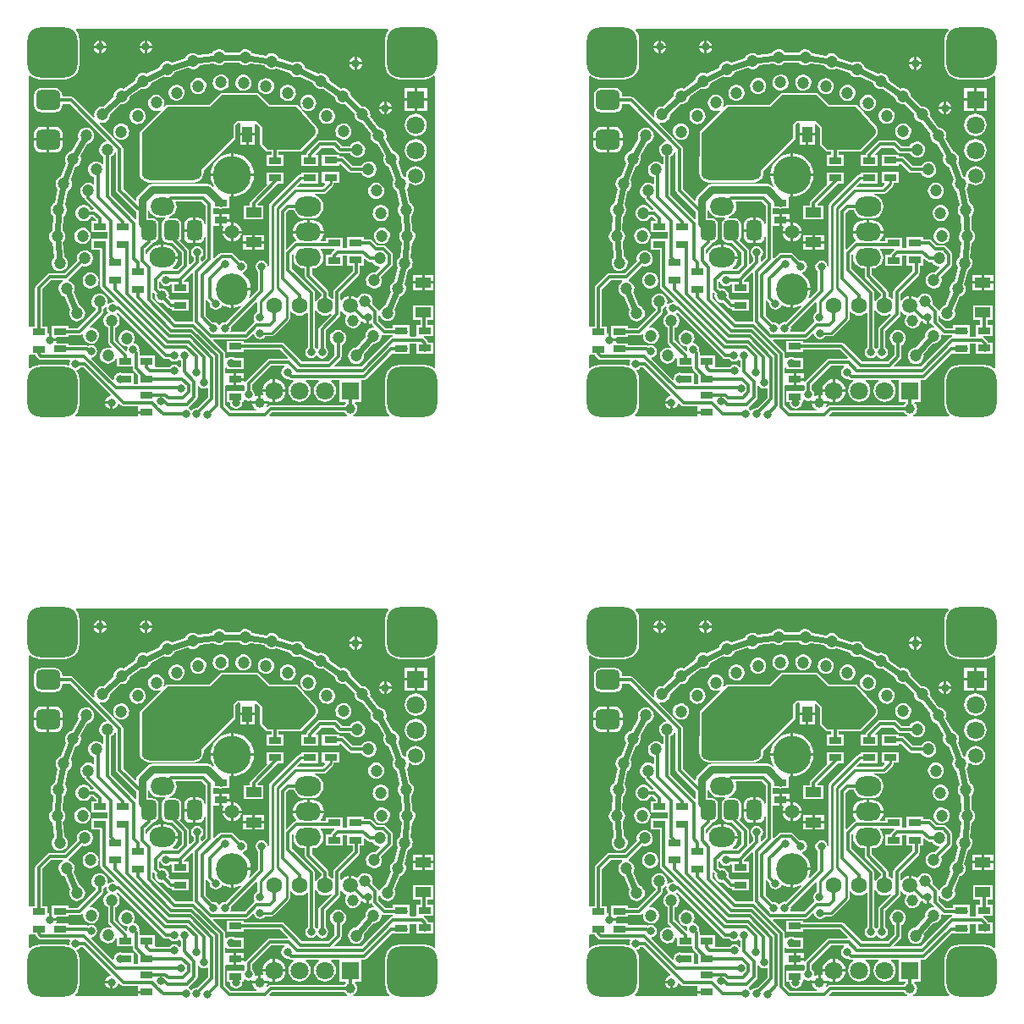
<source format=gbl>
G04*
G04 #@! TF.GenerationSoftware,Altium Limited,Altium Designer,21.8.1 (53)*
G04*
G04 Layer_Physical_Order=2*
G04 Layer_Color=16711680*
%FSLAX44Y44*%
%MOMM*%
G71*
G04*
G04 #@! TF.SameCoordinates,A6134195-47DE-4A90-8313-BABE1660A9E3*
G04*
G04*
G04 #@! TF.FilePolarity,Positive*
G04*
G01*
G75*
%ADD10C,0.3000*%
%ADD11R,1.3000X0.7000*%
%ADD17C,0.6000*%
%ADD18C,0.2540*%
%ADD21C,1.2000*%
%ADD22C,1.1500*%
%ADD23C,1.4000*%
%ADD24C,3.8000*%
%ADD25C,3.2000*%
%ADD26O,2.6000X1.8000*%
%ADD27O,2.6000X2.0000*%
%ADD28O,2.4000X1.8000*%
G04:AMPARAMS|DCode=29|XSize=5mm|YSize=5mm|CornerRadius=1.25mm|HoleSize=0mm|Usage=FLASHONLY|Rotation=0.000|XOffset=0mm|YOffset=0mm|HoleType=Round|Shape=RoundedRectangle|*
%AMROUNDEDRECTD29*
21,1,5.0000,2.5000,0,0,0.0*
21,1,2.5000,5.0000,0,0,0.0*
1,1,2.5000,1.2500,-1.2500*
1,1,2.5000,-1.2500,-1.2500*
1,1,2.5000,-1.2500,1.2500*
1,1,2.5000,1.2500,1.2500*
%
%ADD29ROUNDEDRECTD29*%
%ADD30C,1.8000*%
%ADD31R,1.8000X1.8000*%
%ADD32C,1.6000*%
%ADD33C,1.5000*%
%ADD34R,1.8000X1.8000*%
%ADD35C,0.8000*%
%ADD36C,1.0000*%
G04:AMPARAMS|DCode=37|XSize=2mm|YSize=2.4mm|CornerRadius=0.5mm|HoleSize=0mm|Usage=FLASHONLY|Rotation=270.000|XOffset=0mm|YOffset=0mm|HoleType=Round|Shape=RoundedRectangle|*
%AMROUNDEDRECTD37*
21,1,2.0000,1.4000,0,0,270.0*
21,1,1.0000,2.4000,0,0,270.0*
1,1,1.0000,-0.7000,-0.5000*
1,1,1.0000,-0.7000,0.5000*
1,1,1.0000,0.7000,0.5000*
1,1,1.0000,0.7000,-0.5000*
%
%ADD37ROUNDEDRECTD37*%
G04:AMPARAMS|DCode=38|XSize=6mm|YSize=3mm|CornerRadius=0.75mm|HoleSize=0mm|Usage=FLASHONLY|Rotation=180.000|XOffset=0mm|YOffset=0mm|HoleType=Round|Shape=RoundedRectangle|*
%AMROUNDEDRECTD38*
21,1,6.0000,1.5000,0,0,180.0*
21,1,4.5000,3.0000,0,0,180.0*
1,1,1.5000,-2.2500,0.7500*
1,1,1.5000,2.2500,0.7500*
1,1,1.5000,2.2500,-0.7500*
1,1,1.5000,-2.2500,-0.7500*
%
%ADD38ROUNDEDRECTD38*%
G04:AMPARAMS|DCode=39|XSize=1.5mm|YSize=2mm|CornerRadius=0.375mm|HoleSize=0mm|Usage=FLASHONLY|Rotation=180.000|XOffset=0mm|YOffset=0mm|HoleType=Round|Shape=RoundedRectangle|*
%AMROUNDEDRECTD39*
21,1,1.5000,1.2500,0,0,180.0*
21,1,0.7500,2.0000,0,0,180.0*
1,1,0.7500,-0.3750,0.6250*
1,1,0.7500,0.3750,0.6250*
1,1,0.7500,0.3750,-0.6250*
1,1,0.7500,-0.3750,-0.6250*
%
%ADD39ROUNDEDRECTD39*%
%ADD40R,1.0000X1.6000*%
%ADD41R,1.6000X1.0000*%
%ADD42C,0.7500*%
G36*
X787033Y949643D02*
X787167Y949439D01*
X788736Y948033D01*
X790615Y947082D01*
X792677Y946649D01*
X794780Y946765D01*
X796782Y947421D01*
X798545Y948573D01*
X798671Y948714D01*
X812665Y946571D01*
X812743Y946400D01*
X814081Y944773D01*
X815795Y943548D01*
X817767Y942808D01*
X819864Y942604D01*
X821941Y942949D01*
X823859Y943821D01*
X824005Y943941D01*
X837513Y939704D01*
X837564Y939522D01*
X838640Y937711D01*
X840148Y936241D01*
X841986Y935211D01*
X844027Y934692D01*
X846134Y934719D01*
X848161Y935290D01*
X848323Y935386D01*
X861034Y929153D01*
X861057Y928965D01*
X861847Y927013D01*
X863115Y925331D01*
X864775Y924035D01*
X866714Y923212D01*
X868801Y922920D01*
X870891Y923177D01*
X871066Y923248D01*
X882686Y915161D01*
X882680Y914973D01*
X883165Y912923D01*
X884164Y911068D01*
X885609Y909536D01*
X887402Y908429D01*
X889419Y907824D01*
X891525Y907762D01*
X892527Y907999D01*
X902152Y898374D01*
X902084Y898001D01*
X902253Y895901D01*
X902960Y893917D01*
X904156Y892183D01*
X905760Y890818D01*
X907663Y889914D01*
X909734Y889534D01*
X909867Y889545D01*
X918458Y878273D01*
X918378Y878043D01*
X918227Y875941D01*
X918625Y873873D01*
X919545Y871978D01*
X920924Y870386D01*
X922668Y869204D01*
X924658Y868515D01*
X924847Y868501D01*
X931718Y856124D01*
X931629Y855957D01*
X931162Y853903D01*
X931242Y851798D01*
X931864Y849786D01*
X932986Y848003D01*
X934531Y846571D01*
X936394Y845588D01*
X936578Y845546D01*
X941495Y832271D01*
X941383Y832119D01*
X940610Y830160D01*
X940371Y828067D01*
X940681Y825983D01*
X941520Y824051D01*
X942830Y822402D01*
X944523Y821148D01*
X944698Y821079D01*
X947549Y807212D01*
X947415Y807079D01*
X946354Y805259D01*
X945800Y803227D01*
X945791Y801121D01*
X946328Y799084D01*
X947373Y797255D01*
X948857Y795760D01*
X949020Y795665D01*
X949737Y781526D01*
X949585Y781415D01*
X948260Y779777D01*
X947405Y777852D01*
X947078Y775771D01*
X947300Y773676D01*
X948056Y771710D01*
X949296Y770007D01*
X949443Y769889D01*
X948011Y755805D01*
X947843Y755718D01*
X946286Y754299D01*
X945149Y752526D01*
X944510Y750519D01*
X944413Y748414D01*
X944863Y746357D01*
X945830Y744485D01*
X945957Y744346D01*
X942409Y730641D01*
X942230Y730581D01*
X940476Y729414D01*
X939084Y727833D01*
X938149Y725946D01*
X937733Y723881D01*
X937867Y721779D01*
X938540Y719783D01*
X938644Y719626D01*
X933062Y706616D01*
X932876Y706584D01*
X930965Y705696D01*
X929350Y704344D01*
X928139Y702621D01*
X927619Y701197D01*
X926303Y701298D01*
X926183Y701901D01*
X925410Y703059D01*
X920171Y708298D01*
X920407Y708942D01*
X920587Y710975D01*
X920236Y712985D01*
X919376Y714836D01*
X918067Y716401D01*
X916397Y717573D01*
X914480Y718274D01*
X912448Y718455D01*
X910437Y718103D01*
X908587Y717243D01*
X907022Y715934D01*
X906029Y714520D01*
X905190Y714202D01*
X904448Y714131D01*
X903173Y715110D01*
X900731Y716122D01*
X899380Y716299D01*
Y706340D01*
X896840D01*
Y716299D01*
X895489Y716122D01*
X893047Y715110D01*
X890949Y713501D01*
X889623Y711772D01*
X888353Y712203D01*
Y718705D01*
X906740Y737091D01*
X907513Y738249D01*
X907785Y739615D01*
Y746292D01*
X911690D01*
Y752693D01*
X912863Y753179D01*
X914990Y751052D01*
X916148Y750279D01*
X917514Y750007D01*
X920290D01*
X920828Y748966D01*
X922247Y747409D01*
X924021Y746272D01*
X926028Y745633D01*
X927346Y745572D01*
X927847Y744277D01*
X923025Y739455D01*
X922294Y739602D01*
X920191Y739469D01*
X918195Y738796D01*
X916441Y737629D01*
X915049Y736048D01*
X914114Y734161D01*
X913699Y732096D01*
X913832Y729994D01*
X914505Y727998D01*
X915671Y726244D01*
X917252Y724852D01*
X919139Y723916D01*
X921205Y723501D01*
X923307Y723634D01*
X925303Y724307D01*
X927057Y725474D01*
X928449Y727055D01*
X929384Y728942D01*
X929800Y731007D01*
X929666Y733109D01*
X928993Y735105D01*
X928904Y735240D01*
X939474Y745811D01*
X940248Y746969D01*
X940520Y748335D01*
Y757511D01*
X940248Y758876D01*
X939474Y760034D01*
X933910Y765599D01*
X932752Y766373D01*
X931386Y766644D01*
X924790D01*
X920125Y771309D01*
X918967Y772083D01*
X917601Y772355D01*
X911690D01*
Y774792D01*
X894690D01*
Y763792D01*
X893435Y763757D01*
X890354D01*
Y774592D01*
X873354D01*
Y770669D01*
X868870D01*
X868560Y771939D01*
X870280Y774180D01*
X871443Y776988D01*
X871673Y778730D01*
X856200D01*
X840728D01*
X840957Y776988D01*
X842120Y774180D01*
X843887Y771878D01*
X843827Y771366D01*
X843524Y770511D01*
X842951Y770397D01*
X841793Y769623D01*
X834780Y762611D01*
X833607Y763097D01*
Y798842D01*
X836596Y801832D01*
X841690D01*
X842718Y799348D01*
X844642Y796842D01*
X847148Y794918D01*
X850068Y793709D01*
X853200Y793297D01*
X859200D01*
X862333Y793709D01*
X865252Y794918D01*
X867759Y796842D01*
X869682Y799348D01*
X870891Y802267D01*
X871304Y805400D01*
X870891Y808533D01*
X869682Y811452D01*
X867759Y813959D01*
X865252Y815882D01*
X862333Y817091D01*
X862548Y818322D01*
X871440D01*
X872716Y818576D01*
X873798Y819298D01*
X880656Y826156D01*
X881378Y827238D01*
X881632Y828514D01*
Y828842D01*
X886798D01*
Y839842D01*
X869798D01*
Y828842D01*
X872252D01*
X872738Y827669D01*
X870059Y824990D01*
X845081D01*
X844595Y826163D01*
X847797Y829366D01*
X848970Y828880D01*
Y828588D01*
X865970D01*
Y839588D01*
X848970D01*
Y837422D01*
X847804D01*
X846528Y837168D01*
X845447Y836446D01*
X817775Y808774D01*
X817052Y807692D01*
X816798Y806416D01*
Y745959D01*
X815528Y745834D01*
X815138Y747797D01*
X813811Y749782D01*
X811827Y751108D01*
X809486Y751574D01*
X807145Y751108D01*
X805160Y749782D01*
X803834Y747797D01*
X803368Y745456D01*
X803834Y743115D01*
X805160Y741130D01*
X805917Y740624D01*
Y722064D01*
X797593Y713739D01*
X796561Y714504D01*
X797212Y715721D01*
X798272Y719216D01*
X798505Y721580D01*
X781270D01*
Y704345D01*
X783635Y704578D01*
X787129Y705639D01*
X788346Y706289D01*
X789111Y705258D01*
X773781Y689928D01*
X772888Y690106D01*
X770547Y689640D01*
X768562Y688314D01*
X767810Y687188D01*
X766282D01*
X765530Y688314D01*
X763545Y689640D01*
X761204Y690106D01*
X760311Y689928D01*
X753597Y696642D01*
Y711565D01*
X754867Y711951D01*
X754871Y711945D01*
X757550Y709265D01*
X757373Y708372D01*
X757838Y706031D01*
X759164Y704046D01*
X761149Y702720D01*
X763490Y702254D01*
X765831Y702720D01*
X767816Y704046D01*
X769142Y706031D01*
X769171Y706176D01*
X770600Y706852D01*
X772871Y705639D01*
X776366Y704578D01*
X778730Y704345D01*
Y722850D01*
X780000D01*
Y724120D01*
X798505D01*
X798272Y726485D01*
X797212Y729979D01*
X795490Y733200D01*
X793173Y736023D01*
X790350Y738340D01*
X790105Y738471D01*
X790303Y739806D01*
X791295Y740003D01*
X793280Y741329D01*
X794606Y743314D01*
X795072Y745655D01*
X794606Y747996D01*
X793280Y749981D01*
X791295Y751307D01*
X788954Y751773D01*
X788061Y751595D01*
X781382Y758273D01*
X780225Y759047D01*
X778859Y759319D01*
X769212D01*
X767847Y759047D01*
X766689Y758273D01*
X761979Y753563D01*
X760709Y754089D01*
Y785670D01*
X767046D01*
Y791710D01*
Y797750D01*
X760709D01*
Y803710D01*
X766493D01*
X768316Y803347D01*
X770139Y803710D01*
X776816D01*
Y814543D01*
X777325Y815769D01*
X778730Y815631D01*
Y835880D01*
X758481D01*
X758772Y832927D01*
X760004Y828867D01*
X761447Y826166D01*
X760416Y825401D01*
X759508Y826310D01*
X757606Y827580D01*
X755362Y828027D01*
X699736D01*
X697493Y827580D01*
X695591Y826310D01*
X685616Y816335D01*
X684345Y814433D01*
X683899Y812190D01*
Y811941D01*
X682726Y811455D01*
X670838Y823343D01*
Y863495D01*
X670567Y864861D01*
X669793Y866018D01*
X647237Y888575D01*
X647932Y889675D01*
X648296Y889546D01*
X650395Y889377D01*
X652467Y889758D01*
X654370Y890662D01*
X655974Y892027D01*
X657169Y893762D01*
X657876Y895746D01*
X658044Y897846D01*
X658010Y898031D01*
X668270Y907786D01*
X668453Y907743D01*
X670559Y907805D01*
X672576Y908410D01*
X674369Y909517D01*
X675813Y911050D01*
X676812Y912905D01*
X677296Y914955D01*
X677289Y915199D01*
X688859Y923383D01*
X688983Y923334D01*
X691073Y923077D01*
X693159Y923369D01*
X695098Y924192D01*
X696759Y925489D01*
X698027Y927171D01*
X698816Y929124D01*
X698839Y929311D01*
X711576Y935560D01*
X711738Y935464D01*
X713765Y934893D01*
X715872Y934867D01*
X717913Y935386D01*
X719750Y936416D01*
X721258Y937887D01*
X722335Y939698D01*
X722386Y939879D01*
X735922Y944128D01*
X736068Y944008D01*
X737985Y943137D01*
X740063Y942792D01*
X742160Y942996D01*
X744132Y943736D01*
X745845Y944962D01*
X747183Y946589D01*
X747261Y946760D01*
X761284Y948910D01*
X761410Y948770D01*
X763174Y947618D01*
X765176Y946962D01*
X767279Y946847D01*
X769341Y947280D01*
X771220Y948231D01*
X772789Y949637D01*
X772861Y949748D01*
X787033Y949643D01*
D02*
G37*
G36*
X227033D02*
X227167Y949439D01*
X228736Y948033D01*
X230615Y947082D01*
X232677Y946649D01*
X234780Y946765D01*
X236782Y947421D01*
X238545Y948573D01*
X238671Y948714D01*
X252665Y946571D01*
X252743Y946400D01*
X254081Y944773D01*
X255795Y943548D01*
X257767Y942808D01*
X259863Y942604D01*
X261941Y942949D01*
X263859Y943821D01*
X264005Y943941D01*
X277512Y939704D01*
X277564Y939522D01*
X278640Y937711D01*
X280148Y936241D01*
X281986Y935211D01*
X284027Y934692D01*
X286134Y934719D01*
X288161Y935290D01*
X288323Y935386D01*
X301034Y929153D01*
X301057Y928965D01*
X301847Y927013D01*
X303115Y925331D01*
X304775Y924035D01*
X306714Y923212D01*
X308801Y922920D01*
X310891Y923177D01*
X311066Y923248D01*
X322686Y915161D01*
X322680Y914973D01*
X323165Y912923D01*
X324164Y911068D01*
X325609Y909536D01*
X327402Y908429D01*
X329419Y907824D01*
X331525Y907762D01*
X332527Y907999D01*
X342152Y898374D01*
X342084Y898001D01*
X342253Y895901D01*
X342960Y893917D01*
X344156Y892183D01*
X345760Y890818D01*
X347663Y889914D01*
X349734Y889534D01*
X349867Y889545D01*
X358458Y878273D01*
X358378Y878043D01*
X358227Y875941D01*
X358625Y873873D01*
X359545Y871978D01*
X360924Y870386D01*
X362668Y869204D01*
X364658Y868515D01*
X364846Y868501D01*
X371717Y856124D01*
X371629Y855957D01*
X371162Y853903D01*
X371242Y851798D01*
X371864Y849786D01*
X372986Y848003D01*
X374531Y846571D01*
X376394Y845588D01*
X376578Y845546D01*
X381495Y832271D01*
X381383Y832119D01*
X380610Y830160D01*
X380370Y828067D01*
X380681Y825983D01*
X381520Y824051D01*
X382830Y822402D01*
X384523Y821148D01*
X384698Y821079D01*
X387548Y807212D01*
X387415Y807079D01*
X386354Y805259D01*
X385800Y803227D01*
X385791Y801121D01*
X386328Y799084D01*
X387373Y797255D01*
X388857Y795760D01*
X389020Y795665D01*
X389737Y781526D01*
X389584Y781415D01*
X388260Y779777D01*
X387405Y777852D01*
X387077Y775771D01*
X387299Y773676D01*
X388056Y771710D01*
X389296Y770007D01*
X389442Y769889D01*
X388011Y755805D01*
X387843Y755718D01*
X386286Y754299D01*
X385149Y752526D01*
X384510Y750519D01*
X384412Y748414D01*
X384863Y746357D01*
X385830Y744485D01*
X385957Y744346D01*
X382409Y730641D01*
X382230Y730581D01*
X380476Y729414D01*
X379084Y727833D01*
X378148Y725946D01*
X377733Y723881D01*
X377867Y721779D01*
X378540Y719783D01*
X378644Y719626D01*
X373061Y706616D01*
X372876Y706584D01*
X370965Y705696D01*
X369350Y704344D01*
X368139Y702621D01*
X367618Y701197D01*
X366303Y701298D01*
X366183Y701901D01*
X365410Y703059D01*
X360171Y708298D01*
X360407Y708942D01*
X360587Y710975D01*
X360236Y712985D01*
X359376Y714836D01*
X358067Y716401D01*
X356397Y717573D01*
X354480Y718274D01*
X352448Y718455D01*
X350437Y718103D01*
X348587Y717243D01*
X347022Y715934D01*
X346029Y714520D01*
X345190Y714202D01*
X344448Y714131D01*
X343173Y715110D01*
X340731Y716122D01*
X339380Y716299D01*
Y706340D01*
X336840D01*
Y716299D01*
X335489Y716122D01*
X333047Y715110D01*
X330949Y713501D01*
X329623Y711772D01*
X328353Y712203D01*
Y718705D01*
X346740Y737091D01*
X347513Y738249D01*
X347785Y739615D01*
Y746292D01*
X351690D01*
Y752693D01*
X352863Y753179D01*
X354990Y751052D01*
X356148Y750279D01*
X357514Y750007D01*
X360290D01*
X360828Y748966D01*
X362247Y747409D01*
X364021Y746272D01*
X366028Y745633D01*
X367346Y745572D01*
X367847Y744277D01*
X363025Y739455D01*
X362294Y739602D01*
X360191Y739469D01*
X358195Y738796D01*
X356441Y737629D01*
X355049Y736048D01*
X354114Y734161D01*
X353698Y732096D01*
X353832Y729994D01*
X354505Y727998D01*
X355671Y726244D01*
X357252Y724852D01*
X359139Y723916D01*
X361204Y723501D01*
X363307Y723634D01*
X365303Y724307D01*
X367057Y725474D01*
X368449Y727055D01*
X369384Y728942D01*
X369800Y731007D01*
X369666Y733109D01*
X368993Y735105D01*
X368903Y735240D01*
X379474Y745811D01*
X380248Y746969D01*
X380520Y748335D01*
Y757511D01*
X380248Y758876D01*
X379474Y760034D01*
X373909Y765599D01*
X372752Y766373D01*
X371386Y766644D01*
X364790D01*
X360125Y771309D01*
X358967Y772083D01*
X357601Y772355D01*
X351690D01*
Y774792D01*
X334690D01*
Y763792D01*
X333435Y763757D01*
X330354D01*
Y774592D01*
X313354D01*
Y770669D01*
X308870D01*
X308560Y771939D01*
X310280Y774180D01*
X311443Y776988D01*
X311672Y778730D01*
X296200D01*
Y780000D01*
D01*
Y778730D01*
X280728D01*
X280957Y776988D01*
X282120Y774180D01*
X283887Y771878D01*
X283827Y771366D01*
X283524Y770511D01*
X282950Y770397D01*
X281793Y769623D01*
X274780Y762611D01*
X273607Y763097D01*
Y798842D01*
X276596Y801832D01*
X281689D01*
X282718Y799348D01*
X284642Y796842D01*
X287148Y794918D01*
X290067Y793709D01*
X293200Y793297D01*
X299200D01*
X302333Y793709D01*
X305252Y794918D01*
X307759Y796842D01*
X309682Y799348D01*
X310891Y802267D01*
X311304Y805400D01*
X310891Y808533D01*
X309682Y811452D01*
X307759Y813959D01*
X305252Y815882D01*
X302333Y817091D01*
X302548Y818322D01*
X311440D01*
X312716Y818576D01*
X313798Y819298D01*
X320656Y826156D01*
X321378Y827238D01*
X321632Y828514D01*
Y828842D01*
X326798D01*
Y839842D01*
X309798D01*
Y828842D01*
X312252D01*
X312738Y827669D01*
X310059Y824990D01*
X285081D01*
X284594Y826163D01*
X287797Y829366D01*
X288970Y828880D01*
Y828588D01*
X305970D01*
Y839588D01*
X288970D01*
Y837422D01*
X287804D01*
X286528Y837168D01*
X285446Y836446D01*
X257775Y808774D01*
X257052Y807692D01*
X256798Y806416D01*
Y745959D01*
X255528Y745834D01*
X255138Y747797D01*
X253811Y749782D01*
X251827Y751108D01*
X249486Y751574D01*
X247145Y751108D01*
X245160Y749782D01*
X243834Y747797D01*
X243368Y745456D01*
X243834Y743115D01*
X245160Y741130D01*
X245917Y740624D01*
Y722064D01*
X237593Y713739D01*
X236561Y714504D01*
X237212Y715721D01*
X238272Y719216D01*
X238505Y721580D01*
X221270D01*
Y704345D01*
X223635Y704578D01*
X227129Y705639D01*
X228346Y706289D01*
X229111Y705258D01*
X213781Y689928D01*
X212888Y690106D01*
X210547Y689640D01*
X208562Y688314D01*
X207810Y687188D01*
X206282D01*
X205530Y688314D01*
X203545Y689640D01*
X201204Y690106D01*
X200311Y689928D01*
X193597Y696642D01*
Y711565D01*
X194867Y711951D01*
X194871Y711945D01*
X197550Y709265D01*
X197372Y708372D01*
X197838Y706031D01*
X199164Y704046D01*
X201149Y702720D01*
X203490Y702254D01*
X205831Y702720D01*
X207816Y704046D01*
X209142Y706031D01*
X209171Y706176D01*
X210600Y706852D01*
X212871Y705639D01*
X216366Y704578D01*
X218730Y704345D01*
Y722850D01*
X220000D01*
Y724120D01*
X238505D01*
X238272Y726485D01*
X237212Y729979D01*
X235490Y733200D01*
X233173Y736023D01*
X230350Y738340D01*
X230105Y738471D01*
X230303Y739806D01*
X231295Y740003D01*
X233280Y741329D01*
X234606Y743314D01*
X235072Y745655D01*
X234606Y747996D01*
X233280Y749981D01*
X231295Y751307D01*
X228954Y751773D01*
X228061Y751595D01*
X221382Y758273D01*
X220224Y759047D01*
X218859Y759319D01*
X209212D01*
X207846Y759047D01*
X206689Y758273D01*
X201979Y753563D01*
X200709Y754089D01*
Y785670D01*
X207046D01*
Y791710D01*
Y797750D01*
X200709D01*
Y803710D01*
X206493D01*
X208316Y803347D01*
X210139Y803710D01*
X216816D01*
Y814543D01*
X217325Y815769D01*
X218730Y815631D01*
Y835880D01*
X198481D01*
X198772Y832927D01*
X200004Y828867D01*
X201447Y826166D01*
X200416Y825401D01*
X199508Y826310D01*
X197606Y827580D01*
X195362Y828027D01*
X139736D01*
X137493Y827580D01*
X135591Y826310D01*
X125616Y816335D01*
X124345Y814433D01*
X123899Y812190D01*
Y811941D01*
X122726Y811455D01*
X110838Y823343D01*
Y863495D01*
X110567Y864861D01*
X109793Y866018D01*
X87236Y888575D01*
X87932Y889675D01*
X88295Y889546D01*
X90395Y889377D01*
X92467Y889758D01*
X94369Y890662D01*
X95973Y892027D01*
X97169Y893762D01*
X97875Y895746D01*
X98044Y897846D01*
X98010Y898031D01*
X108270Y907786D01*
X108453Y907743D01*
X110559Y907805D01*
X112576Y908410D01*
X114368Y909517D01*
X115813Y911050D01*
X116812Y912905D01*
X117296Y914955D01*
X117289Y915199D01*
X128859Y923383D01*
X128983Y923334D01*
X131073Y923077D01*
X133159Y923369D01*
X135098Y924192D01*
X136758Y925489D01*
X138027Y927171D01*
X138816Y929124D01*
X138839Y929311D01*
X151575Y935560D01*
X151738Y935464D01*
X153765Y934893D01*
X155872Y934867D01*
X157913Y935386D01*
X159750Y936416D01*
X161258Y937887D01*
X162334Y939698D01*
X162386Y939879D01*
X175922Y944128D01*
X176067Y944008D01*
X177985Y943137D01*
X180063Y942792D01*
X182160Y942996D01*
X184132Y943736D01*
X185845Y944962D01*
X187183Y946589D01*
X187261Y946760D01*
X201284Y948910D01*
X201410Y948770D01*
X203174Y947618D01*
X205176Y946962D01*
X207279Y946847D01*
X209341Y947280D01*
X211220Y948231D01*
X212789Y949637D01*
X212861Y949748D01*
X227033Y949643D01*
D02*
G37*
G36*
X936459Y981930D02*
X934835Y979813D01*
X933373Y976285D01*
X932875Y972500D01*
Y947500D01*
X933373Y943715D01*
X934835Y940188D01*
X937159Y937159D01*
X940188Y934834D01*
X943715Y933373D01*
X947500Y932875D01*
X972500D01*
X976285Y933373D01*
X979813Y934834D01*
X981930Y936459D01*
X983200Y935833D01*
Y644167D01*
X981930Y643541D01*
X979813Y645166D01*
X976285Y646627D01*
X972500Y647125D01*
X947500D01*
X943715Y646627D01*
X940188Y645166D01*
X937159Y642841D01*
X934835Y639813D01*
X933373Y636285D01*
X932875Y632500D01*
Y607500D01*
X933373Y603715D01*
X934835Y600187D01*
X937159Y597159D01*
X937297Y597053D01*
X936888Y595850D01*
X901324D01*
X901072Y597120D01*
X901640Y597356D01*
X903103Y598478D01*
X904225Y599940D01*
X904930Y601643D01*
X905171Y603470D01*
X904930Y605297D01*
X904225Y607000D01*
X903103Y608462D01*
X902428Y608980D01*
X902859Y610250D01*
X909110D01*
Y631651D01*
X911306D01*
X912672Y631923D01*
X913829Y632697D01*
X939394Y658261D01*
X940664Y658154D01*
Y658154D01*
X957664D01*
Y662145D01*
X957813Y662892D01*
X957664Y663639D01*
Y667973D01*
X963838D01*
Y658464D01*
X972270D01*
X972786Y658362D01*
X973302Y658464D01*
X980838D01*
Y669464D01*
X976212D01*
X976083Y670114D01*
X975310Y671271D01*
X972515Y674065D01*
X971575Y674694D01*
X971687Y675704D01*
X971786Y675964D01*
X980838D01*
Y686964D01*
X975593D01*
Y692460D01*
X981000D01*
Y706460D01*
X961000D01*
Y692460D01*
X968456D01*
Y686964D01*
X963838D01*
Y676381D01*
X963838Y675964D01*
X962922Y675111D01*
X958709D01*
X957664Y675654D01*
Y679645D01*
X957813Y680392D01*
X957664Y681139D01*
Y686654D01*
X940664D01*
Y683961D01*
X933902D01*
X926455Y691407D01*
Y695903D01*
X927725Y696183D01*
X928480Y694559D01*
X929832Y692943D01*
X931555Y691733D01*
X933534Y691010D01*
X935632Y690823D01*
X937707Y691186D01*
X939617Y692073D01*
X941233Y693425D01*
X942443Y695149D01*
X943167Y697127D01*
X943353Y699225D01*
X942990Y701301D01*
X942411Y702548D01*
X948034Y715653D01*
X949338Y716092D01*
X951092Y717259D01*
X952484Y718840D01*
X953419Y720727D01*
X953835Y722792D01*
X953701Y724894D01*
X953028Y726890D01*
X952266Y728035D01*
X955841Y741841D01*
X957063Y742473D01*
X958620Y743891D01*
X959756Y745665D01*
X960395Y747672D01*
X960493Y749776D01*
X960043Y751834D01*
X959075Y753705D01*
X958149Y754722D01*
X959591Y768909D01*
X960703Y769718D01*
X962028Y771357D01*
X962883Y773282D01*
X963210Y775362D01*
X962988Y777457D01*
X962232Y779423D01*
X960992Y781126D01*
X959922Y781991D01*
X959200Y796233D01*
X960176Y797202D01*
X961237Y799021D01*
X961791Y801054D01*
X961800Y803160D01*
X961263Y805197D01*
X960218Y807026D01*
X958734Y808521D01*
X957546Y809214D01*
X954675Y823183D01*
X955494Y824288D01*
X956267Y826247D01*
X956489Y828190D01*
X956924Y828517D01*
X957714Y828850D01*
X958705Y828090D01*
X961016Y827133D01*
X963496Y826806D01*
X965976Y827133D01*
X968287Y828090D01*
X970272Y829613D01*
X971794Y831597D01*
X972752Y833908D01*
X973078Y836388D01*
X972752Y838868D01*
X971794Y841179D01*
X970272Y843164D01*
X968287Y844686D01*
X965976Y845643D01*
X963496Y845970D01*
X961016Y845643D01*
X958705Y844686D01*
X956721Y843164D01*
X955198Y841179D01*
X954241Y838868D01*
X953914Y836388D01*
X954017Y835607D01*
X952828Y834908D01*
X952354Y835259D01*
X951075Y835764D01*
X946121Y849136D01*
X946763Y850353D01*
X947231Y852407D01*
X947150Y854511D01*
X946528Y856524D01*
X945406Y858307D01*
X943861Y859739D01*
X941998Y860722D01*
X940657Y861027D01*
X933736Y873495D01*
X934186Y874795D01*
X934337Y876896D01*
X933939Y878964D01*
X933019Y880859D01*
X931641Y882452D01*
X929896Y883633D01*
X927906Y884323D01*
X926596Y884417D01*
X917942Y895770D01*
X918201Y897185D01*
X918033Y899284D01*
X917326Y901269D01*
X916130Y903002D01*
X914526Y904368D01*
X912623Y905271D01*
X910551Y905651D01*
X909387Y905558D01*
X898724Y916221D01*
X898736Y916606D01*
X898251Y918656D01*
X897252Y920511D01*
X895807Y922044D01*
X894014Y923150D01*
X891997Y923755D01*
X889891Y923817D01*
X888553Y923501D01*
X876848Y931646D01*
X876680Y933011D01*
X875890Y934964D01*
X874621Y936646D01*
X872961Y937942D01*
X871022Y938765D01*
X868936Y939057D01*
X866845Y938800D01*
X865570Y938284D01*
X852766Y944563D01*
X852393Y945887D01*
X851317Y947698D01*
X849809Y949168D01*
X847971Y950198D01*
X845930Y950717D01*
X843823Y950691D01*
X841796Y950120D01*
X840614Y949417D01*
X827007Y953685D01*
X826438Y954937D01*
X825099Y956564D01*
X823386Y957789D01*
X821414Y958529D01*
X819317Y958733D01*
X817239Y958387D01*
X815322Y957516D01*
X814259Y956642D01*
X800163Y958800D01*
X799411Y959952D01*
X797842Y961357D01*
X795963Y962309D01*
X793901Y962741D01*
X791798Y962625D01*
X789796Y961969D01*
X788032Y960817D01*
X787156Y959839D01*
X772881Y959945D01*
X771921Y961015D01*
X770157Y962167D01*
X768156Y962823D01*
X766052Y962938D01*
X763991Y962505D01*
X762112Y961553D01*
X760543Y960148D01*
X759791Y958996D01*
X745665Y956831D01*
X744603Y957704D01*
X742685Y958576D01*
X740607Y958921D01*
X738510Y958716D01*
X736538Y957976D01*
X734825Y956751D01*
X733487Y955124D01*
X732918Y953871D01*
X719283Y949592D01*
X718100Y950295D01*
X716073Y950865D01*
X713967Y950892D01*
X711925Y950372D01*
X710088Y949342D01*
X708580Y947871D01*
X707504Y946060D01*
X707131Y944736D01*
X694301Y938441D01*
X693026Y938957D01*
X690935Y939214D01*
X688849Y938921D01*
X686910Y938099D01*
X685250Y936802D01*
X683982Y935120D01*
X683193Y933167D01*
X683017Y931740D01*
X671362Y923496D01*
X670084Y923798D01*
X667979Y923736D01*
X665961Y923130D01*
X664169Y922023D01*
X662724Y920490D01*
X661725Y918636D01*
X661241Y916586D01*
X661282Y915211D01*
X650947Y905385D01*
X649576Y905495D01*
X647504Y905114D01*
X645602Y904210D01*
X643998Y902845D01*
X642802Y901111D01*
X642095Y899126D01*
X641927Y897026D01*
X642230Y895378D01*
X641052Y894759D01*
X621462Y914349D01*
X620304Y915123D01*
X618939Y915395D01*
X609911D01*
Y916826D01*
X609670Y918653D01*
X608965Y920356D01*
X607843Y921818D01*
X606380Y922941D01*
X604678Y923646D01*
X602850Y923886D01*
X588850D01*
X587023Y923646D01*
X585320Y922941D01*
X583858Y921818D01*
X582736Y920356D01*
X582030Y918653D01*
X581790Y916826D01*
Y906826D01*
X582030Y904999D01*
X582736Y903296D01*
X583858Y901834D01*
X585320Y900712D01*
X587023Y900006D01*
X588850Y899766D01*
X602850D01*
X604678Y900006D01*
X606380Y900712D01*
X607843Y901834D01*
X608965Y903296D01*
X609670Y904999D01*
X609911Y906826D01*
Y908257D01*
X617461D01*
X654174Y871544D01*
X653730Y870354D01*
X653286Y870322D01*
X651296Y869632D01*
X649552Y868450D01*
X648173Y866858D01*
X647254Y864963D01*
X646856Y862894D01*
X647008Y860793D01*
X647698Y858803D01*
X648879Y857059D01*
X650472Y855680D01*
X651343Y855258D01*
Y848103D01*
X650073Y847605D01*
X649024Y848736D01*
X647241Y849858D01*
X645228Y850480D01*
X643123Y850559D01*
X641070Y850092D01*
X639207Y849108D01*
X637662Y847676D01*
X636540Y845893D01*
X635919Y843881D01*
X635839Y841776D01*
X636307Y839722D01*
X637290Y837859D01*
X638722Y836314D01*
X640505Y835193D01*
X641906Y834760D01*
Y828317D01*
X640636Y827704D01*
X640126Y828109D01*
X638193Y828948D01*
X636110Y829258D01*
X634017Y829018D01*
X632058Y828245D01*
X630365Y826990D01*
X629055Y825341D01*
X628216Y823409D01*
X627907Y821325D01*
X628147Y819232D01*
X628920Y817273D01*
X630174Y815581D01*
X631823Y814271D01*
X632466Y813992D01*
X632677Y812927D01*
X633451Y811769D01*
X641477Y803743D01*
X640951Y802473D01*
X638578D01*
X637778Y803845D01*
X636282Y805328D01*
X634453Y806373D01*
X632416Y806909D01*
X630310Y806900D01*
X628278Y806346D01*
X626458Y805285D01*
X624975Y803789D01*
X623930Y801960D01*
X623393Y799923D01*
X623403Y797816D01*
X623957Y795784D01*
X625018Y793965D01*
X626514Y792482D01*
X628343Y791436D01*
X630380Y790900D01*
X632486Y790909D01*
X634518Y791463D01*
X636338Y792524D01*
X637821Y794020D01*
X638573Y795336D01*
X640569D01*
X643756Y792150D01*
Y790720D01*
X639043D01*
Y779720D01*
X655274D01*
Y773220D01*
X639043D01*
Y762220D01*
X647809D01*
Y725996D01*
X648081Y724631D01*
X648854Y723473D01*
X661618Y710710D01*
X660992Y709539D01*
X660366Y709664D01*
X658025Y709198D01*
X656163Y707954D01*
X655676Y708123D01*
X655001Y708588D01*
X655297Y710282D01*
X655110Y712380D01*
X654386Y714359D01*
X653175Y716082D01*
X651560Y717434D01*
X649649Y718321D01*
X647574Y718683D01*
X645476Y718496D01*
X643498Y717773D01*
X641774Y716562D01*
X640423Y714946D01*
X639535Y713036D01*
X639173Y710961D01*
X639360Y708863D01*
X640083Y706884D01*
X641294Y705161D01*
X642910Y703809D01*
X643666Y703458D01*
Y702160D01*
X625467Y683961D01*
X616034D01*
Y685892D01*
X599034D01*
Y679171D01*
X598898Y679051D01*
Y673066D01*
X604057D01*
X604000Y673503D01*
X603862Y673836D01*
X604568Y674892D01*
X616034D01*
Y676823D01*
X626945D01*
X628311Y677095D01*
X629468Y677869D01*
X629668Y678068D01*
X630658Y677582D01*
X630824Y677428D01*
X630781Y675394D01*
X631284Y673348D01*
X632299Y671502D01*
X633756Y669982D01*
X635558Y668891D01*
X637581Y668303D01*
X639687Y668259D01*
X641733Y668762D01*
X643579Y669776D01*
X645099Y671234D01*
X646190Y673036D01*
X646778Y675059D01*
X646822Y677165D01*
X646319Y679210D01*
X645305Y681056D01*
X643847Y682577D01*
X642045Y683668D01*
X640022Y684256D01*
X637916Y684300D01*
X637623Y684228D01*
X636976Y685377D01*
X649758Y698159D01*
X650532Y699316D01*
X650803Y700682D01*
Y703408D01*
X650972Y703470D01*
X652695Y704681D01*
X653331Y705440D01*
X654513Y704874D01*
X654249Y703546D01*
X654714Y701205D01*
X655602Y699877D01*
X655343Y698333D01*
X655278Y698250D01*
X654495Y697820D01*
X652975Y696362D01*
X651884Y694560D01*
X651296Y692537D01*
X651252Y690431D01*
X651754Y688385D01*
X652769Y686540D01*
X654227Y685019D01*
X655704Y684125D01*
Y670157D01*
X655975Y668792D01*
X656749Y667634D01*
X659380Y665003D01*
X658644Y663943D01*
X658165Y664162D01*
X656088Y664514D01*
X653991Y664315D01*
X652017Y663581D01*
X650300Y662361D01*
X648957Y660738D01*
X648080Y658822D01*
X647729Y656746D01*
X647927Y654649D01*
X648661Y652674D01*
X649882Y650957D01*
X651505Y649614D01*
X653420Y648738D01*
X655497Y648386D01*
X657594Y648585D01*
X659568Y649319D01*
X661285Y650539D01*
X662628Y652162D01*
X663296Y653622D01*
X664566Y653345D01*
Y645174D01*
X680516D01*
Y643492D01*
X680787Y642126D01*
X681561Y640969D01*
X685902Y636627D01*
Y627674D01*
X684698Y627515D01*
X682770D01*
X681566Y627674D01*
Y638674D01*
X670321D01*
X670073Y638840D01*
X667732Y639306D01*
X665391Y638840D01*
X665143Y638674D01*
X664566D01*
Y638289D01*
X663406Y637514D01*
X662080Y635529D01*
X661615Y633188D01*
X661686Y632828D01*
X660516Y632202D01*
X639177Y653541D01*
X639595Y654919D01*
X641117Y655222D01*
X643102Y656548D01*
X644428Y658533D01*
X644894Y660874D01*
X644428Y663215D01*
X643102Y665200D01*
X641117Y666526D01*
X638776Y666992D01*
X636435Y666526D01*
X635939Y666195D01*
X634603Y666461D01*
X616034D01*
Y668392D01*
X604672D01*
X603823Y669662D01*
X604000Y670089D01*
X604057Y670526D01*
X597628D01*
Y671796D01*
X596358D01*
Y678225D01*
X595968Y678174D01*
X595704Y678166D01*
X594698Y678950D01*
Y685638D01*
X589767D01*
Y722598D01*
X598679Y731511D01*
X609902D01*
X610200Y730241D01*
X609728Y730006D01*
X608148Y728614D01*
X606981Y726860D01*
X606309Y724864D01*
X606176Y722762D01*
X606591Y720696D01*
X607527Y718810D01*
X608920Y717229D01*
X610674Y716063D01*
X611977Y715623D01*
X617603Y702520D01*
X617024Y701272D01*
X616661Y699197D01*
X616848Y697099D01*
X617572Y695121D01*
X618783Y693397D01*
X620398Y692046D01*
X622309Y691158D01*
X624384Y690796D01*
X626482Y690983D01*
X628460Y691706D01*
X630184Y692917D01*
X631535Y694533D01*
X632423Y696443D01*
X632785Y698518D01*
X632598Y700617D01*
X631875Y702595D01*
X630664Y704318D01*
X629048Y705670D01*
X627137Y706557D01*
X626952Y706590D01*
X621367Y719598D01*
X621471Y719755D01*
X622144Y721751D01*
X622277Y723854D01*
X621861Y725919D01*
X620925Y727806D01*
X619533Y729386D01*
X617779Y730553D01*
X616526Y730975D01*
X616340Y732378D01*
X616606Y732556D01*
X629975Y745925D01*
X631875Y745510D01*
X633979Y745608D01*
X635986Y746247D01*
X637759Y747384D01*
X639177Y748941D01*
X640144Y750813D01*
X640594Y752871D01*
X640496Y754975D01*
X639857Y756982D01*
X638720Y758755D01*
X637162Y760173D01*
X635291Y761141D01*
X633233Y761590D01*
X631129Y761492D01*
X629122Y760853D01*
X627349Y759716D01*
X625930Y758158D01*
X624963Y756287D01*
X624514Y754229D01*
X624612Y752125D01*
X624967Y751010D01*
X612605Y738648D01*
X597201D01*
X595835Y738376D01*
X594677Y737602D01*
X583675Y726600D01*
X582901Y725442D01*
X582630Y724077D01*
Y685638D01*
X577698D01*
X576800Y686536D01*
Y935833D01*
X578070Y936459D01*
X580188Y934834D01*
X583715Y933373D01*
X587500Y932875D01*
X612500D01*
X616285Y933373D01*
X619813Y934834D01*
X622842Y937159D01*
X625166Y940188D01*
X626627Y943715D01*
X627125Y947500D01*
Y972500D01*
X626627Y976285D01*
X625166Y979813D01*
X623541Y981930D01*
X624167Y983200D01*
X935833D01*
X936459Y981930D01*
D02*
G37*
G36*
X376459D02*
X374834Y979813D01*
X373373Y976285D01*
X372875Y972500D01*
Y947500D01*
X373373Y943715D01*
X374834Y940188D01*
X377159Y937159D01*
X380187Y934834D01*
X383715Y933373D01*
X387500Y932875D01*
X412500D01*
X416285Y933373D01*
X419813Y934834D01*
X421930Y936459D01*
X423200Y935833D01*
Y644167D01*
X421930Y643541D01*
X419813Y645166D01*
X416285Y646627D01*
X412500Y647125D01*
X387500D01*
X383715Y646627D01*
X380187Y645166D01*
X377159Y642841D01*
X374834Y639813D01*
X373373Y636285D01*
X372875Y632500D01*
Y607500D01*
X373373Y603715D01*
X374834Y600187D01*
X377159Y597159D01*
X377296Y597053D01*
X376888Y595850D01*
X341324D01*
X341072Y597120D01*
X341640Y597356D01*
X343102Y598478D01*
X344225Y599940D01*
X344930Y601643D01*
X345171Y603470D01*
X344930Y605297D01*
X344225Y607000D01*
X343102Y608462D01*
X342428Y608980D01*
X342859Y610250D01*
X349110D01*
Y631651D01*
X351306D01*
X352672Y631923D01*
X353829Y632697D01*
X379394Y658261D01*
X380664Y658154D01*
Y658154D01*
X397664D01*
Y662145D01*
X397813Y662892D01*
X397664Y663639D01*
Y667973D01*
X403838D01*
Y658464D01*
X412270D01*
X412786Y658362D01*
X413302Y658464D01*
X420838D01*
Y669464D01*
X416212D01*
X416083Y670114D01*
X415309Y671271D01*
X412515Y674065D01*
X411575Y674694D01*
X411687Y675704D01*
X411786Y675964D01*
X420838D01*
Y686964D01*
X415593D01*
Y692460D01*
X421000D01*
Y706460D01*
X401000D01*
Y692460D01*
X408456D01*
Y686964D01*
X403838D01*
Y676381D01*
X403838Y675964D01*
X402921Y675111D01*
X398709D01*
X397664Y675654D01*
Y679645D01*
X397813Y680392D01*
X397664Y681139D01*
Y686654D01*
X380664D01*
Y683961D01*
X373901D01*
X366455Y691407D01*
Y695903D01*
X367725Y696183D01*
X368480Y694559D01*
X369832Y692943D01*
X371555Y691733D01*
X373534Y691010D01*
X375632Y690823D01*
X377707Y691186D01*
X379617Y692073D01*
X381233Y693425D01*
X382443Y695149D01*
X383167Y697127D01*
X383353Y699225D01*
X382990Y701301D01*
X382411Y702548D01*
X388034Y715653D01*
X389338Y716092D01*
X391091Y717259D01*
X392484Y718840D01*
X393419Y720727D01*
X393834Y722792D01*
X393701Y724894D01*
X393028Y726890D01*
X392266Y728035D01*
X395841Y741841D01*
X397062Y742473D01*
X398619Y743891D01*
X399756Y745665D01*
X400395Y747672D01*
X400493Y749776D01*
X400043Y751834D01*
X399075Y753705D01*
X398149Y754722D01*
X399591Y768909D01*
X400703Y769718D01*
X402028Y771357D01*
X402883Y773282D01*
X403210Y775362D01*
X402988Y777457D01*
X402232Y779423D01*
X400992Y781126D01*
X399922Y781991D01*
X399200Y796233D01*
X400176Y797202D01*
X401237Y799021D01*
X401791Y801054D01*
X401800Y803160D01*
X401263Y805197D01*
X400218Y807026D01*
X398734Y808521D01*
X397546Y809214D01*
X394675Y823183D01*
X395494Y824288D01*
X396267Y826247D01*
X396489Y828190D01*
X396924Y828517D01*
X397714Y828850D01*
X398705Y828090D01*
X401016Y827133D01*
X403496Y826806D01*
X405976Y827133D01*
X408287Y828090D01*
X410271Y829613D01*
X411794Y831597D01*
X412752Y833908D01*
X413078Y836388D01*
X412752Y838868D01*
X411794Y841179D01*
X410271Y843164D01*
X408287Y844686D01*
X405976Y845643D01*
X403496Y845970D01*
X401016Y845643D01*
X398705Y844686D01*
X396721Y843164D01*
X395198Y841179D01*
X394241Y838868D01*
X393914Y836388D01*
X394017Y835607D01*
X392828Y834908D01*
X392354Y835259D01*
X391074Y835764D01*
X386121Y849136D01*
X386763Y850353D01*
X387230Y852407D01*
X387150Y854511D01*
X386528Y856524D01*
X385406Y858307D01*
X383861Y859739D01*
X381998Y860722D01*
X380657Y861027D01*
X373736Y873495D01*
X374186Y874795D01*
X374337Y876896D01*
X373939Y878964D01*
X373019Y880859D01*
X371641Y882452D01*
X369896Y883633D01*
X367906Y884323D01*
X366596Y884417D01*
X357942Y895770D01*
X358201Y897185D01*
X358032Y899284D01*
X357326Y901269D01*
X356130Y903002D01*
X354525Y904368D01*
X352623Y905271D01*
X350551Y905651D01*
X349387Y905558D01*
X338724Y916221D01*
X338735Y916606D01*
X338251Y918656D01*
X337252Y920511D01*
X335807Y922044D01*
X334014Y923150D01*
X331996Y923755D01*
X329891Y923817D01*
X328553Y923501D01*
X316847Y931646D01*
X316679Y933011D01*
X315890Y934964D01*
X314621Y936646D01*
X312961Y937942D01*
X311022Y938765D01*
X308936Y939057D01*
X306845Y938800D01*
X305570Y938284D01*
X292766Y944563D01*
X292393Y945887D01*
X291317Y947698D01*
X289809Y949168D01*
X287971Y950198D01*
X285930Y950717D01*
X283823Y950691D01*
X281796Y950120D01*
X280614Y949417D01*
X267007Y953685D01*
X266438Y954937D01*
X265099Y956564D01*
X263386Y957789D01*
X261414Y958529D01*
X259317Y958733D01*
X257239Y958387D01*
X255322Y957516D01*
X254259Y956642D01*
X240163Y958800D01*
X239411Y959952D01*
X237842Y961357D01*
X235962Y962309D01*
X233901Y962741D01*
X231798Y962625D01*
X229796Y961969D01*
X228032Y960817D01*
X227156Y959839D01*
X212880Y959945D01*
X211921Y961015D01*
X210157Y962167D01*
X208155Y962823D01*
X206052Y962938D01*
X203991Y962505D01*
X202112Y961553D01*
X200543Y960148D01*
X199791Y958996D01*
X185665Y956831D01*
X184603Y957704D01*
X182685Y958576D01*
X180607Y958921D01*
X178510Y958716D01*
X176538Y957976D01*
X174825Y956751D01*
X173487Y955124D01*
X172918Y953871D01*
X159283Y949592D01*
X158100Y950295D01*
X156073Y950865D01*
X153966Y950892D01*
X151925Y950372D01*
X150088Y949342D01*
X148580Y947871D01*
X147504Y946060D01*
X147131Y944736D01*
X134301Y938441D01*
X133026Y938957D01*
X130935Y939214D01*
X128849Y938921D01*
X126910Y938099D01*
X125250Y936802D01*
X123982Y935120D01*
X123193Y933167D01*
X123017Y931740D01*
X111362Y923496D01*
X110084Y923798D01*
X107978Y923736D01*
X105961Y923130D01*
X104169Y922023D01*
X102724Y920490D01*
X101726Y918636D01*
X101241Y916586D01*
X101282Y915211D01*
X90947Y905385D01*
X89576Y905495D01*
X87504Y905114D01*
X85601Y904210D01*
X83997Y902845D01*
X82802Y901111D01*
X82095Y899126D01*
X81927Y897026D01*
X82230Y895378D01*
X81052Y894759D01*
X61462Y914349D01*
X60304Y915123D01*
X58938Y915395D01*
X49910D01*
Y916826D01*
X49670Y918653D01*
X48965Y920356D01*
X47843Y921818D01*
X46380Y922941D01*
X44678Y923646D01*
X42850Y923886D01*
X28850D01*
X27023Y923646D01*
X25320Y922941D01*
X23858Y921818D01*
X22736Y920356D01*
X22030Y918653D01*
X21790Y916826D01*
Y906826D01*
X22030Y904999D01*
X22736Y903296D01*
X23858Y901834D01*
X25320Y900712D01*
X27023Y900006D01*
X28850Y899766D01*
X42850D01*
X44678Y900006D01*
X46380Y900712D01*
X47843Y901834D01*
X48965Y903296D01*
X49670Y904999D01*
X49910Y906826D01*
Y908257D01*
X57460D01*
X94174Y871544D01*
X93730Y870354D01*
X93286Y870322D01*
X91296Y869632D01*
X89552Y868450D01*
X88173Y866858D01*
X87254Y864963D01*
X86856Y862894D01*
X87008Y860793D01*
X87697Y858803D01*
X88879Y857059D01*
X90472Y855680D01*
X91343Y855258D01*
Y848103D01*
X90073Y847605D01*
X89024Y848736D01*
X87241Y849858D01*
X85228Y850480D01*
X83123Y850559D01*
X81069Y850092D01*
X79207Y849108D01*
X77662Y847676D01*
X76540Y845893D01*
X75918Y843881D01*
X75839Y841776D01*
X76307Y839722D01*
X77290Y837859D01*
X78722Y836314D01*
X80505Y835193D01*
X81906Y834760D01*
Y828317D01*
X80636Y827704D01*
X80125Y828109D01*
X78193Y828948D01*
X76110Y829258D01*
X74017Y829018D01*
X72057Y828245D01*
X70365Y826990D01*
X69055Y825341D01*
X68216Y823409D01*
X67906Y821325D01*
X68146Y819232D01*
X68920Y817273D01*
X70174Y815581D01*
X71823Y814271D01*
X72466Y813992D01*
X72677Y812927D01*
X73451Y811769D01*
X81477Y803743D01*
X80951Y802473D01*
X78578D01*
X77778Y803845D01*
X76282Y805328D01*
X74453Y806373D01*
X72416Y806909D01*
X70310Y806900D01*
X68277Y806346D01*
X66458Y805285D01*
X64975Y803789D01*
X63930Y801960D01*
X63393Y799923D01*
X63403Y797816D01*
X63956Y795784D01*
X65018Y793965D01*
X66514Y792482D01*
X68342Y791436D01*
X70380Y790900D01*
X72486Y790909D01*
X74518Y791463D01*
X76338Y792524D01*
X77821Y794020D01*
X78573Y795336D01*
X80569D01*
X83756Y792150D01*
Y790720D01*
X79043D01*
Y779720D01*
X95274D01*
Y773220D01*
X79043D01*
Y762220D01*
X87809D01*
Y725996D01*
X88081Y724631D01*
X88854Y723473D01*
X101618Y710710D01*
X100992Y709539D01*
X100366Y709664D01*
X98025Y709198D01*
X96163Y707954D01*
X95676Y708123D01*
X95001Y708588D01*
X95297Y710282D01*
X95110Y712380D01*
X94386Y714359D01*
X93175Y716082D01*
X91559Y717434D01*
X89649Y718321D01*
X87574Y718683D01*
X85476Y718496D01*
X83498Y717773D01*
X81774Y716562D01*
X80422Y714946D01*
X79535Y713036D01*
X79173Y710961D01*
X79360Y708863D01*
X80083Y706884D01*
X81294Y705161D01*
X82910Y703809D01*
X83666Y703458D01*
Y702160D01*
X65467Y683961D01*
X56034D01*
Y685892D01*
X39034D01*
Y679171D01*
X38898Y679051D01*
Y673066D01*
X44057D01*
X44000Y673503D01*
X43862Y673836D01*
X44567Y674892D01*
X56034D01*
Y676823D01*
X66945D01*
X68310Y677095D01*
X69468Y677869D01*
X69668Y678068D01*
X70658Y677582D01*
X70824Y677428D01*
X70781Y675394D01*
X71284Y673348D01*
X72298Y671502D01*
X73756Y669982D01*
X75558Y668891D01*
X77581Y668303D01*
X79687Y668259D01*
X81733Y668762D01*
X83579Y669776D01*
X85099Y671234D01*
X86190Y673036D01*
X86778Y675059D01*
X86822Y677165D01*
X86319Y679210D01*
X85305Y681056D01*
X83847Y682577D01*
X82045Y683668D01*
X80022Y684256D01*
X77916Y684300D01*
X77623Y684228D01*
X76976Y685377D01*
X89758Y698159D01*
X90532Y699316D01*
X90803Y700682D01*
Y703408D01*
X90972Y703470D01*
X92695Y704681D01*
X93330Y705440D01*
X94513Y704874D01*
X94249Y703546D01*
X94714Y701205D01*
X95602Y699877D01*
X95343Y698333D01*
X95278Y698250D01*
X94495Y697820D01*
X92975Y696362D01*
X91884Y694560D01*
X91296Y692537D01*
X91252Y690431D01*
X91754Y688385D01*
X92769Y686540D01*
X94227Y685019D01*
X95703Y684125D01*
Y670157D01*
X95975Y668792D01*
X96749Y667634D01*
X99380Y665003D01*
X98644Y663943D01*
X98165Y664162D01*
X96088Y664514D01*
X93991Y664315D01*
X92016Y663581D01*
X90299Y662361D01*
X88957Y660738D01*
X88080Y658822D01*
X87729Y656746D01*
X87927Y654649D01*
X88661Y652674D01*
X89881Y650957D01*
X91504Y649614D01*
X93420Y648738D01*
X95497Y648386D01*
X97594Y648585D01*
X99568Y649319D01*
X101285Y650539D01*
X102628Y652162D01*
X103296Y653622D01*
X104566Y653345D01*
Y645174D01*
X120516D01*
Y643492D01*
X120787Y642126D01*
X121561Y640969D01*
X125902Y636627D01*
Y627674D01*
X124698Y627515D01*
X122770D01*
X121566Y627674D01*
Y638674D01*
X110321D01*
X110073Y638840D01*
X107732Y639306D01*
X105391Y638840D01*
X105143Y638674D01*
X104566D01*
Y638289D01*
X103406Y637514D01*
X102080Y635529D01*
X101615Y633188D01*
X101686Y632828D01*
X100516Y632202D01*
X79177Y653541D01*
X79595Y654919D01*
X81117Y655222D01*
X83102Y656548D01*
X84428Y658533D01*
X84894Y660874D01*
X84428Y663215D01*
X83102Y665200D01*
X81117Y666526D01*
X78776Y666992D01*
X76435Y666526D01*
X75939Y666195D01*
X74603Y666461D01*
X56034D01*
Y668392D01*
X44672D01*
X43823Y669662D01*
X44000Y670089D01*
X44057Y670526D01*
X37628D01*
Y671796D01*
X36358D01*
Y678225D01*
X35968Y678174D01*
X35704Y678166D01*
X34698Y678950D01*
Y685638D01*
X29767D01*
Y722598D01*
X38679Y731511D01*
X49902D01*
X50200Y730241D01*
X49728Y730006D01*
X48148Y728614D01*
X46981Y726860D01*
X46309Y724864D01*
X46176Y722762D01*
X46591Y720696D01*
X47527Y718810D01*
X48920Y717229D01*
X50674Y716063D01*
X51977Y715623D01*
X57603Y702520D01*
X57024Y701272D01*
X56661Y699197D01*
X56848Y697099D01*
X57572Y695121D01*
X58783Y693397D01*
X60398Y692046D01*
X62309Y691158D01*
X64384Y690796D01*
X66482Y690983D01*
X68460Y691706D01*
X70184Y692917D01*
X71535Y694533D01*
X72422Y696443D01*
X72785Y698518D01*
X72598Y700617D01*
X71875Y702595D01*
X70664Y704318D01*
X69048Y705670D01*
X67137Y706557D01*
X66952Y706590D01*
X61367Y719598D01*
X61471Y719755D01*
X62144Y721751D01*
X62277Y723854D01*
X61861Y725919D01*
X60925Y727806D01*
X59533Y729386D01*
X57779Y730553D01*
X56526Y730975D01*
X56340Y732378D01*
X56606Y732556D01*
X69975Y745925D01*
X71874Y745510D01*
X73979Y745608D01*
X75986Y746247D01*
X77759Y747384D01*
X79177Y748941D01*
X80144Y750813D01*
X80594Y752871D01*
X80496Y754975D01*
X79857Y756982D01*
X78720Y758755D01*
X77162Y760173D01*
X75291Y761141D01*
X73233Y761590D01*
X71129Y761492D01*
X69122Y760853D01*
X67349Y759716D01*
X65930Y758158D01*
X64963Y756287D01*
X64513Y754229D01*
X64612Y752125D01*
X64967Y751010D01*
X52605Y738648D01*
X37201D01*
X35835Y738376D01*
X34677Y737602D01*
X23675Y726600D01*
X22901Y725442D01*
X22629Y724077D01*
Y685638D01*
X17698D01*
X16800Y686536D01*
Y935833D01*
X18070Y936459D01*
X20187Y934834D01*
X23715Y933373D01*
X27500Y932875D01*
X52500D01*
X56285Y933373D01*
X59813Y934834D01*
X62842Y937159D01*
X65166Y940188D01*
X66627Y943715D01*
X67125Y947500D01*
Y972500D01*
X66627Y976285D01*
X65166Y979813D01*
X63541Y981930D01*
X64167Y983200D01*
X375833D01*
X376459Y981930D01*
D02*
G37*
G36*
X663701Y859299D02*
Y821864D01*
X663973Y820499D01*
X664746Y819341D01*
X683899Y800188D01*
Y793145D01*
X682726Y792659D01*
X658480Y816905D01*
Y855188D01*
X658527Y855205D01*
X660271Y856386D01*
X661649Y857979D01*
X662431Y859591D01*
X663701Y859299D01*
D02*
G37*
G36*
X103701D02*
Y821864D01*
X103973Y820499D01*
X104746Y819341D01*
X123899Y800188D01*
Y793145D01*
X122726Y792659D01*
X98480Y816905D01*
Y855188D01*
X98527Y855205D01*
X100271Y856386D01*
X101649Y857979D01*
X102431Y859591D01*
X103701Y859299D01*
D02*
G37*
G36*
X753572Y806716D02*
Y788245D01*
X752302Y788120D01*
X751869Y790294D01*
X750479Y792375D01*
X748398Y793765D01*
X745944Y794253D01*
X743464D01*
Y781590D01*
Y768927D01*
X745944D01*
X748398Y769415D01*
X750479Y770805D01*
X751869Y772886D01*
X752302Y775060D01*
X753572Y774935D01*
Y754300D01*
X749732Y750460D01*
X748462Y750986D01*
Y755039D01*
X749219Y755544D01*
X750545Y757529D01*
X751011Y759870D01*
X750545Y762211D01*
X749219Y764196D01*
X747234Y765522D01*
X744893Y765988D01*
X742552Y765522D01*
X740567Y764196D01*
X739241Y762211D01*
X738775Y759870D01*
X739241Y757529D01*
X740567Y755544D01*
X741324Y755039D01*
Y750943D01*
X738006Y747625D01*
X736833Y748111D01*
Y760950D01*
X736561Y762316D01*
X735788Y763473D01*
X727541Y771720D01*
X728460Y773096D01*
X728907Y775340D01*
Y787840D01*
X728460Y790084D01*
X727190Y791986D01*
X725288Y793257D01*
X723044Y793703D01*
X716973D01*
X716721Y794973D01*
X718698Y795792D01*
X720995Y797555D01*
X722759Y799853D01*
X723867Y802529D01*
X724245Y805400D01*
X723867Y808272D01*
X723290Y809666D01*
X723995Y810722D01*
X749566D01*
X753572Y806716D01*
D02*
G37*
G36*
X193571D02*
Y788245D01*
X192302Y788120D01*
X191869Y790294D01*
X190479Y792375D01*
X188398Y793765D01*
X185944Y794253D01*
X183464D01*
Y781590D01*
Y768927D01*
X185944D01*
X188398Y769415D01*
X190479Y770805D01*
X191869Y772886D01*
X192302Y775060D01*
X193571Y774935D01*
Y754300D01*
X189732Y750460D01*
X188461Y750986D01*
Y755039D01*
X189219Y755544D01*
X190545Y757529D01*
X191010Y759870D01*
X190545Y762211D01*
X189219Y764196D01*
X187234Y765522D01*
X184893Y765988D01*
X182552Y765522D01*
X180567Y764196D01*
X179241Y762211D01*
X178775Y759870D01*
X179241Y757529D01*
X180567Y755544D01*
X181324Y755039D01*
Y750943D01*
X178006Y747625D01*
X176833Y748111D01*
Y760950D01*
X176561Y762316D01*
X175787Y763473D01*
X167541Y771720D01*
X168460Y773096D01*
X168907Y775340D01*
Y787840D01*
X168460Y790084D01*
X167190Y791986D01*
X165288Y793257D01*
X163044Y793703D01*
X156973D01*
X156721Y794973D01*
X158698Y795792D01*
X160995Y797555D01*
X162759Y799853D01*
X163867Y802529D01*
X164245Y805400D01*
X163867Y808272D01*
X163290Y809666D01*
X163995Y810722D01*
X189566D01*
X193571Y806716D01*
D02*
G37*
G36*
X697542Y799853D02*
X699305Y797555D01*
X701603Y795792D01*
X704279Y794683D01*
X707150Y794305D01*
X712584D01*
X712969Y793035D01*
X711399Y791986D01*
X710128Y790084D01*
X709681Y787840D01*
Y775340D01*
X710128Y773096D01*
X711399Y771195D01*
X713301Y769924D01*
X715544Y769477D01*
X719690D01*
X729696Y759472D01*
Y747696D01*
X725182Y743183D01*
X720956D01*
X720525Y744453D01*
X722094Y745656D01*
X724104Y748276D01*
X725367Y751326D01*
X725631Y753330D01*
X710150D01*
Y754600D01*
X708880D01*
Y767248D01*
X707150D01*
X703877Y766817D01*
X700826Y765554D01*
X698207Y763544D01*
X696197Y760924D01*
X694933Y757874D01*
X694923Y757796D01*
X693653Y757879D01*
Y762266D01*
X698917Y767531D01*
X699691Y768688D01*
X699848Y769477D01*
X700144D01*
X702388Y769924D01*
X704290Y771194D01*
X705561Y773096D01*
X706007Y775340D01*
Y787840D01*
X705561Y790083D01*
X704290Y791985D01*
X702388Y793256D01*
X700144Y793703D01*
X695624D01*
Y801162D01*
X696895Y801415D01*
X697542Y799853D01*
D02*
G37*
G36*
X137542D02*
X139305Y797555D01*
X141603Y795792D01*
X144278Y794683D01*
X147150Y794305D01*
X152584D01*
X152969Y793035D01*
X151399Y791986D01*
X150128Y790084D01*
X149681Y787840D01*
Y775340D01*
X150128Y773096D01*
X151399Y771195D01*
X153301Y769924D01*
X155544Y769477D01*
X159690D01*
X169695Y759472D01*
Y747696D01*
X165182Y743183D01*
X160956D01*
X160525Y744453D01*
X162094Y745656D01*
X164104Y748276D01*
X165367Y751326D01*
X165631Y753330D01*
X150150D01*
Y754600D01*
X148880D01*
Y767248D01*
X147150D01*
X143876Y766817D01*
X140826Y765554D01*
X138207Y763544D01*
X136196Y760924D01*
X134933Y757874D01*
X134923Y757796D01*
X133653Y757879D01*
Y762266D01*
X138917Y767531D01*
X139691Y768688D01*
X139848Y769477D01*
X140144D01*
X142388Y769924D01*
X144290Y771194D01*
X145560Y773096D01*
X146007Y775340D01*
Y787840D01*
X145560Y790083D01*
X144290Y791985D01*
X142388Y793256D01*
X140144Y793703D01*
X135624D01*
Y801162D01*
X136894Y801415D01*
X137542Y799853D01*
D02*
G37*
G36*
X740872Y738601D02*
Y690145D01*
X740744Y689990D01*
X723927D01*
X700257Y713660D01*
Y718789D01*
X701527Y719315D01*
X702816Y718025D01*
X702582Y716246D01*
X702822Y714419D01*
X703528Y712716D01*
X704650Y711254D01*
X706112Y710132D01*
X707815Y709426D01*
X709642Y709186D01*
X711422Y709420D01*
X716531Y704311D01*
X717689Y703537D01*
X719054Y703266D01*
X719684D01*
Y701334D01*
X736684D01*
Y712334D01*
X719684D01*
Y712334D01*
X718918Y712017D01*
X716468Y714467D01*
X716703Y716246D01*
X716462Y718073D01*
X715757Y719776D01*
X714635Y721238D01*
X713172Y722361D01*
X711469Y723066D01*
X709642Y723306D01*
X707863Y723072D01*
X706861Y724074D01*
Y730166D01*
X708131Y730292D01*
X708308Y729399D01*
X709634Y727414D01*
X711619Y726088D01*
X713960Y725622D01*
X716301Y726088D01*
X718286Y727414D01*
X718414Y727606D01*
X719684Y727221D01*
Y718834D01*
X736684D01*
Y729834D01*
X731753D01*
Y731278D01*
X739602Y739127D01*
X740872Y738601D01*
D02*
G37*
G36*
X180872D02*
Y690145D01*
X180744Y689990D01*
X163927D01*
X140257Y713660D01*
Y718789D01*
X141527Y719315D01*
X142816Y718025D01*
X142582Y716246D01*
X142822Y714419D01*
X143528Y712716D01*
X144650Y711254D01*
X146112Y710132D01*
X147815Y709426D01*
X149642Y709186D01*
X151421Y709420D01*
X156531Y704311D01*
X157688Y703537D01*
X159054Y703266D01*
X159684D01*
Y701334D01*
X176684D01*
Y712334D01*
X159684D01*
Y712334D01*
X158918Y712017D01*
X156468Y714467D01*
X156702Y716246D01*
X156462Y718073D01*
X155757Y719776D01*
X154635Y721238D01*
X153172Y722361D01*
X151469Y723066D01*
X149642Y723306D01*
X147863Y723072D01*
X146861Y724074D01*
Y730166D01*
X148131Y730292D01*
X148308Y729399D01*
X149634Y727414D01*
X151619Y726088D01*
X153960Y725622D01*
X156301Y726088D01*
X158286Y727414D01*
X158414Y727606D01*
X159684Y727221D01*
Y718834D01*
X176684D01*
Y729834D01*
X171753D01*
Y731278D01*
X179601Y739127D01*
X180872Y738601D01*
D02*
G37*
G36*
X882399Y762322D02*
X879331Y759255D01*
X878557Y758097D01*
X878357Y757092D01*
X873354D01*
Y746092D01*
X890354D01*
Y756619D01*
X894690D01*
Y746292D01*
X900648D01*
Y741093D01*
X882261Y722706D01*
X881487Y721548D01*
X881216Y720183D01*
Y713658D01*
X880013Y713249D01*
X879842Y713472D01*
X877753Y715075D01*
X876279Y715686D01*
Y719548D01*
X876007Y720914D01*
X875234Y722071D01*
X859769Y737536D01*
Y743505D01*
X860200D01*
X863072Y743883D01*
X865748Y744992D01*
X868046Y746755D01*
X869809Y749053D01*
X870917Y751729D01*
X871295Y754600D01*
X870917Y757472D01*
X869809Y760147D01*
X868187Y762261D01*
X868511Y763531D01*
X879862D01*
X880167Y763592D01*
X881872D01*
X882399Y762322D01*
D02*
G37*
G36*
X322398D02*
X319331Y759255D01*
X318557Y758097D01*
X318357Y757092D01*
X313354D01*
Y746092D01*
X330354D01*
Y756619D01*
X334690D01*
Y746292D01*
X340648D01*
Y741093D01*
X322261Y722706D01*
X321487Y721548D01*
X321216Y720183D01*
Y713658D01*
X320013Y713249D01*
X319842Y713472D01*
X317753Y715075D01*
X316279Y715686D01*
Y719548D01*
X316007Y720914D01*
X315233Y722071D01*
X299769Y737536D01*
Y743505D01*
X300200D01*
X303072Y743883D01*
X305748Y744992D01*
X308045Y746755D01*
X309809Y749053D01*
X310917Y751729D01*
X311295Y754600D01*
X310917Y757472D01*
X309809Y760147D01*
X308186Y762261D01*
X308511Y763531D01*
X319862D01*
X320167Y763592D01*
X321872D01*
X322398Y762322D01*
D02*
G37*
G36*
X841396Y757514D02*
X841476Y757417D01*
X841105Y754600D01*
X841483Y751729D01*
X842592Y749053D01*
X844355Y746755D01*
X846653Y744992D01*
X849329Y743883D01*
X852200Y743505D01*
X852632D01*
Y736058D01*
X852903Y734692D01*
X853677Y733535D01*
X869142Y718070D01*
Y715686D01*
X867667Y715075D01*
X865578Y713472D01*
X863975Y711383D01*
X863833Y711039D01*
X862563Y711292D01*
Y718786D01*
X862291Y720152D01*
X861517Y721309D01*
X839449Y743378D01*
Y757186D01*
X840358Y758095D01*
X841396Y757514D01*
D02*
G37*
G36*
X281396D02*
X281476Y757417D01*
X281105Y754600D01*
X281483Y751729D01*
X282592Y749053D01*
X284355Y746755D01*
X286653Y744992D01*
X289328Y743883D01*
X292200Y743505D01*
X292631D01*
Y736058D01*
X292903Y734692D01*
X293677Y733535D01*
X309142Y718070D01*
Y715686D01*
X307667Y715075D01*
X305578Y713472D01*
X303975Y711383D01*
X303833Y711039D01*
X302563Y711292D01*
Y718786D01*
X302291Y720152D01*
X301517Y721309D01*
X279449Y743378D01*
Y757186D01*
X280358Y758095D01*
X281396Y757514D01*
D02*
G37*
G36*
X804804Y709061D02*
Y700116D01*
X803106Y698982D01*
X801780Y696997D01*
X801315Y694656D01*
X801780Y692315D01*
X802385Y691410D01*
X802021Y689669D01*
X801869Y689567D01*
X792238Y679937D01*
X778744D01*
X778146Y681057D01*
X778540Y681647D01*
X779006Y683988D01*
X778828Y684881D01*
X803534Y709587D01*
X804804Y709061D01*
D02*
G37*
G36*
X244804D02*
Y700116D01*
X243106Y698982D01*
X241780Y696997D01*
X241315Y694656D01*
X241780Y692315D01*
X242385Y691410D01*
X242021Y689669D01*
X241868Y689567D01*
X232238Y679937D01*
X218744D01*
X218146Y681057D01*
X218540Y681647D01*
X219006Y683988D01*
X218828Y684881D01*
X243534Y709587D01*
X244804Y709061D01*
D02*
G37*
G36*
X863975Y701297D02*
X865578Y699208D01*
X867667Y697605D01*
X870100Y696598D01*
X872710Y696254D01*
X875321Y696598D01*
X877753Y697605D01*
X878661Y698302D01*
X879500Y697345D01*
X867393Y685237D01*
X866619Y684080D01*
X866348Y682714D01*
Y664432D01*
X865590Y663926D01*
X865176Y663306D01*
X863906D01*
X863320Y664184D01*
X862563Y664690D01*
Y701388D01*
X863833Y701641D01*
X863975Y701297D01*
D02*
G37*
G36*
X303975D02*
X305578Y699208D01*
X307667Y697605D01*
X310100Y696598D01*
X312710Y696254D01*
X315321Y696598D01*
X317753Y697605D01*
X318661Y698302D01*
X319500Y697345D01*
X307393Y685237D01*
X306619Y684080D01*
X306348Y682714D01*
Y664432D01*
X305590Y663926D01*
X305176Y663306D01*
X303906D01*
X303320Y664184D01*
X302563Y664690D01*
Y701388D01*
X303833Y701641D01*
X303975Y701297D01*
D02*
G37*
G36*
X890949Y699179D02*
X893047Y697570D01*
X894051Y697154D01*
X894288Y695682D01*
X893460Y694176D01*
X892974Y692194D01*
X893017Y690154D01*
X893587Y688194D01*
X894644Y686449D01*
X896117Y685037D01*
X897905Y684054D01*
X899887Y683568D01*
X901927Y683611D01*
X903887Y684181D01*
X905632Y685238D01*
X907044Y686711D01*
X908027Y688499D01*
X908453Y690234D01*
X908808Y690625D01*
X909771Y691094D01*
X910165Y691015D01*
X911085Y689816D01*
X912451Y688768D01*
X914042Y688109D01*
X914479Y688052D01*
Y694481D01*
X917019D01*
Y688052D01*
X917457Y688109D01*
X918314Y688464D01*
X919307Y688541D01*
X920023Y687915D01*
X920363Y687405D01*
X922238Y685530D01*
X921657Y684315D01*
X919995Y684280D01*
X917972Y683692D01*
X916171Y682600D01*
X914713Y681080D01*
X913699Y679234D01*
X913196Y677188D01*
X913241Y675082D01*
X913294Y674901D01*
X904072Y664159D01*
X903885Y664184D01*
X901797Y663909D01*
X899851Y663103D01*
X898180Y661821D01*
X896897Y660150D01*
X896091Y658203D01*
X895816Y656115D01*
X896091Y654027D01*
X896897Y652081D01*
X898180Y650409D01*
X899851Y649127D01*
X901797Y648321D01*
X903885Y648046D01*
X905974Y648321D01*
X907920Y649127D01*
X909591Y650409D01*
X910873Y652081D01*
X911679Y654027D01*
X911954Y656115D01*
X911775Y657479D01*
X921064Y668299D01*
X922439Y668328D01*
X924462Y668916D01*
X926263Y670008D01*
X927721Y671528D01*
X928735Y673374D01*
X929237Y675420D01*
X929208Y676804D01*
X930464Y677492D01*
X931058Y677095D01*
X932423Y676824D01*
X940506D01*
X940527Y675554D01*
X939691Y674938D01*
X939191Y674839D01*
X938034Y674065D01*
X909107Y645139D01*
X882443D01*
X881957Y646312D01*
X888448Y652803D01*
X889222Y653960D01*
X889493Y655326D01*
Y666895D01*
X889959Y667087D01*
X891630Y668370D01*
X892913Y670041D01*
X893719Y671987D01*
X893994Y674075D01*
X893719Y676164D01*
X892913Y678110D01*
X891630Y679781D01*
X889959Y681064D01*
X888013Y681870D01*
X885925Y682144D01*
X883836Y681870D01*
X881890Y681064D01*
X880219Y679781D01*
X878937Y678110D01*
X878131Y676164D01*
X877856Y674075D01*
X878131Y671987D01*
X878937Y670041D01*
X880219Y668370D01*
X881890Y667087D01*
X882356Y666895D01*
Y656804D01*
X875771Y650219D01*
X850058D01*
X832094Y668183D01*
X830936Y668957D01*
X829570Y669229D01*
X791294D01*
Y671160D01*
X774294D01*
Y660160D01*
X791294D01*
Y662092D01*
X828092D01*
X835647Y654537D01*
X835121Y653267D01*
X817338D01*
X815973Y652995D01*
X814815Y652221D01*
X793733Y631139D01*
X793104Y630199D01*
X792094Y630311D01*
X791834Y630410D01*
Y631370D01*
X784064D01*
Y626600D01*
X791418D01*
X791834Y626600D01*
X792688Y625684D01*
Y622018D01*
X792055Y621595D01*
X792055Y621595D01*
X791930Y621512D01*
X791627Y621058D01*
X790518Y620640D01*
X774294D01*
Y609640D01*
X777423D01*
X777693Y609312D01*
X778158Y606971D01*
X779484Y604986D01*
X781469Y603660D01*
X783810Y603195D01*
X786151Y603660D01*
X788136Y604986D01*
X789462Y606971D01*
X789928Y609312D01*
X790197Y609640D01*
X791294D01*
Y611758D01*
X792564Y612437D01*
X793915Y611534D01*
X796256Y611068D01*
X798597Y611534D01*
X798913Y611745D01*
X799370Y611564D01*
X800046Y610975D01*
X799994Y610582D01*
X806162D01*
Y616750D01*
X805464Y616658D01*
X803630Y615898D01*
X803373Y615701D01*
X802221Y616418D01*
X802374Y617186D01*
X801908Y619527D01*
X800582Y621512D01*
X799825Y622018D01*
Y627138D01*
X818816Y646130D01*
X831828D01*
X831978Y645919D01*
X831666Y644193D01*
X830792Y643610D01*
X829466Y641625D01*
X829001Y639284D01*
X829466Y636943D01*
X830792Y634958D01*
X832777Y633632D01*
X835118Y633167D01*
X836011Y633344D01*
X836659Y632697D01*
X837816Y631923D01*
X839182Y631651D01*
X840710D01*
X841141Y630382D01*
X839465Y629095D01*
X837702Y626797D01*
X836593Y624122D01*
X836215Y621250D01*
X836593Y618378D01*
X837702Y615703D01*
X839465Y613405D01*
X841763Y611642D01*
X844439Y610533D01*
X847310Y610155D01*
X850182Y610533D01*
X852858Y611642D01*
X855155Y613405D01*
X856919Y615703D01*
X858027Y618378D01*
X858405Y621250D01*
X858027Y624122D01*
X856919Y626797D01*
X855155Y629095D01*
X853479Y630382D01*
X853910Y631651D01*
X866110D01*
X866541Y630382D01*
X864865Y629095D01*
X863102Y626797D01*
X861993Y624122D01*
X861615Y621250D01*
X861993Y618378D01*
X863102Y615703D01*
X864865Y613405D01*
X867163Y611642D01*
X869838Y610533D01*
X872710Y610155D01*
X875582Y610533D01*
X878258Y611642D01*
X880555Y613405D01*
X882318Y615703D01*
X883427Y618378D01*
X883805Y621250D01*
X883427Y624122D01*
X882318Y626797D01*
X880555Y629095D01*
X878879Y630382D01*
X879310Y631651D01*
X887110D01*
Y610250D01*
X893361D01*
X893792Y608980D01*
X893118Y608462D01*
X891996Y607000D01*
X891906Y606785D01*
X818404D01*
X817038Y606513D01*
X815880Y605739D01*
X815211Y605070D01*
X814134Y605789D01*
X814778Y607344D01*
X814870Y608042D01*
X799994D01*
X800086Y607344D01*
X800846Y605509D01*
X802055Y603935D01*
X803630Y602726D01*
X804528Y602354D01*
X804276Y601084D01*
X778543D01*
X772860Y606767D01*
Y625700D01*
X773754Y626600D01*
X774130Y626600D01*
X781524D01*
Y632640D01*
Y638680D01*
X774130D01*
X773754Y638680D01*
X772860Y639580D01*
Y643605D01*
X774130Y644245D01*
X774294Y644123D01*
Y642660D01*
X791294D01*
Y653660D01*
X782714D01*
X781325Y654588D01*
X778984Y655054D01*
X776643Y654588D01*
X775497Y653822D01*
X774294Y653660D01*
Y653660D01*
X774130Y653550D01*
X772860Y654227D01*
Y658223D01*
X772589Y659588D01*
X771815Y660746D01*
X760935Y671626D01*
X761421Y672800D01*
X793716D01*
X795082Y673071D01*
X796239Y673845D01*
X800656Y678261D01*
X802034Y677843D01*
X802288Y676567D01*
X803614Y674582D01*
X805599Y673256D01*
X807940Y672791D01*
X810281Y673256D01*
X812266Y674582D01*
X812928Y675574D01*
X819370D01*
X820646Y675828D01*
X821728Y676551D01*
X836714Y691536D01*
X837436Y692618D01*
X837690Y693894D01*
Y700364D01*
X838960Y700795D01*
X840178Y699208D01*
X842267Y697605D01*
X844700Y696597D01*
X847310Y696254D01*
X849921Y696597D01*
X852353Y697605D01*
X854156Y698988D01*
X855426Y698564D01*
Y664690D01*
X854668Y664184D01*
X853342Y662199D01*
X852877Y659858D01*
X853342Y657517D01*
X854668Y655532D01*
X856653Y654206D01*
X858994Y653740D01*
X861335Y654206D01*
X863320Y655532D01*
X863734Y656152D01*
X865004D01*
X865590Y655274D01*
X867575Y653948D01*
X869916Y653483D01*
X872257Y653948D01*
X874242Y655274D01*
X875568Y657259D01*
X876034Y659600D01*
X875568Y661941D01*
X874242Y663926D01*
X873485Y664432D01*
Y681236D01*
X887308Y695059D01*
X888081Y696216D01*
X888353Y697582D01*
Y700477D01*
X889623Y700908D01*
X890949Y699179D01*
D02*
G37*
G36*
X330949D02*
X333047Y697570D01*
X334051Y697154D01*
X334287Y695682D01*
X333460Y694176D01*
X332974Y692194D01*
X333017Y690154D01*
X333587Y688194D01*
X334644Y686449D01*
X336117Y685037D01*
X337905Y684054D01*
X339887Y683568D01*
X341927Y683611D01*
X343887Y684181D01*
X345632Y685238D01*
X347044Y686711D01*
X348027Y688499D01*
X348453Y690234D01*
X348808Y690625D01*
X349771Y691094D01*
X350165Y691015D01*
X351085Y689816D01*
X352451Y688768D01*
X354042Y688109D01*
X354479Y688052D01*
Y694481D01*
X357019D01*
Y688052D01*
X357457Y688109D01*
X358314Y688464D01*
X359307Y688541D01*
X360022Y687915D01*
X360363Y687405D01*
X362238Y685530D01*
X361657Y684315D01*
X359995Y684280D01*
X357972Y683692D01*
X356171Y682600D01*
X354713Y681080D01*
X353698Y679234D01*
X353196Y677188D01*
X353241Y675082D01*
X353293Y674901D01*
X344072Y664159D01*
X343885Y664184D01*
X341797Y663909D01*
X339851Y663103D01*
X338180Y661821D01*
X336897Y660150D01*
X336091Y658203D01*
X335816Y656115D01*
X336091Y654027D01*
X336897Y652081D01*
X338180Y650409D01*
X339851Y649127D01*
X341797Y648321D01*
X343885Y648046D01*
X345974Y648321D01*
X347920Y649127D01*
X349591Y650409D01*
X350873Y652081D01*
X351679Y654027D01*
X351954Y656115D01*
X351775Y657479D01*
X361063Y668299D01*
X362439Y668328D01*
X364461Y668916D01*
X366263Y670008D01*
X367721Y671528D01*
X368735Y673374D01*
X369237Y675420D01*
X369208Y676804D01*
X370464Y677492D01*
X371058Y677095D01*
X372423Y676824D01*
X380506D01*
X380527Y675554D01*
X379691Y674938D01*
X379191Y674839D01*
X378033Y674065D01*
X349107Y645139D01*
X322443D01*
X321957Y646312D01*
X328448Y652803D01*
X329221Y653960D01*
X329493Y655326D01*
Y666895D01*
X329959Y667087D01*
X331630Y668370D01*
X332913Y670041D01*
X333719Y671987D01*
X333994Y674075D01*
X333719Y676164D01*
X332913Y678110D01*
X331630Y679781D01*
X329959Y681064D01*
X328013Y681870D01*
X325925Y682144D01*
X323836Y681870D01*
X321890Y681064D01*
X320219Y679781D01*
X318937Y678110D01*
X318130Y676164D01*
X317856Y674075D01*
X318130Y671987D01*
X318937Y670041D01*
X320219Y668370D01*
X321890Y667087D01*
X322356Y666895D01*
Y656804D01*
X315771Y650219D01*
X290058D01*
X272093Y668183D01*
X270936Y668957D01*
X269570Y669229D01*
X231294D01*
Y671160D01*
X214294D01*
Y660160D01*
X231294D01*
Y662092D01*
X268092D01*
X275647Y654537D01*
X275121Y653267D01*
X257338D01*
X255972Y652995D01*
X254815Y652221D01*
X233733Y631139D01*
X233104Y630199D01*
X232094Y630311D01*
X231834Y630410D01*
Y631370D01*
X224064D01*
Y626600D01*
X231418D01*
X231834Y626600D01*
X232687Y625684D01*
Y622018D01*
X232055Y621595D01*
X232055Y621595D01*
X231930Y621512D01*
X231627Y621058D01*
X230518Y620640D01*
X214294D01*
Y609640D01*
X217423D01*
X217693Y609312D01*
X218158Y606971D01*
X219484Y604986D01*
X221469Y603660D01*
X223810Y603195D01*
X226151Y603660D01*
X228136Y604986D01*
X229462Y606971D01*
X229928Y609312D01*
X230197Y609640D01*
X231294D01*
Y611758D01*
X232564Y612437D01*
X233915Y611534D01*
X236256Y611068D01*
X238597Y611534D01*
X238913Y611745D01*
X239370Y611564D01*
X240046Y610975D01*
X239994Y610582D01*
X246162D01*
Y616750D01*
X245464Y616658D01*
X243629Y615898D01*
X243373Y615701D01*
X242221Y616418D01*
X242374Y617186D01*
X241908Y619527D01*
X240582Y621512D01*
X239825Y622018D01*
Y627138D01*
X258816Y646130D01*
X271828D01*
X271978Y645919D01*
X271666Y644193D01*
X270792Y643610D01*
X269466Y641625D01*
X269000Y639284D01*
X269466Y636943D01*
X270792Y634958D01*
X272777Y633632D01*
X275118Y633167D01*
X276011Y633344D01*
X276659Y632697D01*
X277816Y631923D01*
X279182Y631651D01*
X280710D01*
X281141Y630382D01*
X279465Y629095D01*
X277702Y626797D01*
X276593Y624122D01*
X276215Y621250D01*
X276593Y618378D01*
X277702Y615703D01*
X279465Y613405D01*
X281763Y611642D01*
X284438Y610533D01*
X287310Y610155D01*
X290182Y610533D01*
X292857Y611642D01*
X295155Y613405D01*
X296919Y615703D01*
X298027Y618378D01*
X298405Y621250D01*
X298027Y624122D01*
X296919Y626797D01*
X295155Y629095D01*
X293479Y630382D01*
X293910Y631651D01*
X306110D01*
X306541Y630382D01*
X304865Y629095D01*
X303102Y626797D01*
X301993Y624122D01*
X301615Y621250D01*
X301993Y618378D01*
X303102Y615703D01*
X304865Y613405D01*
X307162Y611642D01*
X309838Y610533D01*
X312710Y610155D01*
X315581Y610533D01*
X318257Y611642D01*
X320555Y613405D01*
X322318Y615703D01*
X323427Y618378D01*
X323805Y621250D01*
X323427Y624122D01*
X322318Y626797D01*
X320555Y629095D01*
X318879Y630382D01*
X319310Y631651D01*
X327110D01*
Y610250D01*
X333361D01*
X333792Y608980D01*
X333118Y608462D01*
X331996Y607000D01*
X331906Y606785D01*
X258404D01*
X257038Y606513D01*
X255880Y605739D01*
X255211Y605070D01*
X254134Y605789D01*
X254778Y607344D01*
X254870Y608042D01*
X239994D01*
X240086Y607344D01*
X240846Y605509D01*
X242055Y603935D01*
X243629Y602726D01*
X244528Y602354D01*
X244275Y601084D01*
X218543D01*
X212860Y606767D01*
Y625700D01*
X213754Y626600D01*
X214130Y626600D01*
X221524D01*
Y632640D01*
Y638680D01*
X214130D01*
X213754Y638680D01*
X212860Y639580D01*
Y643605D01*
X214130Y644245D01*
X214294Y644123D01*
Y642660D01*
X231294D01*
Y653660D01*
X222714D01*
X221325Y654588D01*
X218984Y655054D01*
X216643Y654588D01*
X215497Y653822D01*
X214294Y653660D01*
Y653660D01*
X214130Y653550D01*
X212860Y654227D01*
Y658223D01*
X212589Y659588D01*
X211815Y660746D01*
X200935Y671626D01*
X201421Y672800D01*
X233716D01*
X235082Y673071D01*
X236239Y673845D01*
X240656Y678261D01*
X242034Y677843D01*
X242288Y676567D01*
X243614Y674582D01*
X245599Y673256D01*
X247940Y672791D01*
X250281Y673256D01*
X252266Y674582D01*
X252929Y675574D01*
X259370D01*
X260646Y675828D01*
X261728Y676551D01*
X276714Y691536D01*
X277436Y692618D01*
X277690Y693894D01*
Y700364D01*
X278960Y700795D01*
X280178Y699208D01*
X282267Y697605D01*
X284700Y696597D01*
X287310Y696254D01*
X289921Y696597D01*
X292353Y697605D01*
X294156Y698988D01*
X295425Y698564D01*
Y664690D01*
X294668Y664184D01*
X293342Y662199D01*
X292876Y659858D01*
X293342Y657517D01*
X294668Y655532D01*
X296653Y654206D01*
X298994Y653740D01*
X301335Y654206D01*
X303320Y655532D01*
X303734Y656152D01*
X305004D01*
X305590Y655274D01*
X307575Y653948D01*
X309916Y653483D01*
X312257Y653948D01*
X314242Y655274D01*
X315568Y657259D01*
X316034Y659600D01*
X315568Y661941D01*
X314242Y663926D01*
X313485Y664432D01*
Y681236D01*
X327308Y695059D01*
X328081Y696216D01*
X328353Y697582D01*
Y700477D01*
X329623Y700908D01*
X330949Y699179D01*
D02*
G37*
G36*
X582901Y656714D02*
X583675Y655557D01*
X585863Y653369D01*
X587020Y652595D01*
X588386Y652324D01*
X617491D01*
X618090Y651203D01*
X617630Y650515D01*
X617165Y648174D01*
X617316Y647412D01*
X616505Y646747D01*
X616175Y646641D01*
X612500Y647125D01*
X587500D01*
X583715Y646627D01*
X580188Y645166D01*
X578070Y643541D01*
X576800Y644167D01*
Y656240D01*
X577698Y657138D01*
X582817D01*
X582901Y656714D01*
D02*
G37*
G36*
X22901D02*
X23675Y655557D01*
X25863Y653369D01*
X27020Y652595D01*
X28386Y652324D01*
X57491D01*
X58090Y651203D01*
X57630Y650515D01*
X57165Y648174D01*
X57316Y647412D01*
X56505Y646747D01*
X56175Y646641D01*
X52500Y647125D01*
X27500D01*
X23715Y646627D01*
X20187Y645166D01*
X18070Y643541D01*
X16800Y644167D01*
Y656240D01*
X17698Y657138D01*
X22817D01*
X22901Y656714D01*
D02*
G37*
G36*
X710675Y654033D02*
X711833Y653259D01*
X713198Y652988D01*
X717256D01*
X717762Y652230D01*
X719747Y650904D01*
X722088Y650439D01*
X724429Y650904D01*
X726414Y652230D01*
X727607Y651730D01*
X728520Y651031D01*
Y645156D01*
X727250Y644771D01*
X726668Y645642D01*
X724683Y646968D01*
X722342Y647434D01*
X720001Y646968D01*
X718016Y645642D01*
X717511Y644885D01*
X704052D01*
X702902Y645174D01*
Y656174D01*
X687653D01*
Y659096D01*
X687381Y660462D01*
X686835Y661279D01*
X687058Y662398D01*
X686592Y664739D01*
X685266Y666724D01*
X683281Y668050D01*
X681942Y668316D01*
X681633Y668812D01*
X681359Y669727D01*
X682111Y671368D01*
X682462Y673445D01*
X682264Y675542D01*
X681529Y677516D01*
X680309Y679233D01*
X678686Y680576D01*
X676771Y681453D01*
X674694Y681804D01*
X672597Y681606D01*
X670623Y680872D01*
X668906Y679651D01*
X667563Y678028D01*
X666686Y676113D01*
X666335Y674036D01*
X666533Y671939D01*
X667267Y669965D01*
X668488Y668248D01*
X670111Y666905D01*
X672026Y666028D01*
X674103Y665677D01*
X674531Y665717D01*
X675242Y664509D01*
X674823Y662398D01*
X675058Y661214D01*
X673888Y660589D01*
X662841Y671636D01*
Y684149D01*
X664049Y684814D01*
X665570Y686271D01*
X666661Y688073D01*
X667248Y690096D01*
X667292Y692202D01*
X666790Y694248D01*
X665775Y696094D01*
X664417Y697509D01*
X664258Y697948D01*
X664236Y698916D01*
X664692Y699220D01*
X665416Y699292D01*
X710675Y654033D01*
D02*
G37*
G36*
X150675D02*
X151832Y653259D01*
X153198Y652988D01*
X157256D01*
X157762Y652230D01*
X159747Y650904D01*
X162088Y650439D01*
X164429Y650904D01*
X166414Y652230D01*
X167607Y651730D01*
X168519Y651031D01*
Y645156D01*
X167250Y644771D01*
X166668Y645642D01*
X164683Y646968D01*
X162342Y647434D01*
X160001Y646968D01*
X158016Y645642D01*
X157510Y644885D01*
X144052D01*
X142902Y645174D01*
Y656174D01*
X127653D01*
Y659096D01*
X127381Y660462D01*
X126835Y661279D01*
X127058Y662398D01*
X126592Y664739D01*
X125266Y666724D01*
X123281Y668050D01*
X121942Y668316D01*
X121633Y668812D01*
X121359Y669727D01*
X122111Y671368D01*
X122462Y673445D01*
X122264Y675542D01*
X121529Y677516D01*
X120309Y679233D01*
X118686Y680576D01*
X116771Y681453D01*
X114694Y681804D01*
X112597Y681606D01*
X110623Y680872D01*
X108905Y679651D01*
X107563Y678028D01*
X106686Y676113D01*
X106335Y674036D01*
X106533Y671939D01*
X107267Y669965D01*
X108488Y668248D01*
X110111Y666905D01*
X112026Y666028D01*
X114103Y665677D01*
X114531Y665717D01*
X115242Y664509D01*
X114823Y662398D01*
X115058Y661214D01*
X113888Y660589D01*
X102841Y671636D01*
Y684149D01*
X104049Y684814D01*
X105569Y686271D01*
X106661Y688073D01*
X107248Y690096D01*
X107292Y692202D01*
X106790Y694248D01*
X105775Y696094D01*
X104417Y697509D01*
X104257Y697948D01*
X104236Y698916D01*
X104692Y699220D01*
X105416Y699292D01*
X150675Y654033D01*
D02*
G37*
G36*
X747466Y625223D02*
X749451Y623897D01*
X751792Y623431D01*
X754133Y623897D01*
X754603Y624211D01*
X755723Y623613D01*
Y614466D01*
X745079Y603822D01*
X744186Y604000D01*
X741845Y603534D01*
X739860Y602208D01*
X739614Y601839D01*
X738344D01*
X738098Y602208D01*
X736691Y603148D01*
X736713Y604611D01*
X737311Y605011D01*
X744424Y612123D01*
X745197Y613280D01*
X745469Y614646D01*
Y625927D01*
X746739Y626312D01*
X747466Y625223D01*
D02*
G37*
G36*
X187466D02*
X189451Y623897D01*
X191792Y623431D01*
X194133Y623897D01*
X194603Y624211D01*
X195723Y623613D01*
Y614466D01*
X185079Y603822D01*
X184186Y604000D01*
X181845Y603534D01*
X179860Y602208D01*
X179614Y601839D01*
X178344D01*
X178098Y602208D01*
X176691Y603148D01*
X176713Y604611D01*
X177311Y605011D01*
X184423Y612123D01*
X185197Y613280D01*
X185469Y614646D01*
Y625927D01*
X186739Y626312D01*
X187466Y625223D01*
D02*
G37*
G36*
X893118Y598478D02*
X894580Y597356D01*
X895149Y597120D01*
X894896Y595850D01*
X817744D01*
X817258Y597023D01*
X819882Y599647D01*
X892220D01*
X893118Y598478D01*
D02*
G37*
G36*
X658383Y617170D02*
X657928Y615829D01*
X657643Y615792D01*
X656052Y615133D01*
X654686Y614084D01*
X653637Y612718D01*
X652979Y611127D01*
X652921Y610690D01*
X659350D01*
Y609420D01*
X660620D01*
Y602991D01*
X661058Y603048D01*
X662648Y603707D01*
X664015Y604756D01*
X665063Y606122D01*
X665722Y607713D01*
X665759Y607998D01*
X667100Y608453D01*
X668939Y606615D01*
X670097Y605841D01*
X671462Y605569D01*
X684127D01*
X685362Y605486D01*
Y600716D01*
X694402D01*
Y598176D01*
X685362D01*
Y595850D01*
X623112D01*
X622704Y597053D01*
X622842Y597159D01*
X625166Y600187D01*
X626627Y603715D01*
X627125Y607500D01*
Y632500D01*
X626627Y636285D01*
X625166Y639813D01*
X624155Y641130D01*
X624602Y642319D01*
X625623Y642522D01*
X627608Y643848D01*
X628114Y644605D01*
X630948D01*
X658383Y617170D01*
D02*
G37*
G36*
X333118Y598478D02*
X334580Y597356D01*
X335149Y597120D01*
X334896Y595850D01*
X257744D01*
X257258Y597023D01*
X259882Y599647D01*
X332220D01*
X333118Y598478D01*
D02*
G37*
G36*
X98383Y617170D02*
X97928Y615829D01*
X97643Y615792D01*
X96052Y615133D01*
X94686Y614084D01*
X93637Y612718D01*
X92978Y611127D01*
X92921Y610690D01*
X99350D01*
Y609420D01*
X100620D01*
Y602991D01*
X101057Y603048D01*
X102648Y603707D01*
X104014Y604756D01*
X105063Y606122D01*
X105722Y607713D01*
X105759Y607998D01*
X107100Y608453D01*
X108939Y606615D01*
X110096Y605841D01*
X111462Y605569D01*
X124127D01*
X125362Y605486D01*
Y600716D01*
X134402D01*
Y598176D01*
X125362D01*
Y595850D01*
X63112D01*
X62704Y597053D01*
X62842Y597159D01*
X65166Y600187D01*
X66627Y603715D01*
X67125Y607500D01*
Y632500D01*
X66627Y636285D01*
X65166Y639813D01*
X64155Y641130D01*
X64602Y642319D01*
X65623Y642522D01*
X67608Y643848D01*
X68114Y644605D01*
X70948D01*
X98383Y617170D01*
D02*
G37*
G36*
X787033Y369644D02*
X787167Y369439D01*
X788736Y368033D01*
X790615Y367082D01*
X792677Y366650D01*
X794780Y366765D01*
X796782Y367421D01*
X798545Y368573D01*
X798671Y368714D01*
X812665Y366571D01*
X812743Y366399D01*
X814081Y364773D01*
X815795Y363548D01*
X817767Y362808D01*
X819864Y362604D01*
X821941Y362949D01*
X823859Y363821D01*
X824005Y363941D01*
X837513Y359704D01*
X837564Y359522D01*
X838640Y357711D01*
X840148Y356241D01*
X841986Y355211D01*
X844027Y354692D01*
X846134Y354719D01*
X848161Y355290D01*
X848323Y355386D01*
X861034Y349153D01*
X861057Y348965D01*
X861847Y347013D01*
X863115Y345331D01*
X864775Y344035D01*
X866714Y343212D01*
X868801Y342920D01*
X870891Y343177D01*
X871066Y343248D01*
X882686Y335161D01*
X882680Y334973D01*
X883165Y332923D01*
X884164Y331068D01*
X885609Y329536D01*
X887402Y328429D01*
X889419Y327824D01*
X891525Y327762D01*
X892527Y327999D01*
X902152Y318374D01*
X902084Y318001D01*
X902253Y315901D01*
X902960Y313917D01*
X904156Y312183D01*
X905760Y310818D01*
X907663Y309914D01*
X909734Y309534D01*
X909867Y309545D01*
X918458Y298274D01*
X918378Y298043D01*
X918227Y295942D01*
X918625Y293873D01*
X919545Y291978D01*
X920924Y290386D01*
X922668Y289204D01*
X924658Y288515D01*
X924847Y288501D01*
X931718Y276124D01*
X931629Y275957D01*
X931162Y273903D01*
X931242Y271798D01*
X931864Y269785D01*
X932986Y268003D01*
X934531Y266571D01*
X936394Y265588D01*
X936578Y265546D01*
X941495Y252271D01*
X941383Y252119D01*
X940610Y250160D01*
X940371Y248067D01*
X940681Y245983D01*
X941520Y244051D01*
X942830Y242402D01*
X944523Y241148D01*
X944698Y241079D01*
X947549Y227212D01*
X947415Y227079D01*
X946354Y225259D01*
X945800Y223227D01*
X945791Y221121D01*
X946328Y219084D01*
X947373Y217255D01*
X948857Y215760D01*
X949020Y215665D01*
X949737Y201526D01*
X949585Y201415D01*
X948260Y199777D01*
X947405Y197852D01*
X947078Y195771D01*
X947300Y193676D01*
X948056Y191710D01*
X949296Y190007D01*
X949443Y189889D01*
X948011Y175805D01*
X947843Y175718D01*
X946286Y174299D01*
X945149Y172526D01*
X944510Y170519D01*
X944413Y168414D01*
X944863Y166357D01*
X945830Y164485D01*
X945957Y164346D01*
X942409Y150641D01*
X942230Y150581D01*
X940476Y149414D01*
X939084Y147833D01*
X938149Y145946D01*
X937733Y143881D01*
X937867Y141779D01*
X938540Y139783D01*
X938644Y139626D01*
X933062Y126616D01*
X932876Y126584D01*
X930965Y125696D01*
X929350Y124345D01*
X928139Y122621D01*
X927619Y121196D01*
X926303Y121298D01*
X926183Y121901D01*
X925410Y123059D01*
X920171Y128298D01*
X920407Y128942D01*
X920587Y130975D01*
X920236Y132985D01*
X919376Y134835D01*
X918067Y136400D01*
X916397Y137573D01*
X914480Y138274D01*
X912448Y138455D01*
X910437Y138103D01*
X908587Y137243D01*
X907022Y135934D01*
X906029Y134520D01*
X905190Y134202D01*
X904448Y134131D01*
X903173Y135110D01*
X900731Y136122D01*
X899380Y136299D01*
Y126340D01*
X896840D01*
Y136299D01*
X895489Y136122D01*
X893047Y135110D01*
X890949Y133501D01*
X889623Y131772D01*
X888353Y132203D01*
Y138705D01*
X906740Y157091D01*
X907513Y158249D01*
X907785Y159615D01*
Y166292D01*
X911690D01*
Y172693D01*
X912863Y173179D01*
X914990Y171052D01*
X916148Y170279D01*
X917514Y170007D01*
X920290D01*
X920828Y168966D01*
X922247Y167409D01*
X924021Y166272D01*
X926028Y165633D01*
X927346Y165572D01*
X927847Y164277D01*
X923025Y159455D01*
X922294Y159602D01*
X920191Y159469D01*
X918195Y158796D01*
X916441Y157629D01*
X915049Y156048D01*
X914114Y154161D01*
X913699Y152096D01*
X913832Y149994D01*
X914505Y147998D01*
X915671Y146244D01*
X917252Y144852D01*
X919139Y143916D01*
X921205Y143501D01*
X923307Y143634D01*
X925303Y144307D01*
X927057Y145474D01*
X928449Y147055D01*
X929384Y148942D01*
X929800Y151007D01*
X929666Y153109D01*
X928993Y155105D01*
X928904Y155240D01*
X939474Y165811D01*
X940248Y166969D01*
X940520Y168335D01*
Y177511D01*
X940248Y178876D01*
X939474Y180034D01*
X933910Y185599D01*
X932752Y186373D01*
X931386Y186644D01*
X924790D01*
X920125Y191309D01*
X918967Y192083D01*
X917601Y192355D01*
X911690D01*
Y194792D01*
X894690D01*
Y183792D01*
X893435Y183757D01*
X890354D01*
Y194592D01*
X873354D01*
Y190669D01*
X868870D01*
X868560Y191939D01*
X870280Y194180D01*
X871443Y196987D01*
X871673Y198730D01*
X856200D01*
X840728D01*
X840957Y196987D01*
X842120Y194180D01*
X843887Y191878D01*
X843827Y191366D01*
X843524Y190511D01*
X842951Y190397D01*
X841793Y189623D01*
X834780Y182611D01*
X833607Y183097D01*
Y218842D01*
X836596Y221831D01*
X841690D01*
X842718Y219348D01*
X844642Y216842D01*
X847148Y214918D01*
X850068Y213709D01*
X853200Y213297D01*
X859200D01*
X862333Y213709D01*
X865252Y214918D01*
X867759Y216842D01*
X869682Y219348D01*
X870891Y222267D01*
X871304Y225400D01*
X870891Y228533D01*
X869682Y231452D01*
X867759Y233959D01*
X865252Y235882D01*
X862333Y237091D01*
X862548Y238322D01*
X871440D01*
X872716Y238576D01*
X873798Y239298D01*
X880656Y246157D01*
X881378Y247238D01*
X881632Y248514D01*
Y248842D01*
X886798D01*
Y259842D01*
X869798D01*
Y248842D01*
X872252D01*
X872738Y247669D01*
X870059Y244990D01*
X845081D01*
X844595Y246163D01*
X847797Y249366D01*
X848970Y248880D01*
Y248588D01*
X865970D01*
Y259588D01*
X848970D01*
Y257422D01*
X847804D01*
X846528Y257168D01*
X845447Y256446D01*
X817775Y228774D01*
X817052Y227692D01*
X816798Y226416D01*
Y165959D01*
X815528Y165834D01*
X815138Y167797D01*
X813811Y169782D01*
X811827Y171108D01*
X809486Y171574D01*
X807145Y171108D01*
X805160Y169782D01*
X803834Y167797D01*
X803368Y165456D01*
X803834Y163115D01*
X805160Y161130D01*
X805917Y160624D01*
Y142064D01*
X797593Y133739D01*
X796561Y134504D01*
X797212Y135721D01*
X798272Y139216D01*
X798505Y141580D01*
X781270D01*
Y124345D01*
X783635Y124578D01*
X787129Y125639D01*
X788346Y126289D01*
X789111Y125258D01*
X773781Y109928D01*
X772888Y110106D01*
X770547Y109640D01*
X768562Y108314D01*
X767810Y107188D01*
X766282D01*
X765530Y108314D01*
X763545Y109640D01*
X761204Y110106D01*
X760311Y109928D01*
X753597Y116642D01*
Y131566D01*
X754867Y131951D01*
X754871Y131945D01*
X757550Y129265D01*
X757373Y128372D01*
X757838Y126031D01*
X759164Y124046D01*
X761149Y122720D01*
X763490Y122254D01*
X765831Y122720D01*
X767816Y124046D01*
X769142Y126031D01*
X769171Y126176D01*
X770600Y126852D01*
X772871Y125639D01*
X776366Y124578D01*
X778730Y124345D01*
Y142850D01*
X780000D01*
Y144120D01*
X798505D01*
X798272Y146484D01*
X797212Y149979D01*
X795490Y153200D01*
X793173Y156023D01*
X790350Y158340D01*
X790105Y158471D01*
X790303Y159806D01*
X791295Y160003D01*
X793280Y161329D01*
X794606Y163314D01*
X795072Y165655D01*
X794606Y167996D01*
X793280Y169981D01*
X791295Y171307D01*
X788954Y171772D01*
X788061Y171595D01*
X781382Y178273D01*
X780225Y179047D01*
X778859Y179319D01*
X769212D01*
X767847Y179047D01*
X766689Y178273D01*
X761979Y173563D01*
X760709Y174089D01*
Y205670D01*
X767046D01*
Y211710D01*
Y217750D01*
X760709D01*
Y223710D01*
X766493D01*
X768316Y223347D01*
X770139Y223710D01*
X776816D01*
Y234543D01*
X777325Y235769D01*
X778730Y235631D01*
Y255880D01*
X758481D01*
X758772Y252927D01*
X760004Y248867D01*
X761447Y246166D01*
X760416Y245401D01*
X759508Y246310D01*
X757606Y247580D01*
X755362Y248027D01*
X699736D01*
X697493Y247580D01*
X695591Y246310D01*
X685616Y236335D01*
X684345Y234433D01*
X683899Y232190D01*
Y231941D01*
X682726Y231455D01*
X670838Y243343D01*
Y283495D01*
X670567Y284860D01*
X669793Y286018D01*
X647237Y308575D01*
X647932Y309675D01*
X648296Y309546D01*
X650395Y309377D01*
X652467Y309758D01*
X654370Y310662D01*
X655974Y312027D01*
X657169Y313762D01*
X657876Y315746D01*
X658044Y317846D01*
X658010Y318031D01*
X668270Y327786D01*
X668453Y327743D01*
X670559Y327805D01*
X672576Y328410D01*
X674369Y329517D01*
X675813Y331050D01*
X676812Y332905D01*
X677296Y334955D01*
X677289Y335199D01*
X688859Y343383D01*
X688983Y343334D01*
X691073Y343077D01*
X693159Y343369D01*
X695098Y344192D01*
X696759Y345489D01*
X698027Y347171D01*
X698816Y349124D01*
X698839Y349311D01*
X711576Y355560D01*
X711738Y355464D01*
X713765Y354893D01*
X715872Y354867D01*
X717913Y355386D01*
X719750Y356416D01*
X721258Y357887D01*
X722335Y359698D01*
X722386Y359879D01*
X735922Y364128D01*
X736068Y364008D01*
X737985Y363137D01*
X740063Y362792D01*
X742160Y362996D01*
X744132Y363736D01*
X745845Y364962D01*
X747183Y366589D01*
X747261Y366760D01*
X761284Y368910D01*
X761410Y368769D01*
X763174Y367618D01*
X765176Y366962D01*
X767279Y366847D01*
X769341Y367280D01*
X771220Y368231D01*
X772789Y369637D01*
X772861Y369748D01*
X787033Y369644D01*
D02*
G37*
G36*
X227033D02*
X227167Y369439D01*
X228736Y368033D01*
X230615Y367082D01*
X232677Y366650D01*
X234780Y366765D01*
X236782Y367421D01*
X238545Y368573D01*
X238671Y368714D01*
X252665Y366571D01*
X252743Y366399D01*
X254081Y364773D01*
X255795Y363548D01*
X257767Y362808D01*
X259863Y362604D01*
X261941Y362949D01*
X263859Y363821D01*
X264005Y363941D01*
X277512Y359704D01*
X277564Y359522D01*
X278640Y357711D01*
X280148Y356241D01*
X281986Y355211D01*
X284027Y354692D01*
X286134Y354719D01*
X288161Y355290D01*
X288323Y355386D01*
X301034Y349153D01*
X301057Y348965D01*
X301847Y347013D01*
X303115Y345331D01*
X304775Y344035D01*
X306714Y343212D01*
X308801Y342920D01*
X310891Y343177D01*
X311066Y343248D01*
X322686Y335161D01*
X322680Y334973D01*
X323165Y332923D01*
X324164Y331068D01*
X325609Y329536D01*
X327402Y328429D01*
X329419Y327824D01*
X331525Y327762D01*
X332527Y327999D01*
X342152Y318374D01*
X342084Y318001D01*
X342253Y315901D01*
X342960Y313917D01*
X344156Y312183D01*
X345760Y310818D01*
X347663Y309914D01*
X349734Y309534D01*
X349867Y309545D01*
X358458Y298274D01*
X358378Y298043D01*
X358227Y295942D01*
X358625Y293873D01*
X359545Y291978D01*
X360924Y290386D01*
X362668Y289204D01*
X364658Y288515D01*
X364846Y288501D01*
X371717Y276124D01*
X371629Y275957D01*
X371162Y273903D01*
X371242Y271798D01*
X371864Y269785D01*
X372986Y268003D01*
X374531Y266571D01*
X376394Y265588D01*
X376578Y265546D01*
X381495Y252271D01*
X381383Y252119D01*
X380610Y250160D01*
X380370Y248067D01*
X380681Y245983D01*
X381520Y244051D01*
X382830Y242402D01*
X384523Y241148D01*
X384698Y241079D01*
X387548Y227212D01*
X387415Y227079D01*
X386354Y225259D01*
X385800Y223227D01*
X385791Y221121D01*
X386328Y219084D01*
X387373Y217255D01*
X388857Y215760D01*
X389020Y215665D01*
X389737Y201526D01*
X389584Y201415D01*
X388260Y199777D01*
X387405Y197852D01*
X387077Y195771D01*
X387299Y193676D01*
X388056Y191710D01*
X389296Y190007D01*
X389442Y189889D01*
X388011Y175805D01*
X387843Y175718D01*
X386286Y174299D01*
X385149Y172526D01*
X384510Y170519D01*
X384412Y168414D01*
X384863Y166357D01*
X385830Y164485D01*
X385957Y164346D01*
X382409Y150641D01*
X382230Y150581D01*
X380476Y149414D01*
X379084Y147833D01*
X378148Y145946D01*
X377733Y143881D01*
X377867Y141779D01*
X378540Y139783D01*
X378644Y139626D01*
X373061Y126616D01*
X372876Y126584D01*
X370965Y125696D01*
X369350Y124345D01*
X368139Y122621D01*
X367618Y121196D01*
X366303Y121298D01*
X366183Y121901D01*
X365410Y123059D01*
X360171Y128298D01*
X360407Y128942D01*
X360587Y130975D01*
X360236Y132985D01*
X359376Y134835D01*
X358067Y136400D01*
X356397Y137573D01*
X354480Y138274D01*
X352448Y138455D01*
X350437Y138103D01*
X348587Y137243D01*
X347022Y135934D01*
X346029Y134520D01*
X345190Y134202D01*
X344448Y134131D01*
X343173Y135110D01*
X340731Y136122D01*
X339380Y136299D01*
Y126340D01*
X336840D01*
Y136299D01*
X335489Y136122D01*
X333047Y135110D01*
X330949Y133501D01*
X329623Y131772D01*
X328353Y132203D01*
Y138705D01*
X346740Y157091D01*
X347513Y158249D01*
X347785Y159615D01*
Y166292D01*
X351690D01*
Y172693D01*
X352863Y173179D01*
X354990Y171052D01*
X356148Y170279D01*
X357514Y170007D01*
X360290D01*
X360828Y168966D01*
X362247Y167409D01*
X364021Y166272D01*
X366028Y165633D01*
X367346Y165572D01*
X367847Y164277D01*
X363025Y159455D01*
X362294Y159602D01*
X360191Y159469D01*
X358195Y158796D01*
X356441Y157629D01*
X355049Y156048D01*
X354114Y154161D01*
X353698Y152096D01*
X353832Y149994D01*
X354505Y147998D01*
X355671Y146244D01*
X357252Y144852D01*
X359139Y143916D01*
X361204Y143501D01*
X363307Y143634D01*
X365303Y144307D01*
X367057Y145474D01*
X368449Y147055D01*
X369384Y148942D01*
X369800Y151007D01*
X369666Y153109D01*
X368993Y155105D01*
X368903Y155240D01*
X379474Y165811D01*
X380248Y166969D01*
X380520Y168335D01*
Y177511D01*
X380248Y178876D01*
X379474Y180034D01*
X373909Y185599D01*
X372752Y186373D01*
X371386Y186644D01*
X364790D01*
X360125Y191309D01*
X358967Y192083D01*
X357601Y192355D01*
X351690D01*
Y194792D01*
X334690D01*
Y183792D01*
X333435Y183757D01*
X330354D01*
Y194592D01*
X313354D01*
Y190669D01*
X308870D01*
X308560Y191939D01*
X310280Y194180D01*
X311443Y196987D01*
X311672Y198730D01*
X296200D01*
Y200000D01*
D01*
Y198730D01*
X280728D01*
X280957Y196987D01*
X282120Y194180D01*
X283887Y191878D01*
X283827Y191366D01*
X283524Y190511D01*
X282950Y190397D01*
X281793Y189623D01*
X274780Y182611D01*
X273607Y183097D01*
Y218842D01*
X276596Y221831D01*
X281689D01*
X282718Y219348D01*
X284642Y216842D01*
X287148Y214918D01*
X290067Y213709D01*
X293200Y213297D01*
X299200D01*
X302333Y213709D01*
X305252Y214918D01*
X307759Y216842D01*
X309682Y219348D01*
X310891Y222267D01*
X311304Y225400D01*
X310891Y228533D01*
X309682Y231452D01*
X307759Y233959D01*
X305252Y235882D01*
X302333Y237091D01*
X302548Y238322D01*
X311440D01*
X312716Y238576D01*
X313798Y239298D01*
X320656Y246157D01*
X321378Y247238D01*
X321632Y248514D01*
Y248842D01*
X326798D01*
Y259842D01*
X309798D01*
Y248842D01*
X312252D01*
X312738Y247669D01*
X310059Y244990D01*
X285081D01*
X284594Y246163D01*
X287797Y249366D01*
X288970Y248880D01*
Y248588D01*
X305970D01*
Y259588D01*
X288970D01*
Y257422D01*
X287804D01*
X286528Y257168D01*
X285446Y256446D01*
X257775Y228774D01*
X257052Y227692D01*
X256798Y226416D01*
Y165959D01*
X255528Y165834D01*
X255138Y167797D01*
X253811Y169782D01*
X251827Y171108D01*
X249486Y171574D01*
X247145Y171108D01*
X245160Y169782D01*
X243834Y167797D01*
X243368Y165456D01*
X243834Y163115D01*
X245160Y161130D01*
X245917Y160624D01*
Y142064D01*
X237593Y133739D01*
X236561Y134504D01*
X237212Y135721D01*
X238272Y139216D01*
X238505Y141580D01*
X221270D01*
Y124345D01*
X223635Y124578D01*
X227129Y125639D01*
X228346Y126289D01*
X229111Y125258D01*
X213781Y109928D01*
X212888Y110106D01*
X210547Y109640D01*
X208562Y108314D01*
X207810Y107188D01*
X206282D01*
X205530Y108314D01*
X203545Y109640D01*
X201204Y110106D01*
X200311Y109928D01*
X193597Y116642D01*
Y131566D01*
X194867Y131951D01*
X194871Y131945D01*
X197550Y129265D01*
X197372Y128372D01*
X197838Y126031D01*
X199164Y124046D01*
X201149Y122720D01*
X203490Y122254D01*
X205831Y122720D01*
X207816Y124046D01*
X209142Y126031D01*
X209171Y126176D01*
X210600Y126852D01*
X212871Y125639D01*
X216366Y124578D01*
X218730Y124345D01*
Y142850D01*
X220000D01*
Y144120D01*
X238505D01*
X238272Y146484D01*
X237212Y149979D01*
X235490Y153200D01*
X233173Y156023D01*
X230350Y158340D01*
X230105Y158471D01*
X230303Y159806D01*
X231295Y160003D01*
X233280Y161329D01*
X234606Y163314D01*
X235072Y165655D01*
X234606Y167996D01*
X233280Y169981D01*
X231295Y171307D01*
X228954Y171772D01*
X228061Y171595D01*
X221382Y178273D01*
X220224Y179047D01*
X218859Y179319D01*
X209212D01*
X207846Y179047D01*
X206689Y178273D01*
X201979Y173563D01*
X200709Y174089D01*
Y205670D01*
X207046D01*
Y211710D01*
Y217750D01*
X200709D01*
Y223710D01*
X206493D01*
X208316Y223347D01*
X210139Y223710D01*
X216816D01*
Y234543D01*
X217325Y235769D01*
X218730Y235631D01*
Y255880D01*
X198481D01*
X198772Y252927D01*
X200004Y248867D01*
X201447Y246166D01*
X200416Y245401D01*
X199508Y246310D01*
X197606Y247580D01*
X195362Y248027D01*
X139736D01*
X137493Y247580D01*
X135591Y246310D01*
X125616Y236335D01*
X124345Y234433D01*
X123899Y232190D01*
Y231941D01*
X122726Y231455D01*
X110838Y243343D01*
Y283495D01*
X110567Y284860D01*
X109793Y286018D01*
X87236Y308575D01*
X87932Y309675D01*
X88295Y309546D01*
X90395Y309377D01*
X92467Y309758D01*
X94369Y310662D01*
X95973Y312027D01*
X97169Y313762D01*
X97875Y315746D01*
X98044Y317846D01*
X98010Y318031D01*
X108270Y327786D01*
X108453Y327743D01*
X110559Y327805D01*
X112576Y328410D01*
X114368Y329517D01*
X115813Y331050D01*
X116812Y332905D01*
X117296Y334955D01*
X117289Y335199D01*
X128859Y343383D01*
X128983Y343334D01*
X131073Y343077D01*
X133159Y343369D01*
X135098Y344192D01*
X136758Y345489D01*
X138027Y347171D01*
X138816Y349124D01*
X138839Y349311D01*
X151575Y355560D01*
X151738Y355464D01*
X153765Y354893D01*
X155872Y354867D01*
X157913Y355386D01*
X159750Y356416D01*
X161258Y357887D01*
X162334Y359698D01*
X162386Y359879D01*
X175922Y364128D01*
X176067Y364008D01*
X177985Y363137D01*
X180063Y362792D01*
X182160Y362996D01*
X184132Y363736D01*
X185845Y364962D01*
X187183Y366589D01*
X187261Y366760D01*
X201284Y368910D01*
X201410Y368769D01*
X203174Y367618D01*
X205176Y366962D01*
X207279Y366847D01*
X209341Y367280D01*
X211220Y368231D01*
X212789Y369637D01*
X212861Y369748D01*
X227033Y369644D01*
D02*
G37*
G36*
X936459Y401930D02*
X934835Y399813D01*
X933373Y396285D01*
X932875Y392500D01*
Y367500D01*
X933373Y363715D01*
X934835Y360187D01*
X937159Y357159D01*
X940188Y354834D01*
X943715Y353373D01*
X947500Y352875D01*
X972500D01*
X976285Y353373D01*
X979813Y354834D01*
X981930Y356459D01*
X983200Y355833D01*
Y64167D01*
X981930Y63541D01*
X979813Y65166D01*
X976285Y66627D01*
X972500Y67125D01*
X947500D01*
X943715Y66627D01*
X940188Y65166D01*
X937159Y62842D01*
X934835Y59813D01*
X933373Y56285D01*
X932875Y52500D01*
Y27500D01*
X933373Y23715D01*
X934835Y20187D01*
X937159Y17158D01*
X937297Y17053D01*
X936888Y15850D01*
X901324D01*
X901072Y17120D01*
X901640Y17356D01*
X903103Y18478D01*
X904225Y19940D01*
X904930Y21643D01*
X905171Y23470D01*
X904930Y25297D01*
X904225Y27000D01*
X903103Y28463D01*
X902428Y28980D01*
X902859Y30250D01*
X909110D01*
Y51652D01*
X911306D01*
X912672Y51923D01*
X913829Y52697D01*
X939394Y78261D01*
X940664Y78154D01*
Y78154D01*
X957664D01*
Y82145D01*
X957813Y82892D01*
X957664Y83639D01*
Y87973D01*
X963838D01*
Y78464D01*
X972270D01*
X972786Y78362D01*
X973302Y78464D01*
X980838D01*
Y89464D01*
X976212D01*
X976083Y90114D01*
X975310Y91271D01*
X972515Y94065D01*
X971575Y94694D01*
X971687Y95704D01*
X971786Y95964D01*
X980838D01*
Y106964D01*
X975593D01*
Y112460D01*
X981000D01*
Y126460D01*
X961000D01*
Y112460D01*
X968456D01*
Y106964D01*
X963838D01*
Y96381D01*
X963838Y95964D01*
X962922Y95111D01*
X958709D01*
X957664Y95654D01*
Y99645D01*
X957813Y100392D01*
X957664Y101139D01*
Y106654D01*
X940664D01*
Y103961D01*
X933902D01*
X926455Y111407D01*
Y115903D01*
X927725Y116183D01*
X928480Y114559D01*
X929832Y112943D01*
X931555Y111733D01*
X933534Y111010D01*
X935632Y110823D01*
X937707Y111186D01*
X939617Y112073D01*
X941233Y113425D01*
X942443Y115149D01*
X943167Y117127D01*
X943353Y119226D01*
X942990Y121300D01*
X942411Y122548D01*
X948034Y135653D01*
X949338Y136092D01*
X951092Y137259D01*
X952484Y138840D01*
X953419Y140727D01*
X953835Y142792D01*
X953701Y144894D01*
X953028Y146890D01*
X952266Y148035D01*
X955841Y161841D01*
X957063Y162472D01*
X958620Y163891D01*
X959756Y165665D01*
X960395Y167672D01*
X960493Y169776D01*
X960043Y171834D01*
X959075Y173705D01*
X958149Y174722D01*
X959591Y188909D01*
X960703Y189718D01*
X962028Y191357D01*
X962883Y193282D01*
X963210Y195362D01*
X962988Y197457D01*
X962232Y199423D01*
X960992Y201126D01*
X959922Y201991D01*
X959200Y216233D01*
X960176Y217201D01*
X961237Y219021D01*
X961791Y221054D01*
X961800Y223160D01*
X961263Y225197D01*
X960218Y227026D01*
X958734Y228521D01*
X957546Y229214D01*
X954675Y243183D01*
X955494Y244288D01*
X956267Y246247D01*
X956489Y248190D01*
X956924Y248517D01*
X957714Y248850D01*
X958705Y248090D01*
X961016Y247133D01*
X963496Y246806D01*
X965976Y247133D01*
X968287Y248090D01*
X970272Y249613D01*
X971794Y251597D01*
X972752Y253908D01*
X973078Y256388D01*
X972752Y258868D01*
X971794Y261179D01*
X970272Y263164D01*
X968287Y264686D01*
X965976Y265644D01*
X963496Y265970D01*
X961016Y265644D01*
X958705Y264686D01*
X956721Y263164D01*
X955198Y261179D01*
X954241Y258868D01*
X953914Y256388D01*
X954017Y255607D01*
X952828Y254907D01*
X952354Y255259D01*
X951075Y255763D01*
X946121Y269136D01*
X946763Y270353D01*
X947231Y272407D01*
X947150Y274512D01*
X946528Y276524D01*
X945406Y278307D01*
X943861Y279739D01*
X941998Y280722D01*
X940657Y281027D01*
X933736Y293495D01*
X934186Y294795D01*
X934337Y296896D01*
X933939Y298964D01*
X933019Y300859D01*
X931641Y302452D01*
X929896Y303633D01*
X927906Y304323D01*
X926596Y304417D01*
X917942Y315770D01*
X918201Y317185D01*
X918033Y319284D01*
X917326Y321269D01*
X916130Y323003D01*
X914526Y324368D01*
X912623Y325271D01*
X910551Y325652D01*
X909387Y325558D01*
X898724Y336221D01*
X898736Y336606D01*
X898251Y338656D01*
X897252Y340511D01*
X895807Y342043D01*
X894014Y343150D01*
X891997Y343755D01*
X889891Y343817D01*
X888553Y343501D01*
X876848Y351646D01*
X876680Y353012D01*
X875890Y354964D01*
X874621Y356646D01*
X872961Y357942D01*
X871022Y358765D01*
X868936Y359057D01*
X866845Y358800D01*
X865570Y358284D01*
X852766Y364563D01*
X852393Y365887D01*
X851317Y367698D01*
X849809Y369168D01*
X847971Y370198D01*
X845930Y370718D01*
X843823Y370691D01*
X841796Y370120D01*
X840614Y369417D01*
X827007Y373685D01*
X826438Y374937D01*
X825099Y376564D01*
X823386Y377789D01*
X821414Y378529D01*
X819317Y378733D01*
X817239Y378387D01*
X815322Y377516D01*
X814259Y376642D01*
X800163Y378800D01*
X799411Y379952D01*
X797842Y381357D01*
X795963Y382309D01*
X793901Y382741D01*
X791798Y382625D01*
X789796Y381969D01*
X788032Y380817D01*
X787156Y379839D01*
X772881Y379944D01*
X771921Y381015D01*
X770157Y382167D01*
X768156Y382823D01*
X766052Y382938D01*
X763991Y382505D01*
X762112Y381553D01*
X760543Y380148D01*
X759791Y378996D01*
X745665Y376831D01*
X744603Y377704D01*
X742685Y378576D01*
X740607Y378921D01*
X738510Y378716D01*
X736538Y377976D01*
X734825Y376751D01*
X733487Y375124D01*
X732918Y373871D01*
X719283Y369592D01*
X718100Y370295D01*
X716073Y370865D01*
X713967Y370892D01*
X711925Y370372D01*
X710088Y369342D01*
X708580Y367871D01*
X707504Y366060D01*
X707131Y364736D01*
X694301Y358441D01*
X693026Y358957D01*
X690935Y359214D01*
X688849Y358921D01*
X686910Y358098D01*
X685250Y356802D01*
X683982Y355120D01*
X683193Y353167D01*
X683017Y351740D01*
X671362Y343496D01*
X670084Y343798D01*
X667979Y343736D01*
X665961Y343130D01*
X664169Y342023D01*
X662724Y340490D01*
X661725Y338636D01*
X661241Y336586D01*
X661282Y335211D01*
X650947Y325385D01*
X649576Y325495D01*
X647504Y325114D01*
X645602Y324210D01*
X643998Y322845D01*
X642802Y321111D01*
X642095Y319126D01*
X641927Y317026D01*
X642230Y315378D01*
X641052Y314759D01*
X621462Y334349D01*
X620304Y335123D01*
X618939Y335395D01*
X609911D01*
Y336826D01*
X609670Y338653D01*
X608965Y340356D01*
X607843Y341819D01*
X606380Y342940D01*
X604678Y343646D01*
X602850Y343886D01*
X588850D01*
X587023Y343646D01*
X585320Y342940D01*
X583858Y341819D01*
X582736Y340356D01*
X582030Y338653D01*
X581790Y336826D01*
Y326826D01*
X582030Y324999D01*
X582736Y323296D01*
X583858Y321833D01*
X585320Y320712D01*
X587023Y320006D01*
X588850Y319766D01*
X602850D01*
X604678Y320006D01*
X606380Y320712D01*
X607843Y321833D01*
X608965Y323296D01*
X609670Y324999D01*
X609911Y326826D01*
Y328257D01*
X617461D01*
X654174Y291544D01*
X653730Y290354D01*
X653286Y290322D01*
X651296Y289632D01*
X649552Y288451D01*
X648173Y286858D01*
X647254Y284963D01*
X646856Y282894D01*
X647008Y280793D01*
X647698Y278803D01*
X648879Y277059D01*
X650472Y275680D01*
X651343Y275258D01*
Y268103D01*
X650073Y267605D01*
X649024Y268736D01*
X647241Y269858D01*
X645228Y270480D01*
X643123Y270559D01*
X641070Y270092D01*
X639207Y269108D01*
X637662Y267676D01*
X636540Y265893D01*
X635919Y263881D01*
X635839Y261776D01*
X636307Y259722D01*
X637290Y257859D01*
X638722Y256314D01*
X640505Y255193D01*
X641906Y254760D01*
Y248317D01*
X640636Y247704D01*
X640126Y248109D01*
X638193Y248948D01*
X636110Y249258D01*
X634017Y249018D01*
X632058Y248245D01*
X630365Y246990D01*
X629055Y245341D01*
X628216Y243409D01*
X627907Y241325D01*
X628147Y239232D01*
X628920Y237273D01*
X630174Y235581D01*
X631823Y234271D01*
X632466Y233992D01*
X632677Y232927D01*
X633451Y231769D01*
X641477Y223743D01*
X640951Y222473D01*
X638578D01*
X637778Y223845D01*
X636282Y225327D01*
X634453Y226373D01*
X632416Y226909D01*
X630310Y226900D01*
X628278Y226346D01*
X626458Y225285D01*
X624975Y223789D01*
X623930Y221960D01*
X623393Y219923D01*
X623403Y217817D01*
X623957Y215784D01*
X625018Y213965D01*
X626514Y212482D01*
X628343Y211436D01*
X630380Y210900D01*
X632486Y210909D01*
X634518Y211463D01*
X636338Y212525D01*
X637821Y214020D01*
X638573Y215336D01*
X640569D01*
X643756Y212150D01*
Y210720D01*
X639043D01*
Y199720D01*
X655274D01*
Y193220D01*
X639043D01*
Y182220D01*
X647809D01*
Y145997D01*
X648081Y144631D01*
X648854Y143473D01*
X661618Y130709D01*
X660992Y129539D01*
X660366Y129664D01*
X658025Y129198D01*
X656163Y127954D01*
X655676Y128123D01*
X655001Y128588D01*
X655297Y130282D01*
X655110Y132380D01*
X654386Y134359D01*
X653175Y136082D01*
X651560Y137434D01*
X649649Y138321D01*
X647574Y138683D01*
X645476Y138497D01*
X643498Y137773D01*
X641774Y136562D01*
X640423Y134946D01*
X639535Y133036D01*
X639173Y130961D01*
X639360Y128863D01*
X640083Y126884D01*
X641294Y125161D01*
X642910Y123809D01*
X643666Y123458D01*
Y122160D01*
X625467Y103961D01*
X616034D01*
Y105892D01*
X599034D01*
Y99171D01*
X598898Y99051D01*
Y93066D01*
X604057D01*
X604000Y93503D01*
X603862Y93836D01*
X604568Y94892D01*
X616034D01*
Y96823D01*
X626945D01*
X628311Y97095D01*
X629468Y97869D01*
X629668Y98069D01*
X630658Y97582D01*
X630824Y97428D01*
X630781Y95394D01*
X631284Y93348D01*
X632299Y91502D01*
X633756Y89982D01*
X635558Y88891D01*
X637581Y88303D01*
X639687Y88259D01*
X641733Y88762D01*
X643579Y89776D01*
X645099Y91234D01*
X646190Y93036D01*
X646778Y95059D01*
X646822Y97165D01*
X646319Y99210D01*
X645305Y101056D01*
X643847Y102577D01*
X642045Y103668D01*
X640022Y104256D01*
X637916Y104300D01*
X637623Y104228D01*
X636976Y105377D01*
X649758Y118159D01*
X650532Y119316D01*
X650803Y120682D01*
Y123408D01*
X650972Y123470D01*
X652695Y124681D01*
X653331Y125440D01*
X654513Y124874D01*
X654249Y123546D01*
X654714Y121205D01*
X655602Y119877D01*
X655343Y118333D01*
X655278Y118250D01*
X654495Y117820D01*
X652975Y116362D01*
X651884Y114560D01*
X651296Y112537D01*
X651252Y110431D01*
X651754Y108385D01*
X652769Y106540D01*
X654227Y105019D01*
X655704Y104125D01*
Y90157D01*
X655975Y88792D01*
X656749Y87634D01*
X659380Y85003D01*
X658644Y83943D01*
X658165Y84162D01*
X656088Y84514D01*
X653991Y84315D01*
X652017Y83581D01*
X650300Y82361D01*
X648957Y80738D01*
X648080Y78822D01*
X647729Y76746D01*
X647927Y74648D01*
X648661Y72674D01*
X649882Y70957D01*
X651505Y69615D01*
X653420Y68738D01*
X655497Y68386D01*
X657594Y68585D01*
X659568Y69319D01*
X661285Y70539D01*
X662628Y72162D01*
X663296Y73622D01*
X664566Y73345D01*
Y65174D01*
X680516D01*
Y63492D01*
X680787Y62126D01*
X681561Y60969D01*
X685902Y56627D01*
Y47674D01*
X684698Y47515D01*
X682770D01*
X681566Y47674D01*
Y58674D01*
X670321D01*
X670073Y58840D01*
X667732Y59306D01*
X665391Y58840D01*
X665143Y58674D01*
X664566D01*
Y58289D01*
X663406Y57514D01*
X662080Y55529D01*
X661615Y53188D01*
X661686Y52828D01*
X660516Y52202D01*
X639177Y73541D01*
X639595Y74919D01*
X641117Y75222D01*
X643102Y76548D01*
X644428Y78533D01*
X644894Y80874D01*
X644428Y83215D01*
X643102Y85200D01*
X641117Y86526D01*
X638776Y86992D01*
X636435Y86526D01*
X635939Y86195D01*
X634603Y86461D01*
X616034D01*
Y88392D01*
X604672D01*
X603823Y89662D01*
X604000Y90089D01*
X604057Y90526D01*
X597628D01*
Y91796D01*
X596358D01*
Y98225D01*
X595968Y98174D01*
X595704Y98166D01*
X594698Y98949D01*
Y105638D01*
X589767D01*
Y142598D01*
X598679Y151511D01*
X609902D01*
X610200Y150241D01*
X609728Y150007D01*
X608148Y148614D01*
X606981Y146860D01*
X606309Y144864D01*
X606176Y142762D01*
X606591Y140696D01*
X607527Y138809D01*
X608920Y137229D01*
X610674Y136063D01*
X611977Y135623D01*
X617603Y122520D01*
X617024Y121272D01*
X616661Y119197D01*
X616848Y117099D01*
X617572Y115121D01*
X618783Y113397D01*
X620398Y112045D01*
X622309Y111158D01*
X624384Y110796D01*
X626482Y110983D01*
X628460Y111706D01*
X630184Y112917D01*
X631535Y114533D01*
X632423Y116443D01*
X632785Y118518D01*
X632598Y120617D01*
X631875Y122595D01*
X630664Y124318D01*
X629048Y125670D01*
X627137Y126557D01*
X626952Y126589D01*
X621367Y139598D01*
X621471Y139755D01*
X622144Y141751D01*
X622277Y143854D01*
X621861Y145919D01*
X620925Y147806D01*
X619533Y149386D01*
X617779Y150553D01*
X616526Y150975D01*
X616340Y152378D01*
X616606Y152556D01*
X629975Y165925D01*
X631875Y165510D01*
X633979Y165608D01*
X635986Y166247D01*
X637759Y167384D01*
X639177Y168941D01*
X640144Y170813D01*
X640594Y172871D01*
X640496Y174975D01*
X639857Y176982D01*
X638720Y178755D01*
X637162Y180173D01*
X635291Y181140D01*
X633233Y181590D01*
X631129Y181492D01*
X629122Y180853D01*
X627349Y179716D01*
X625930Y178158D01*
X624963Y176287D01*
X624514Y174229D01*
X624612Y172125D01*
X624967Y171010D01*
X612605Y158648D01*
X597201D01*
X595835Y158376D01*
X594677Y157603D01*
X583675Y146600D01*
X582901Y145442D01*
X582630Y144077D01*
Y105638D01*
X577698D01*
X576800Y106536D01*
Y355833D01*
X578070Y356459D01*
X580188Y354834D01*
X583715Y353373D01*
X587500Y352875D01*
X612500D01*
X616285Y353373D01*
X619813Y354834D01*
X622842Y357159D01*
X625166Y360187D01*
X626627Y363715D01*
X627125Y367500D01*
Y392500D01*
X626627Y396285D01*
X625166Y399813D01*
X623541Y401930D01*
X624167Y403200D01*
X935833D01*
X936459Y401930D01*
D02*
G37*
G36*
X376459D02*
X374834Y399813D01*
X373373Y396285D01*
X372875Y392500D01*
Y367500D01*
X373373Y363715D01*
X374834Y360187D01*
X377159Y357159D01*
X380187Y354834D01*
X383715Y353373D01*
X387500Y352875D01*
X412500D01*
X416285Y353373D01*
X419813Y354834D01*
X421930Y356459D01*
X423200Y355833D01*
Y64167D01*
X421930Y63541D01*
X419813Y65166D01*
X416285Y66627D01*
X412500Y67125D01*
X387500D01*
X383715Y66627D01*
X380187Y65166D01*
X377159Y62842D01*
X374834Y59813D01*
X373373Y56285D01*
X372875Y52500D01*
Y27500D01*
X373373Y23715D01*
X374834Y20187D01*
X377159Y17158D01*
X377296Y17053D01*
X376888Y15850D01*
X341324D01*
X341072Y17120D01*
X341640Y17356D01*
X343102Y18478D01*
X344225Y19940D01*
X344930Y21643D01*
X345171Y23470D01*
X344930Y25297D01*
X344225Y27000D01*
X343102Y28463D01*
X342428Y28980D01*
X342859Y30250D01*
X349110D01*
Y51652D01*
X351306D01*
X352672Y51923D01*
X353829Y52697D01*
X379394Y78261D01*
X380664Y78154D01*
Y78154D01*
X397664D01*
Y82145D01*
X397813Y82892D01*
X397664Y83639D01*
Y87973D01*
X403838D01*
Y78464D01*
X412270D01*
X412786Y78362D01*
X413302Y78464D01*
X420838D01*
Y89464D01*
X416212D01*
X416083Y90114D01*
X415309Y91271D01*
X412515Y94065D01*
X411575Y94694D01*
X411687Y95704D01*
X411786Y95964D01*
X420838D01*
Y106964D01*
X415593D01*
Y112460D01*
X421000D01*
Y126460D01*
X401000D01*
Y112460D01*
X408456D01*
Y106964D01*
X403838D01*
Y96381D01*
X403838Y95964D01*
X402921Y95111D01*
X398709D01*
X397664Y95654D01*
Y99645D01*
X397813Y100392D01*
X397664Y101139D01*
Y106654D01*
X380664D01*
Y103961D01*
X373901D01*
X366455Y111407D01*
Y115903D01*
X367725Y116183D01*
X368480Y114559D01*
X369832Y112943D01*
X371555Y111733D01*
X373534Y111010D01*
X375632Y110823D01*
X377707Y111186D01*
X379617Y112073D01*
X381233Y113425D01*
X382443Y115149D01*
X383167Y117127D01*
X383353Y119226D01*
X382990Y121300D01*
X382411Y122548D01*
X388034Y135653D01*
X389338Y136092D01*
X391091Y137259D01*
X392484Y138840D01*
X393419Y140727D01*
X393834Y142792D01*
X393701Y144894D01*
X393028Y146890D01*
X392266Y148035D01*
X395841Y161841D01*
X397062Y162472D01*
X398619Y163891D01*
X399756Y165665D01*
X400395Y167672D01*
X400493Y169776D01*
X400043Y171834D01*
X399075Y173705D01*
X398149Y174722D01*
X399591Y188909D01*
X400703Y189718D01*
X402028Y191357D01*
X402883Y193282D01*
X403210Y195362D01*
X402988Y197457D01*
X402232Y199423D01*
X400992Y201126D01*
X399922Y201991D01*
X399200Y216233D01*
X400176Y217201D01*
X401237Y219021D01*
X401791Y221054D01*
X401800Y223160D01*
X401263Y225197D01*
X400218Y227026D01*
X398734Y228521D01*
X397546Y229214D01*
X394675Y243183D01*
X395494Y244288D01*
X396267Y246247D01*
X396489Y248190D01*
X396924Y248517D01*
X397714Y248850D01*
X398705Y248090D01*
X401016Y247133D01*
X403496Y246806D01*
X405976Y247133D01*
X408287Y248090D01*
X410271Y249613D01*
X411794Y251597D01*
X412752Y253908D01*
X413078Y256388D01*
X412752Y258868D01*
X411794Y261179D01*
X410271Y263164D01*
X408287Y264686D01*
X405976Y265644D01*
X403496Y265970D01*
X401016Y265644D01*
X398705Y264686D01*
X396721Y263164D01*
X395198Y261179D01*
X394241Y258868D01*
X393914Y256388D01*
X394017Y255607D01*
X392828Y254907D01*
X392354Y255259D01*
X391074Y255763D01*
X386121Y269136D01*
X386763Y270353D01*
X387230Y272407D01*
X387150Y274512D01*
X386528Y276524D01*
X385406Y278307D01*
X383861Y279739D01*
X381998Y280722D01*
X380657Y281027D01*
X373736Y293495D01*
X374186Y294795D01*
X374337Y296896D01*
X373939Y298964D01*
X373019Y300859D01*
X371641Y302452D01*
X369896Y303633D01*
X367906Y304323D01*
X366596Y304417D01*
X357942Y315770D01*
X358201Y317185D01*
X358032Y319284D01*
X357326Y321269D01*
X356130Y323003D01*
X354525Y324368D01*
X352623Y325271D01*
X350551Y325652D01*
X349387Y325558D01*
X338724Y336221D01*
X338735Y336606D01*
X338251Y338656D01*
X337252Y340511D01*
X335807Y342043D01*
X334014Y343150D01*
X331996Y343755D01*
X329891Y343817D01*
X328553Y343501D01*
X316847Y351646D01*
X316679Y353012D01*
X315890Y354964D01*
X314621Y356646D01*
X312961Y357942D01*
X311022Y358765D01*
X308936Y359057D01*
X306845Y358800D01*
X305570Y358284D01*
X292766Y364563D01*
X292393Y365887D01*
X291317Y367698D01*
X289809Y369168D01*
X287971Y370198D01*
X285930Y370718D01*
X283823Y370691D01*
X281796Y370120D01*
X280614Y369417D01*
X267007Y373685D01*
X266438Y374937D01*
X265099Y376564D01*
X263386Y377789D01*
X261414Y378529D01*
X259317Y378733D01*
X257239Y378387D01*
X255322Y377516D01*
X254259Y376642D01*
X240163Y378800D01*
X239411Y379952D01*
X237842Y381357D01*
X235962Y382309D01*
X233901Y382741D01*
X231798Y382625D01*
X229796Y381969D01*
X228032Y380817D01*
X227156Y379839D01*
X212880Y379944D01*
X211921Y381015D01*
X210157Y382167D01*
X208155Y382823D01*
X206052Y382938D01*
X203991Y382505D01*
X202112Y381553D01*
X200543Y380148D01*
X199791Y378996D01*
X185665Y376831D01*
X184603Y377704D01*
X182685Y378576D01*
X180607Y378921D01*
X178510Y378716D01*
X176538Y377976D01*
X174825Y376751D01*
X173487Y375124D01*
X172918Y373871D01*
X159283Y369592D01*
X158100Y370295D01*
X156073Y370865D01*
X153966Y370892D01*
X151925Y370372D01*
X150088Y369342D01*
X148580Y367871D01*
X147504Y366060D01*
X147131Y364736D01*
X134301Y358441D01*
X133026Y358957D01*
X130935Y359214D01*
X128849Y358921D01*
X126910Y358098D01*
X125250Y356802D01*
X123982Y355120D01*
X123193Y353167D01*
X123017Y351740D01*
X111362Y343496D01*
X110084Y343798D01*
X107978Y343736D01*
X105961Y343130D01*
X104169Y342023D01*
X102724Y340490D01*
X101726Y338636D01*
X101241Y336586D01*
X101282Y335211D01*
X90947Y325385D01*
X89576Y325495D01*
X87504Y325114D01*
X85601Y324210D01*
X83997Y322845D01*
X82802Y321111D01*
X82095Y319126D01*
X81927Y317026D01*
X82230Y315378D01*
X81052Y314759D01*
X61462Y334349D01*
X60304Y335123D01*
X58938Y335395D01*
X49910D01*
Y336826D01*
X49670Y338653D01*
X48965Y340356D01*
X47843Y341819D01*
X46380Y342940D01*
X44678Y343646D01*
X42850Y343886D01*
X28850D01*
X27023Y343646D01*
X25320Y342940D01*
X23858Y341819D01*
X22736Y340356D01*
X22030Y338653D01*
X21790Y336826D01*
Y326826D01*
X22030Y324999D01*
X22736Y323296D01*
X23858Y321833D01*
X25320Y320712D01*
X27023Y320006D01*
X28850Y319766D01*
X42850D01*
X44678Y320006D01*
X46380Y320712D01*
X47843Y321833D01*
X48965Y323296D01*
X49670Y324999D01*
X49910Y326826D01*
Y328257D01*
X57460D01*
X94174Y291544D01*
X93730Y290354D01*
X93286Y290322D01*
X91296Y289632D01*
X89552Y288451D01*
X88173Y286858D01*
X87254Y284963D01*
X86856Y282894D01*
X87008Y280793D01*
X87697Y278803D01*
X88879Y277059D01*
X90472Y275680D01*
X91343Y275258D01*
Y268103D01*
X90073Y267605D01*
X89024Y268736D01*
X87241Y269858D01*
X85228Y270480D01*
X83123Y270559D01*
X81069Y270092D01*
X79207Y269108D01*
X77662Y267676D01*
X76540Y265893D01*
X75918Y263881D01*
X75839Y261776D01*
X76307Y259722D01*
X77290Y257859D01*
X78722Y256314D01*
X80505Y255193D01*
X81906Y254760D01*
Y248317D01*
X80636Y247704D01*
X80125Y248109D01*
X78193Y248948D01*
X76110Y249258D01*
X74017Y249018D01*
X72057Y248245D01*
X70365Y246990D01*
X69055Y245341D01*
X68216Y243409D01*
X67906Y241325D01*
X68146Y239232D01*
X68920Y237273D01*
X70174Y235581D01*
X71823Y234271D01*
X72466Y233992D01*
X72677Y232927D01*
X73451Y231769D01*
X81477Y223743D01*
X80951Y222473D01*
X78578D01*
X77778Y223845D01*
X76282Y225327D01*
X74453Y226373D01*
X72416Y226909D01*
X70310Y226900D01*
X68277Y226346D01*
X66458Y225285D01*
X64975Y223789D01*
X63930Y221960D01*
X63393Y219923D01*
X63403Y217817D01*
X63956Y215784D01*
X65018Y213965D01*
X66514Y212482D01*
X68342Y211436D01*
X70380Y210900D01*
X72486Y210909D01*
X74518Y211463D01*
X76338Y212525D01*
X77821Y214020D01*
X78573Y215336D01*
X80569D01*
X83756Y212150D01*
Y210720D01*
X79043D01*
Y199720D01*
X95274D01*
Y193220D01*
X79043D01*
Y182220D01*
X87809D01*
Y145997D01*
X88081Y144631D01*
X88854Y143473D01*
X101618Y130709D01*
X100992Y129539D01*
X100366Y129664D01*
X98025Y129198D01*
X96163Y127954D01*
X95676Y128123D01*
X95001Y128588D01*
X95297Y130282D01*
X95110Y132380D01*
X94386Y134359D01*
X93175Y136082D01*
X91559Y137434D01*
X89649Y138321D01*
X87574Y138683D01*
X85476Y138497D01*
X83498Y137773D01*
X81774Y136562D01*
X80422Y134946D01*
X79535Y133036D01*
X79173Y130961D01*
X79360Y128863D01*
X80083Y126884D01*
X81294Y125161D01*
X82910Y123809D01*
X83666Y123458D01*
Y122160D01*
X65467Y103961D01*
X56034D01*
Y105892D01*
X39034D01*
Y99171D01*
X38898Y99051D01*
Y93066D01*
X44057D01*
X44000Y93503D01*
X43862Y93836D01*
X44567Y94892D01*
X56034D01*
Y96823D01*
X66945D01*
X68310Y97095D01*
X69468Y97869D01*
X69668Y98069D01*
X70658Y97582D01*
X70824Y97428D01*
X70781Y95394D01*
X71284Y93348D01*
X72298Y91502D01*
X73756Y89982D01*
X75558Y88891D01*
X77581Y88303D01*
X79687Y88259D01*
X81733Y88762D01*
X83579Y89776D01*
X85099Y91234D01*
X86190Y93036D01*
X86778Y95059D01*
X86822Y97165D01*
X86319Y99210D01*
X85305Y101056D01*
X83847Y102577D01*
X82045Y103668D01*
X80022Y104256D01*
X77916Y104300D01*
X77623Y104228D01*
X76976Y105377D01*
X89758Y118159D01*
X90532Y119316D01*
X90803Y120682D01*
Y123408D01*
X90972Y123470D01*
X92695Y124681D01*
X93330Y125440D01*
X94513Y124874D01*
X94249Y123546D01*
X94714Y121205D01*
X95602Y119877D01*
X95343Y118333D01*
X95278Y118250D01*
X94495Y117820D01*
X92975Y116362D01*
X91884Y114560D01*
X91296Y112537D01*
X91252Y110431D01*
X91754Y108385D01*
X92769Y106540D01*
X94227Y105019D01*
X95703Y104125D01*
Y90157D01*
X95975Y88792D01*
X96749Y87634D01*
X99380Y85003D01*
X98644Y83943D01*
X98165Y84162D01*
X96088Y84514D01*
X93991Y84315D01*
X92016Y83581D01*
X90299Y82361D01*
X88957Y80738D01*
X88080Y78822D01*
X87729Y76746D01*
X87927Y74648D01*
X88661Y72674D01*
X89881Y70957D01*
X91504Y69615D01*
X93420Y68738D01*
X95497Y68386D01*
X97594Y68585D01*
X99568Y69319D01*
X101285Y70539D01*
X102628Y72162D01*
X103296Y73622D01*
X104566Y73345D01*
Y65174D01*
X120516D01*
Y63492D01*
X120787Y62126D01*
X121561Y60969D01*
X125902Y56627D01*
Y47674D01*
X124698Y47515D01*
X122770D01*
X121566Y47674D01*
Y58674D01*
X110321D01*
X110073Y58840D01*
X107732Y59306D01*
X105391Y58840D01*
X105143Y58674D01*
X104566D01*
Y58289D01*
X103406Y57514D01*
X102080Y55529D01*
X101615Y53188D01*
X101686Y52828D01*
X100516Y52202D01*
X79177Y73541D01*
X79595Y74919D01*
X81117Y75222D01*
X83102Y76548D01*
X84428Y78533D01*
X84894Y80874D01*
X84428Y83215D01*
X83102Y85200D01*
X81117Y86526D01*
X78776Y86992D01*
X76435Y86526D01*
X75939Y86195D01*
X74603Y86461D01*
X56034D01*
Y88392D01*
X44672D01*
X43823Y89662D01*
X44000Y90089D01*
X44057Y90526D01*
X37628D01*
Y91796D01*
X36358D01*
Y98225D01*
X35968Y98174D01*
X35704Y98166D01*
X34698Y98949D01*
Y105638D01*
X29767D01*
Y142598D01*
X38679Y151511D01*
X49902D01*
X50200Y150241D01*
X49728Y150007D01*
X48148Y148614D01*
X46981Y146860D01*
X46309Y144864D01*
X46176Y142762D01*
X46591Y140696D01*
X47527Y138809D01*
X48920Y137229D01*
X50674Y136063D01*
X51977Y135623D01*
X57603Y122520D01*
X57024Y121272D01*
X56661Y119197D01*
X56848Y117099D01*
X57572Y115121D01*
X58783Y113397D01*
X60398Y112045D01*
X62309Y111158D01*
X64384Y110796D01*
X66482Y110983D01*
X68460Y111706D01*
X70184Y112917D01*
X71535Y114533D01*
X72422Y116443D01*
X72785Y118518D01*
X72598Y120617D01*
X71875Y122595D01*
X70664Y124318D01*
X69048Y125670D01*
X67137Y126557D01*
X66952Y126589D01*
X61367Y139598D01*
X61471Y139755D01*
X62144Y141751D01*
X62277Y143854D01*
X61861Y145919D01*
X60925Y147806D01*
X59533Y149386D01*
X57779Y150553D01*
X56526Y150975D01*
X56340Y152378D01*
X56606Y152556D01*
X69975Y165925D01*
X71874Y165510D01*
X73979Y165608D01*
X75986Y166247D01*
X77759Y167384D01*
X79177Y168941D01*
X80144Y170813D01*
X80594Y172871D01*
X80496Y174975D01*
X79857Y176982D01*
X78720Y178755D01*
X77162Y180173D01*
X75291Y181140D01*
X73233Y181590D01*
X71129Y181492D01*
X69122Y180853D01*
X67349Y179716D01*
X65930Y178158D01*
X64963Y176287D01*
X64513Y174229D01*
X64612Y172125D01*
X64967Y171010D01*
X52605Y158648D01*
X37201D01*
X35835Y158376D01*
X34677Y157603D01*
X23675Y146600D01*
X22901Y145442D01*
X22629Y144077D01*
Y105638D01*
X17698D01*
X16800Y106536D01*
Y355833D01*
X18070Y356459D01*
X20187Y354834D01*
X23715Y353373D01*
X27500Y352875D01*
X52500D01*
X56285Y353373D01*
X59813Y354834D01*
X62842Y357159D01*
X65166Y360187D01*
X66627Y363715D01*
X67125Y367500D01*
Y392500D01*
X66627Y396285D01*
X65166Y399813D01*
X63541Y401930D01*
X64167Y403200D01*
X375833D01*
X376459Y401930D01*
D02*
G37*
G36*
X663701Y279299D02*
Y241864D01*
X663973Y240499D01*
X664746Y239341D01*
X683899Y220188D01*
Y213145D01*
X682726Y212659D01*
X658480Y236905D01*
Y275188D01*
X658527Y275205D01*
X660271Y276386D01*
X661649Y277979D01*
X662431Y279591D01*
X663701Y279299D01*
D02*
G37*
G36*
X103701D02*
Y241864D01*
X103973Y240499D01*
X104746Y239341D01*
X123899Y220188D01*
Y213145D01*
X122726Y212659D01*
X98480Y236905D01*
Y275188D01*
X98527Y275205D01*
X100271Y276386D01*
X101649Y277979D01*
X102431Y279591D01*
X103701Y279299D01*
D02*
G37*
G36*
X753572Y226716D02*
Y208245D01*
X752302Y208120D01*
X751869Y210294D01*
X750479Y212375D01*
X748398Y213765D01*
X745944Y214253D01*
X743464D01*
Y201590D01*
Y188927D01*
X745944D01*
X748398Y189415D01*
X750479Y190805D01*
X751869Y192886D01*
X752302Y195060D01*
X753572Y194935D01*
Y174300D01*
X749732Y170460D01*
X748462Y170986D01*
Y175039D01*
X749219Y175544D01*
X750545Y177529D01*
X751011Y179870D01*
X750545Y182211D01*
X749219Y184196D01*
X747234Y185522D01*
X744893Y185988D01*
X742552Y185522D01*
X740567Y184196D01*
X739241Y182211D01*
X738775Y179870D01*
X739241Y177529D01*
X740567Y175544D01*
X741324Y175039D01*
Y170943D01*
X738006Y167625D01*
X736833Y168111D01*
Y180950D01*
X736561Y182316D01*
X735788Y183473D01*
X727541Y191720D01*
X728460Y193097D01*
X728907Y195340D01*
Y207840D01*
X728460Y210084D01*
X727190Y211986D01*
X725288Y213256D01*
X723044Y213703D01*
X716973D01*
X716721Y214973D01*
X718698Y215792D01*
X720995Y217555D01*
X722759Y219853D01*
X723867Y222528D01*
X724245Y225400D01*
X723867Y228272D01*
X723290Y229666D01*
X723995Y230721D01*
X749566D01*
X753572Y226716D01*
D02*
G37*
G36*
X193571D02*
Y208245D01*
X192302Y208120D01*
X191869Y210294D01*
X190479Y212375D01*
X188398Y213765D01*
X185944Y214253D01*
X183464D01*
Y201590D01*
Y188927D01*
X185944D01*
X188398Y189415D01*
X190479Y190805D01*
X191869Y192886D01*
X192302Y195060D01*
X193571Y194935D01*
Y174300D01*
X189732Y170460D01*
X188461Y170986D01*
Y175039D01*
X189219Y175544D01*
X190545Y177529D01*
X191010Y179870D01*
X190545Y182211D01*
X189219Y184196D01*
X187234Y185522D01*
X184893Y185988D01*
X182552Y185522D01*
X180567Y184196D01*
X179241Y182211D01*
X178775Y179870D01*
X179241Y177529D01*
X180567Y175544D01*
X181324Y175039D01*
Y170943D01*
X178006Y167625D01*
X176833Y168111D01*
Y180950D01*
X176561Y182316D01*
X175787Y183473D01*
X167541Y191720D01*
X168460Y193097D01*
X168907Y195340D01*
Y207840D01*
X168460Y210084D01*
X167190Y211986D01*
X165288Y213256D01*
X163044Y213703D01*
X156973D01*
X156721Y214973D01*
X158698Y215792D01*
X160995Y217555D01*
X162759Y219853D01*
X163867Y222528D01*
X164245Y225400D01*
X163867Y228272D01*
X163290Y229666D01*
X163995Y230721D01*
X189566D01*
X193571Y226716D01*
D02*
G37*
G36*
X697542Y219853D02*
X699305Y217555D01*
X701603Y215792D01*
X704279Y214683D01*
X707150Y214305D01*
X712584D01*
X712969Y213035D01*
X711399Y211986D01*
X710128Y210084D01*
X709681Y207840D01*
Y195340D01*
X710128Y193097D01*
X711399Y191195D01*
X713301Y189924D01*
X715544Y189477D01*
X719690D01*
X729696Y179472D01*
Y167696D01*
X725182Y163183D01*
X720956D01*
X720525Y164453D01*
X722094Y165656D01*
X724104Y168276D01*
X725367Y171326D01*
X725631Y173330D01*
X710150D01*
Y174600D01*
X708880D01*
Y187248D01*
X707150D01*
X703877Y186817D01*
X700826Y185554D01*
X698207Y183544D01*
X696197Y180924D01*
X694933Y177874D01*
X694923Y177796D01*
X693653Y177879D01*
Y182266D01*
X698917Y187531D01*
X699691Y188688D01*
X699848Y189477D01*
X700144D01*
X702388Y189924D01*
X704290Y191194D01*
X705561Y193096D01*
X706007Y195340D01*
Y207840D01*
X705561Y210084D01*
X704290Y211985D01*
X702388Y213256D01*
X700144Y213703D01*
X695624D01*
Y221162D01*
X696895Y221415D01*
X697542Y219853D01*
D02*
G37*
G36*
X137542D02*
X139305Y217555D01*
X141603Y215792D01*
X144278Y214683D01*
X147150Y214305D01*
X152584D01*
X152969Y213035D01*
X151399Y211986D01*
X150128Y210084D01*
X149681Y207840D01*
Y195340D01*
X150128Y193097D01*
X151399Y191195D01*
X153301Y189924D01*
X155544Y189477D01*
X159690D01*
X169695Y179472D01*
Y167696D01*
X165182Y163183D01*
X160956D01*
X160525Y164453D01*
X162094Y165656D01*
X164104Y168276D01*
X165367Y171326D01*
X165631Y173330D01*
X150150D01*
Y174600D01*
X148880D01*
Y187248D01*
X147150D01*
X143876Y186817D01*
X140826Y185554D01*
X138207Y183544D01*
X136196Y180924D01*
X134933Y177874D01*
X134923Y177796D01*
X133653Y177879D01*
Y182266D01*
X138917Y187531D01*
X139691Y188688D01*
X139848Y189477D01*
X140144D01*
X142388Y189924D01*
X144290Y191194D01*
X145560Y193096D01*
X146007Y195340D01*
Y207840D01*
X145560Y210084D01*
X144290Y211985D01*
X142388Y213256D01*
X140144Y213703D01*
X135624D01*
Y221162D01*
X136894Y221415D01*
X137542Y219853D01*
D02*
G37*
G36*
X740872Y158601D02*
Y110145D01*
X740744Y109990D01*
X723927D01*
X700257Y133660D01*
Y138789D01*
X701527Y139315D01*
X702816Y138025D01*
X702582Y136246D01*
X702822Y134419D01*
X703528Y132716D01*
X704650Y131254D01*
X706112Y130132D01*
X707815Y129426D01*
X709642Y129186D01*
X711422Y129420D01*
X716531Y124311D01*
X717689Y123537D01*
X719054Y123265D01*
X719684D01*
Y121334D01*
X736684D01*
Y132334D01*
X719684D01*
Y132334D01*
X718918Y132017D01*
X716468Y134467D01*
X716703Y136246D01*
X716462Y138073D01*
X715757Y139776D01*
X714635Y141238D01*
X713172Y142360D01*
X711469Y143066D01*
X709642Y143306D01*
X707863Y143072D01*
X706861Y144074D01*
Y150167D01*
X708131Y150292D01*
X708308Y149399D01*
X709634Y147414D01*
X711619Y146088D01*
X713960Y145623D01*
X716301Y146088D01*
X718286Y147414D01*
X718414Y147606D01*
X719684Y147221D01*
Y138834D01*
X736684D01*
Y149834D01*
X731753D01*
Y151278D01*
X739602Y159127D01*
X740872Y158601D01*
D02*
G37*
G36*
X180872D02*
Y110145D01*
X180744Y109990D01*
X163927D01*
X140257Y133660D01*
Y138789D01*
X141527Y139315D01*
X142816Y138025D01*
X142582Y136246D01*
X142822Y134419D01*
X143528Y132716D01*
X144650Y131254D01*
X146112Y130132D01*
X147815Y129426D01*
X149642Y129186D01*
X151421Y129420D01*
X156531Y124311D01*
X157688Y123537D01*
X159054Y123265D01*
X159684D01*
Y121334D01*
X176684D01*
Y132334D01*
X159684D01*
Y132334D01*
X158918Y132017D01*
X156468Y134467D01*
X156702Y136246D01*
X156462Y138073D01*
X155757Y139776D01*
X154635Y141238D01*
X153172Y142360D01*
X151469Y143066D01*
X149642Y143306D01*
X147863Y143072D01*
X146861Y144074D01*
Y150167D01*
X148131Y150292D01*
X148308Y149399D01*
X149634Y147414D01*
X151619Y146088D01*
X153960Y145623D01*
X156301Y146088D01*
X158286Y147414D01*
X158414Y147606D01*
X159684Y147221D01*
Y138834D01*
X176684D01*
Y149834D01*
X171753D01*
Y151278D01*
X179601Y159127D01*
X180872Y158601D01*
D02*
G37*
G36*
X882399Y182322D02*
X879331Y179254D01*
X878557Y178097D01*
X878357Y177092D01*
X873354D01*
Y166092D01*
X890354D01*
Y176619D01*
X894690D01*
Y166292D01*
X900648D01*
Y161093D01*
X882261Y142706D01*
X881487Y141548D01*
X881216Y140183D01*
Y133658D01*
X880013Y133249D01*
X879842Y133472D01*
X877753Y135075D01*
X876279Y135686D01*
Y139548D01*
X876007Y140914D01*
X875234Y142071D01*
X859769Y157536D01*
Y163505D01*
X860200D01*
X863072Y163883D01*
X865748Y164992D01*
X868046Y166755D01*
X869809Y169053D01*
X870917Y171728D01*
X871295Y174600D01*
X870917Y177472D01*
X869809Y180147D01*
X868187Y182261D01*
X868511Y183531D01*
X879862D01*
X880167Y183592D01*
X881872D01*
X882399Y182322D01*
D02*
G37*
G36*
X322398D02*
X319331Y179254D01*
X318557Y178097D01*
X318357Y177092D01*
X313354D01*
Y166092D01*
X330354D01*
Y176619D01*
X334690D01*
Y166292D01*
X340648D01*
Y161093D01*
X322261Y142706D01*
X321487Y141548D01*
X321216Y140183D01*
Y133658D01*
X320013Y133249D01*
X319842Y133472D01*
X317753Y135075D01*
X316279Y135686D01*
Y139548D01*
X316007Y140914D01*
X315233Y142071D01*
X299769Y157536D01*
Y163505D01*
X300200D01*
X303072Y163883D01*
X305748Y164992D01*
X308045Y166755D01*
X309809Y169053D01*
X310917Y171728D01*
X311295Y174600D01*
X310917Y177472D01*
X309809Y180147D01*
X308186Y182261D01*
X308511Y183531D01*
X319862D01*
X320167Y183592D01*
X321872D01*
X322398Y182322D01*
D02*
G37*
G36*
X841396Y177514D02*
X841476Y177417D01*
X841105Y174600D01*
X841483Y171728D01*
X842592Y169053D01*
X844355Y166755D01*
X846653Y164992D01*
X849329Y163883D01*
X852200Y163505D01*
X852632D01*
Y156058D01*
X852903Y154692D01*
X853677Y153535D01*
X869142Y138070D01*
Y135686D01*
X867667Y135075D01*
X865578Y133472D01*
X863975Y131383D01*
X863833Y131039D01*
X862563Y131292D01*
Y138786D01*
X862291Y140152D01*
X861517Y141309D01*
X839449Y163378D01*
Y177186D01*
X840358Y178095D01*
X841396Y177514D01*
D02*
G37*
G36*
X281396D02*
X281476Y177417D01*
X281105Y174600D01*
X281483Y171728D01*
X282592Y169053D01*
X284355Y166755D01*
X286653Y164992D01*
X289328Y163883D01*
X292200Y163505D01*
X292631D01*
Y156058D01*
X292903Y154692D01*
X293677Y153535D01*
X309142Y138070D01*
Y135686D01*
X307667Y135075D01*
X305578Y133472D01*
X303975Y131383D01*
X303833Y131039D01*
X302563Y131292D01*
Y138786D01*
X302291Y140152D01*
X301517Y141309D01*
X279449Y163378D01*
Y177186D01*
X280358Y178095D01*
X281396Y177514D01*
D02*
G37*
G36*
X804804Y129061D02*
Y120116D01*
X803106Y118982D01*
X801780Y116997D01*
X801315Y114656D01*
X801780Y112315D01*
X802385Y111410D01*
X802021Y109669D01*
X801869Y109567D01*
X792238Y99937D01*
X778744D01*
X778146Y101057D01*
X778540Y101647D01*
X779006Y103988D01*
X778828Y104881D01*
X803534Y129587D01*
X804804Y129061D01*
D02*
G37*
G36*
X244804D02*
Y120116D01*
X243106Y118982D01*
X241780Y116997D01*
X241315Y114656D01*
X241780Y112315D01*
X242385Y111410D01*
X242021Y109669D01*
X241868Y109567D01*
X232238Y99937D01*
X218744D01*
X218146Y101057D01*
X218540Y101647D01*
X219006Y103988D01*
X218828Y104881D01*
X243534Y129587D01*
X244804Y129061D01*
D02*
G37*
G36*
X863975Y121297D02*
X865578Y119208D01*
X867667Y117605D01*
X870100Y116597D01*
X872710Y116254D01*
X875321Y116597D01*
X877753Y117605D01*
X878661Y118302D01*
X879500Y117345D01*
X867393Y105237D01*
X866619Y104080D01*
X866348Y102714D01*
Y84432D01*
X865590Y83926D01*
X865176Y83306D01*
X863906D01*
X863320Y84184D01*
X862563Y84690D01*
Y121388D01*
X863833Y121641D01*
X863975Y121297D01*
D02*
G37*
G36*
X303975D02*
X305578Y119208D01*
X307667Y117605D01*
X310100Y116597D01*
X312710Y116254D01*
X315321Y116597D01*
X317753Y117605D01*
X318661Y118302D01*
X319500Y117345D01*
X307393Y105237D01*
X306619Y104080D01*
X306348Y102714D01*
Y84432D01*
X305590Y83926D01*
X305176Y83306D01*
X303906D01*
X303320Y84184D01*
X302563Y84690D01*
Y121388D01*
X303833Y121641D01*
X303975Y121297D01*
D02*
G37*
G36*
X890949Y119179D02*
X893047Y117570D01*
X894051Y117154D01*
X894288Y115681D01*
X893460Y114176D01*
X892974Y112194D01*
X893017Y110154D01*
X893587Y108194D01*
X894644Y106449D01*
X896117Y105037D01*
X897905Y104054D01*
X899887Y103568D01*
X901927Y103611D01*
X903887Y104180D01*
X905632Y105238D01*
X907044Y106711D01*
X908027Y108499D01*
X908453Y110233D01*
X908808Y110625D01*
X909771Y111094D01*
X910165Y111015D01*
X911085Y109816D01*
X912451Y108768D01*
X914042Y108109D01*
X914479Y108052D01*
Y114481D01*
X917019D01*
Y108052D01*
X917457Y108109D01*
X918314Y108464D01*
X919307Y108541D01*
X920023Y107915D01*
X920363Y107405D01*
X922238Y105530D01*
X921657Y104315D01*
X919995Y104280D01*
X917972Y103692D01*
X916171Y102600D01*
X914713Y101080D01*
X913699Y99234D01*
X913196Y97188D01*
X913241Y95082D01*
X913294Y94901D01*
X904072Y84159D01*
X903885Y84184D01*
X901797Y83909D01*
X899851Y83103D01*
X898180Y81821D01*
X896897Y80149D01*
X896091Y78203D01*
X895816Y76115D01*
X896091Y74027D01*
X896897Y72080D01*
X898180Y70409D01*
X899851Y69127D01*
X901797Y68321D01*
X903885Y68046D01*
X905974Y68321D01*
X907920Y69127D01*
X909591Y70409D01*
X910873Y72080D01*
X911679Y74027D01*
X911954Y76115D01*
X911775Y77479D01*
X921064Y88299D01*
X922439Y88328D01*
X924462Y88916D01*
X926263Y90008D01*
X927721Y91528D01*
X928735Y93374D01*
X929237Y95420D01*
X929208Y96804D01*
X930464Y97492D01*
X931058Y97095D01*
X932423Y96824D01*
X940506D01*
X940527Y95554D01*
X939691Y94938D01*
X939191Y94839D01*
X938034Y94065D01*
X909107Y65139D01*
X882443D01*
X881957Y66312D01*
X888448Y72803D01*
X889222Y73960D01*
X889493Y75326D01*
Y86895D01*
X889959Y87087D01*
X891630Y88370D01*
X892913Y90041D01*
X893719Y91987D01*
X893994Y94075D01*
X893719Y96164D01*
X892913Y98110D01*
X891630Y99781D01*
X889959Y101063D01*
X888013Y101869D01*
X885925Y102144D01*
X883836Y101869D01*
X881890Y101063D01*
X880219Y99781D01*
X878937Y98110D01*
X878131Y96164D01*
X877856Y94075D01*
X878131Y91987D01*
X878937Y90041D01*
X880219Y88370D01*
X881890Y87087D01*
X882356Y86895D01*
Y76804D01*
X875771Y70219D01*
X850058D01*
X832094Y88183D01*
X830936Y88957D01*
X829570Y89229D01*
X791294D01*
Y91160D01*
X774294D01*
Y80160D01*
X791294D01*
Y82092D01*
X828092D01*
X835647Y74537D01*
X835121Y73267D01*
X817338D01*
X815973Y72995D01*
X814815Y72221D01*
X793733Y51139D01*
X793104Y50199D01*
X792094Y50311D01*
X791834Y50410D01*
Y51370D01*
X784064D01*
Y46600D01*
X791418D01*
X791834Y46600D01*
X792688Y45683D01*
Y42018D01*
X792055Y41595D01*
X792055Y41595D01*
X791930Y41512D01*
X791627Y41058D01*
X790518Y40640D01*
X774294D01*
Y29640D01*
X777423D01*
X777693Y29312D01*
X778158Y26971D01*
X779484Y24986D01*
X781469Y23660D01*
X783810Y23194D01*
X786151Y23660D01*
X788136Y24986D01*
X789462Y26971D01*
X789928Y29312D01*
X790197Y29640D01*
X791294D01*
Y31758D01*
X792564Y32437D01*
X793915Y31534D01*
X796256Y31068D01*
X798597Y31534D01*
X798913Y31745D01*
X799370Y31564D01*
X800046Y30975D01*
X799994Y30582D01*
X806162D01*
Y36750D01*
X805464Y36658D01*
X803630Y35898D01*
X803373Y35701D01*
X802221Y36418D01*
X802374Y37186D01*
X801908Y39527D01*
X800582Y41512D01*
X799825Y42018D01*
Y47138D01*
X818816Y66129D01*
X831828D01*
X831978Y65919D01*
X831666Y64193D01*
X830792Y63610D01*
X829466Y61625D01*
X829001Y59284D01*
X829466Y56943D01*
X830792Y54958D01*
X832777Y53632D01*
X835118Y53166D01*
X836011Y53344D01*
X836659Y52697D01*
X837816Y51923D01*
X839182Y51652D01*
X840710D01*
X841141Y50381D01*
X839465Y49095D01*
X837702Y46797D01*
X836593Y44121D01*
X836215Y41250D01*
X836593Y38378D01*
X837702Y35703D01*
X839465Y33405D01*
X841763Y31641D01*
X844439Y30533D01*
X847310Y30155D01*
X850182Y30533D01*
X852858Y31641D01*
X855155Y33405D01*
X856919Y35703D01*
X858027Y38378D01*
X858405Y41250D01*
X858027Y44121D01*
X856919Y46797D01*
X855155Y49095D01*
X853479Y50381D01*
X853910Y51652D01*
X866110D01*
X866541Y50381D01*
X864865Y49095D01*
X863102Y46797D01*
X861993Y44122D01*
X861615Y41250D01*
X861993Y38379D01*
X863102Y35703D01*
X864865Y33405D01*
X867163Y31642D01*
X869838Y30533D01*
X872710Y30155D01*
X875582Y30533D01*
X878258Y31642D01*
X880555Y33405D01*
X882318Y35703D01*
X883427Y38379D01*
X883805Y41250D01*
X883427Y44122D01*
X882318Y46797D01*
X880555Y49095D01*
X878879Y50381D01*
X879310Y51652D01*
X887110D01*
Y30250D01*
X893361D01*
X893792Y28980D01*
X893118Y28463D01*
X891996Y27000D01*
X891906Y26785D01*
X818404D01*
X817038Y26513D01*
X815880Y25739D01*
X815211Y25070D01*
X814134Y25789D01*
X814778Y27344D01*
X814870Y28042D01*
X799994D01*
X800086Y27344D01*
X800846Y25510D01*
X802055Y23934D01*
X803630Y22726D01*
X804528Y22354D01*
X804276Y21084D01*
X778543D01*
X772860Y26767D01*
Y45700D01*
X773754Y46600D01*
X774130Y46600D01*
X781524D01*
Y52640D01*
Y58680D01*
X774130D01*
X773754Y58680D01*
X772860Y59580D01*
Y63605D01*
X774130Y64244D01*
X774294Y64123D01*
Y62660D01*
X791294D01*
Y73660D01*
X782714D01*
X781325Y74588D01*
X778984Y75054D01*
X776643Y74588D01*
X775497Y73822D01*
X774294Y73660D01*
Y73660D01*
X774130Y73550D01*
X772860Y74227D01*
Y78223D01*
X772589Y79588D01*
X771815Y80746D01*
X760935Y91626D01*
X761421Y92800D01*
X793716D01*
X795082Y93071D01*
X796239Y93845D01*
X800656Y98261D01*
X802034Y97843D01*
X802288Y96567D01*
X803614Y94582D01*
X805599Y93256D01*
X807940Y92790D01*
X810281Y93256D01*
X812266Y94582D01*
X812928Y95574D01*
X819370D01*
X820646Y95828D01*
X821728Y96551D01*
X836714Y111537D01*
X837436Y112618D01*
X837690Y113894D01*
Y120364D01*
X838960Y120795D01*
X840178Y119208D01*
X842267Y117605D01*
X844700Y116597D01*
X847310Y116254D01*
X849921Y116597D01*
X852353Y117605D01*
X854156Y118988D01*
X855426Y118564D01*
Y84690D01*
X854668Y84184D01*
X853342Y82199D01*
X852877Y79858D01*
X853342Y77517D01*
X854668Y75532D01*
X856653Y74206D01*
X858994Y73741D01*
X861335Y74206D01*
X863320Y75532D01*
X863734Y76152D01*
X865004D01*
X865590Y75274D01*
X867575Y73948D01*
X869916Y73482D01*
X872257Y73948D01*
X874242Y75274D01*
X875568Y77259D01*
X876034Y79600D01*
X875568Y81941D01*
X874242Y83926D01*
X873485Y84432D01*
Y101236D01*
X887308Y115059D01*
X888081Y116216D01*
X888353Y117582D01*
Y120477D01*
X889623Y120908D01*
X890949Y119179D01*
D02*
G37*
G36*
X330949D02*
X333047Y117570D01*
X334051Y117154D01*
X334287Y115681D01*
X333460Y114176D01*
X332974Y112194D01*
X333017Y110154D01*
X333587Y108194D01*
X334644Y106449D01*
X336117Y105037D01*
X337905Y104054D01*
X339887Y103568D01*
X341927Y103611D01*
X343887Y104180D01*
X345632Y105238D01*
X347044Y106711D01*
X348027Y108499D01*
X348453Y110233D01*
X348808Y110625D01*
X349771Y111094D01*
X350165Y111015D01*
X351085Y109816D01*
X352451Y108768D01*
X354042Y108109D01*
X354479Y108052D01*
Y114481D01*
X357019D01*
Y108052D01*
X357457Y108109D01*
X358314Y108464D01*
X359307Y108541D01*
X360022Y107915D01*
X360363Y107405D01*
X362238Y105530D01*
X361657Y104315D01*
X359995Y104280D01*
X357972Y103692D01*
X356171Y102600D01*
X354713Y101080D01*
X353698Y99234D01*
X353196Y97188D01*
X353241Y95082D01*
X353293Y94901D01*
X344072Y84159D01*
X343885Y84184D01*
X341797Y83909D01*
X339851Y83103D01*
X338180Y81821D01*
X336897Y80149D01*
X336091Y78203D01*
X335816Y76115D01*
X336091Y74027D01*
X336897Y72080D01*
X338180Y70409D01*
X339851Y69127D01*
X341797Y68321D01*
X343885Y68046D01*
X345974Y68321D01*
X347920Y69127D01*
X349591Y70409D01*
X350873Y72080D01*
X351679Y74027D01*
X351954Y76115D01*
X351775Y77479D01*
X361063Y88299D01*
X362439Y88328D01*
X364461Y88916D01*
X366263Y90008D01*
X367721Y91528D01*
X368735Y93374D01*
X369237Y95420D01*
X369208Y96804D01*
X370464Y97492D01*
X371058Y97095D01*
X372423Y96824D01*
X380506D01*
X380527Y95554D01*
X379691Y94938D01*
X379191Y94839D01*
X378033Y94065D01*
X349107Y65139D01*
X322443D01*
X321957Y66312D01*
X328448Y72803D01*
X329221Y73960D01*
X329493Y75326D01*
Y86895D01*
X329959Y87087D01*
X331630Y88370D01*
X332913Y90041D01*
X333719Y91987D01*
X333994Y94075D01*
X333719Y96164D01*
X332913Y98110D01*
X331630Y99781D01*
X329959Y101063D01*
X328013Y101869D01*
X325925Y102144D01*
X323836Y101869D01*
X321890Y101063D01*
X320219Y99781D01*
X318937Y98110D01*
X318130Y96164D01*
X317856Y94075D01*
X318130Y91987D01*
X318937Y90041D01*
X320219Y88370D01*
X321890Y87087D01*
X322356Y86895D01*
Y76804D01*
X315771Y70219D01*
X290058D01*
X272093Y88183D01*
X270936Y88957D01*
X269570Y89229D01*
X231294D01*
Y91160D01*
X214294D01*
Y80160D01*
X231294D01*
Y82092D01*
X268092D01*
X275647Y74537D01*
X275121Y73267D01*
X257338D01*
X255972Y72995D01*
X254815Y72221D01*
X233733Y51139D01*
X233104Y50199D01*
X232094Y50311D01*
X231834Y50410D01*
Y51370D01*
X224064D01*
Y46600D01*
X231418D01*
X231834Y46600D01*
X232687Y45683D01*
Y42018D01*
X232055Y41595D01*
X232055Y41595D01*
X231930Y41512D01*
X231627Y41058D01*
X230518Y40640D01*
X214294D01*
Y29640D01*
X217423D01*
X217693Y29312D01*
X218158Y26971D01*
X219484Y24986D01*
X221469Y23660D01*
X223810Y23194D01*
X226151Y23660D01*
X228136Y24986D01*
X229462Y26971D01*
X229928Y29312D01*
X230197Y29640D01*
X231294D01*
Y31758D01*
X232564Y32437D01*
X233915Y31534D01*
X236256Y31068D01*
X238597Y31534D01*
X238913Y31745D01*
X239370Y31564D01*
X240046Y30975D01*
X239994Y30582D01*
X246162D01*
Y36750D01*
X245464Y36658D01*
X243629Y35898D01*
X243373Y35701D01*
X242221Y36418D01*
X242374Y37186D01*
X241908Y39527D01*
X240582Y41512D01*
X239825Y42018D01*
Y47138D01*
X258816Y66129D01*
X271828D01*
X271978Y65919D01*
X271666Y64193D01*
X270792Y63610D01*
X269466Y61625D01*
X269000Y59284D01*
X269466Y56943D01*
X270792Y54958D01*
X272777Y53632D01*
X275118Y53166D01*
X276011Y53344D01*
X276659Y52697D01*
X277816Y51923D01*
X279182Y51652D01*
X280710D01*
X281141Y50381D01*
X279465Y49095D01*
X277702Y46797D01*
X276593Y44121D01*
X276215Y41250D01*
X276593Y38378D01*
X277702Y35703D01*
X279465Y33405D01*
X281763Y31641D01*
X284438Y30533D01*
X287310Y30155D01*
X290182Y30533D01*
X292857Y31641D01*
X295155Y33405D01*
X296919Y35703D01*
X298027Y38378D01*
X298405Y41250D01*
X298027Y44121D01*
X296919Y46797D01*
X295155Y49095D01*
X293479Y50381D01*
X293910Y51652D01*
X306110D01*
X306541Y50381D01*
X304865Y49095D01*
X303102Y46797D01*
X301993Y44122D01*
X301615Y41250D01*
X301993Y38379D01*
X303102Y35703D01*
X304865Y33405D01*
X307162Y31642D01*
X309838Y30533D01*
X312710Y30155D01*
X315581Y30533D01*
X318257Y31642D01*
X320555Y33405D01*
X322318Y35703D01*
X323427Y38379D01*
X323805Y41250D01*
X323427Y44122D01*
X322318Y46797D01*
X320555Y49095D01*
X318879Y50381D01*
X319310Y51652D01*
X327110D01*
Y30250D01*
X333361D01*
X333792Y28980D01*
X333118Y28463D01*
X331996Y27000D01*
X331906Y26785D01*
X258404D01*
X257038Y26513D01*
X255880Y25739D01*
X255211Y25070D01*
X254134Y25789D01*
X254778Y27344D01*
X254870Y28042D01*
X239994D01*
X240086Y27344D01*
X240846Y25510D01*
X242055Y23934D01*
X243629Y22726D01*
X244528Y22354D01*
X244275Y21084D01*
X218543D01*
X212860Y26767D01*
Y45700D01*
X213754Y46600D01*
X214130Y46600D01*
X221524D01*
Y52640D01*
Y58680D01*
X214130D01*
X213754Y58680D01*
X212860Y59580D01*
Y63605D01*
X214130Y64244D01*
X214294Y64123D01*
Y62660D01*
X231294D01*
Y73660D01*
X222714D01*
X221325Y74588D01*
X218984Y75054D01*
X216643Y74588D01*
X215497Y73822D01*
X214294Y73660D01*
Y73660D01*
X214130Y73550D01*
X212860Y74227D01*
Y78223D01*
X212589Y79588D01*
X211815Y80746D01*
X200935Y91626D01*
X201421Y92800D01*
X233716D01*
X235082Y93071D01*
X236239Y93845D01*
X240656Y98261D01*
X242034Y97843D01*
X242288Y96567D01*
X243614Y94582D01*
X245599Y93256D01*
X247940Y92790D01*
X250281Y93256D01*
X252266Y94582D01*
X252929Y95574D01*
X259370D01*
X260646Y95828D01*
X261728Y96551D01*
X276714Y111537D01*
X277436Y112618D01*
X277690Y113894D01*
Y120364D01*
X278960Y120795D01*
X280178Y119208D01*
X282267Y117605D01*
X284700Y116597D01*
X287310Y116254D01*
X289921Y116597D01*
X292353Y117605D01*
X294156Y118988D01*
X295425Y118564D01*
Y84690D01*
X294668Y84184D01*
X293342Y82199D01*
X292876Y79858D01*
X293342Y77517D01*
X294668Y75532D01*
X296653Y74206D01*
X298994Y73741D01*
X301335Y74206D01*
X303320Y75532D01*
X303734Y76152D01*
X305004D01*
X305590Y75274D01*
X307575Y73948D01*
X309916Y73482D01*
X312257Y73948D01*
X314242Y75274D01*
X315568Y77259D01*
X316034Y79600D01*
X315568Y81941D01*
X314242Y83926D01*
X313485Y84432D01*
Y101236D01*
X327308Y115059D01*
X328081Y116216D01*
X328353Y117582D01*
Y120477D01*
X329623Y120908D01*
X330949Y119179D01*
D02*
G37*
G36*
X582901Y76714D02*
X583675Y75557D01*
X585863Y73369D01*
X587020Y72595D01*
X588386Y72323D01*
X617491D01*
X618090Y71203D01*
X617630Y70515D01*
X617165Y68174D01*
X617316Y67412D01*
X616505Y66747D01*
X616175Y66641D01*
X612500Y67125D01*
X587500D01*
X583715Y66627D01*
X580188Y65166D01*
X578070Y63541D01*
X576800Y64167D01*
Y76240D01*
X577698Y77138D01*
X582817D01*
X582901Y76714D01*
D02*
G37*
G36*
X22901D02*
X23675Y75557D01*
X25863Y73369D01*
X27020Y72595D01*
X28386Y72323D01*
X57491D01*
X58090Y71203D01*
X57630Y70515D01*
X57165Y68174D01*
X57316Y67412D01*
X56505Y66747D01*
X56175Y66641D01*
X52500Y67125D01*
X27500D01*
X23715Y66627D01*
X20187Y65166D01*
X18070Y63541D01*
X16800Y64167D01*
Y76240D01*
X17698Y77138D01*
X22817D01*
X22901Y76714D01*
D02*
G37*
G36*
X710675Y74033D02*
X711833Y73259D01*
X713198Y72987D01*
X717256D01*
X717762Y72230D01*
X719747Y70904D01*
X722088Y70438D01*
X724429Y70904D01*
X726414Y72230D01*
X727607Y71730D01*
X728520Y71031D01*
Y65156D01*
X727250Y64771D01*
X726668Y65642D01*
X724683Y66968D01*
X722342Y67434D01*
X720001Y66968D01*
X718016Y65642D01*
X717511Y64885D01*
X704052D01*
X702902Y65174D01*
Y76174D01*
X687653D01*
Y79096D01*
X687381Y80462D01*
X686835Y81279D01*
X687058Y82398D01*
X686592Y84739D01*
X685266Y86724D01*
X683281Y88050D01*
X681942Y88316D01*
X681633Y88812D01*
X681359Y89727D01*
X682111Y91368D01*
X682462Y93445D01*
X682264Y95542D01*
X681529Y97516D01*
X680309Y99233D01*
X678686Y100576D01*
X676771Y101453D01*
X674694Y101804D01*
X672597Y101606D01*
X670623Y100871D01*
X668906Y99651D01*
X667563Y98028D01*
X666686Y96113D01*
X666335Y94036D01*
X666533Y91939D01*
X667267Y89965D01*
X668488Y88248D01*
X670111Y86905D01*
X672026Y86028D01*
X674103Y85677D01*
X674531Y85717D01*
X675242Y84509D01*
X674823Y82398D01*
X675058Y81214D01*
X673888Y80589D01*
X662841Y91636D01*
Y104149D01*
X664049Y104813D01*
X665570Y106271D01*
X666661Y108073D01*
X667248Y110096D01*
X667292Y112202D01*
X666790Y114248D01*
X665775Y116094D01*
X664417Y117509D01*
X664258Y117948D01*
X664236Y118916D01*
X664692Y119220D01*
X665416Y119292D01*
X710675Y74033D01*
D02*
G37*
G36*
X150675D02*
X151832Y73259D01*
X153198Y72987D01*
X157256D01*
X157762Y72230D01*
X159747Y70904D01*
X162088Y70438D01*
X164429Y70904D01*
X166414Y72230D01*
X167607Y71730D01*
X168519Y71031D01*
Y65156D01*
X167250Y64771D01*
X166668Y65642D01*
X164683Y66968D01*
X162342Y67434D01*
X160001Y66968D01*
X158016Y65642D01*
X157510Y64885D01*
X144052D01*
X142902Y65174D01*
Y76174D01*
X127653D01*
Y79096D01*
X127381Y80462D01*
X126835Y81279D01*
X127058Y82398D01*
X126592Y84739D01*
X125266Y86724D01*
X123281Y88050D01*
X121942Y88316D01*
X121633Y88812D01*
X121359Y89727D01*
X122111Y91368D01*
X122462Y93445D01*
X122264Y95542D01*
X121529Y97516D01*
X120309Y99233D01*
X118686Y100576D01*
X116771Y101453D01*
X114694Y101804D01*
X112597Y101606D01*
X110623Y100871D01*
X108905Y99651D01*
X107563Y98028D01*
X106686Y96113D01*
X106335Y94036D01*
X106533Y91939D01*
X107267Y89965D01*
X108488Y88248D01*
X110111Y86905D01*
X112026Y86028D01*
X114103Y85677D01*
X114531Y85717D01*
X115242Y84509D01*
X114823Y82398D01*
X115058Y81214D01*
X113888Y80589D01*
X102841Y91636D01*
Y104149D01*
X104049Y104813D01*
X105569Y106271D01*
X106661Y108073D01*
X107248Y110096D01*
X107292Y112202D01*
X106790Y114248D01*
X105775Y116094D01*
X104417Y117509D01*
X104257Y117948D01*
X104236Y118916D01*
X104692Y119220D01*
X105416Y119292D01*
X150675Y74033D01*
D02*
G37*
G36*
X747466Y45223D02*
X749451Y43897D01*
X751792Y43431D01*
X754133Y43897D01*
X754603Y44211D01*
X755723Y43613D01*
Y34466D01*
X745079Y23822D01*
X744186Y24000D01*
X741845Y23534D01*
X739860Y22208D01*
X739614Y21839D01*
X738344D01*
X738098Y22208D01*
X736691Y23148D01*
X736713Y24611D01*
X737311Y25011D01*
X744424Y32123D01*
X745197Y33280D01*
X745469Y34646D01*
Y45926D01*
X746739Y46312D01*
X747466Y45223D01*
D02*
G37*
G36*
X187466D02*
X189451Y43897D01*
X191792Y43431D01*
X194133Y43897D01*
X194603Y44211D01*
X195723Y43613D01*
Y34466D01*
X185079Y23822D01*
X184186Y24000D01*
X181845Y23534D01*
X179860Y22208D01*
X179614Y21839D01*
X178344D01*
X178098Y22208D01*
X176691Y23148D01*
X176713Y24611D01*
X177311Y25011D01*
X184423Y32123D01*
X185197Y33280D01*
X185469Y34646D01*
Y45926D01*
X186739Y46312D01*
X187466Y45223D01*
D02*
G37*
G36*
X893118Y18478D02*
X894580Y17356D01*
X895149Y17120D01*
X894896Y15850D01*
X817744D01*
X817258Y17023D01*
X819882Y19648D01*
X892220D01*
X893118Y18478D01*
D02*
G37*
G36*
X658383Y37170D02*
X657928Y35829D01*
X657643Y35792D01*
X656052Y35133D01*
X654686Y34084D01*
X653637Y32718D01*
X652979Y31127D01*
X652921Y30690D01*
X659350D01*
Y29420D01*
X660620D01*
Y22991D01*
X661058Y23048D01*
X662648Y23707D01*
X664015Y24756D01*
X665063Y26122D01*
X665722Y27713D01*
X665759Y27998D01*
X667100Y28453D01*
X668939Y26615D01*
X670097Y25841D01*
X671462Y25570D01*
X684127D01*
X685362Y25486D01*
Y20716D01*
X694402D01*
Y18176D01*
X685362D01*
Y15850D01*
X623112D01*
X622704Y17053D01*
X622842Y17158D01*
X625166Y20187D01*
X626627Y23715D01*
X627125Y27500D01*
Y52500D01*
X626627Y56285D01*
X625166Y59813D01*
X624155Y61130D01*
X624602Y62319D01*
X625623Y62522D01*
X627608Y63848D01*
X628114Y64605D01*
X630948D01*
X658383Y37170D01*
D02*
G37*
G36*
X333118Y18478D02*
X334580Y17356D01*
X335149Y17120D01*
X334896Y15850D01*
X257744D01*
X257258Y17023D01*
X259882Y19648D01*
X332220D01*
X333118Y18478D01*
D02*
G37*
G36*
X98383Y37170D02*
X97928Y35829D01*
X97643Y35792D01*
X96052Y35133D01*
X94686Y34084D01*
X93637Y32718D01*
X92978Y31127D01*
X92921Y30690D01*
X99350D01*
Y29420D01*
X100620D01*
Y22991D01*
X101057Y23048D01*
X102648Y23707D01*
X104014Y24756D01*
X105063Y26122D01*
X105722Y27713D01*
X105759Y27998D01*
X107100Y28453D01*
X108939Y26615D01*
X110096Y25841D01*
X111462Y25570D01*
X124127D01*
X125362Y25486D01*
Y20716D01*
X134402D01*
Y18176D01*
X125362D01*
Y15850D01*
X63112D01*
X62704Y17053D01*
X62842Y17158D01*
X65166Y20187D01*
X66627Y23715D01*
X67125Y27500D01*
Y52500D01*
X66627Y56285D01*
X65166Y59813D01*
X64155Y61130D01*
X64602Y62319D01*
X65623Y62522D01*
X67608Y63848D01*
X68114Y64605D01*
X70948D01*
X98383Y37170D01*
D02*
G37*
%LPC*%
G36*
X767983Y937612D02*
X765922Y937179D01*
X764043Y936227D01*
X762474Y934821D01*
X761322Y933057D01*
X760666Y931056D01*
X760551Y928952D01*
X760984Y926891D01*
X761936Y925012D01*
X763341Y923443D01*
X765105Y922291D01*
X767107Y921636D01*
X769210Y921520D01*
X771272Y921953D01*
X773151Y922905D01*
X774720Y924311D01*
X775871Y926074D01*
X776527Y928076D01*
X776642Y930179D01*
X776209Y932241D01*
X775258Y934120D01*
X773852Y935689D01*
X772088Y936840D01*
X770087Y937496D01*
X767983Y937612D01*
D02*
G37*
G36*
X791974Y937414D02*
X789871Y937298D01*
X787869Y936642D01*
X786106Y935490D01*
X784700Y933921D01*
X783749Y932042D01*
X783317Y929980D01*
X783432Y927877D01*
X784089Y925876D01*
X785240Y924112D01*
X786809Y922707D01*
X788689Y921755D01*
X790750Y921323D01*
X792854Y921438D01*
X794855Y922095D01*
X796619Y923246D01*
X798024Y924816D01*
X798976Y926695D01*
X799408Y928756D01*
X799292Y930860D01*
X798636Y932861D01*
X797484Y934625D01*
X795915Y936030D01*
X794036Y936982D01*
X791974Y937414D01*
D02*
G37*
G36*
X746351Y934179D02*
X744254Y933974D01*
X742282Y933234D01*
X740569Y932009D01*
X739231Y930382D01*
X738360Y928464D01*
X738015Y926386D01*
X738219Y924289D01*
X738959Y922317D01*
X740184Y920604D01*
X741811Y919266D01*
X743729Y918395D01*
X745807Y918050D01*
X747904Y918254D01*
X749876Y918994D01*
X751589Y920220D01*
X752927Y921847D01*
X753798Y923764D01*
X754143Y925842D01*
X753939Y927939D01*
X753199Y929911D01*
X751974Y931624D01*
X750347Y932962D01*
X748429Y933833D01*
X746351Y934179D01*
D02*
G37*
G36*
X813577Y933990D02*
X811500Y933644D01*
X809582Y932773D01*
X807955Y931434D01*
X806730Y929721D01*
X805990Y927749D01*
X805786Y925652D01*
X806132Y923574D01*
X807003Y921656D01*
X808341Y920030D01*
X810055Y918805D01*
X812027Y918065D01*
X814124Y917861D01*
X816202Y918206D01*
X818119Y919078D01*
X819746Y920416D01*
X820971Y922130D01*
X821711Y924102D01*
X821915Y926198D01*
X821570Y928276D01*
X820698Y930194D01*
X819360Y931821D01*
X817646Y933046D01*
X815674Y933786D01*
X813577Y933990D01*
D02*
G37*
G36*
X723391Y927305D02*
X721350Y926785D01*
X719512Y925755D01*
X718004Y924285D01*
X716928Y922474D01*
X716357Y920446D01*
X716331Y918340D01*
X716851Y916298D01*
X717881Y914461D01*
X719352Y912953D01*
X721162Y911877D01*
X723190Y911306D01*
X725296Y911280D01*
X727338Y911799D01*
X729175Y912830D01*
X730683Y914300D01*
X731759Y916111D01*
X732330Y918139D01*
X732356Y920245D01*
X731837Y922286D01*
X730806Y924124D01*
X729336Y925632D01*
X727525Y926708D01*
X725497Y927278D01*
X723391Y927305D01*
D02*
G37*
G36*
X836509Y927129D02*
X834403Y927102D01*
X832376Y926531D01*
X830565Y925455D01*
X829095Y923946D01*
X828065Y922109D01*
X827545Y920068D01*
X827572Y917961D01*
X828143Y915934D01*
X829220Y914123D01*
X830728Y912653D01*
X832566Y911623D01*
X834607Y911104D01*
X836713Y911130D01*
X838741Y911701D01*
X840552Y912778D01*
X842022Y914286D01*
X843052Y916124D01*
X843571Y918165D01*
X843544Y920271D01*
X842973Y922299D01*
X841897Y924109D01*
X840388Y925580D01*
X838551Y926610D01*
X836509Y927129D01*
D02*
G37*
G36*
X769549Y919143D02*
X768768Y918988D01*
X768107Y918546D01*
X756963Y907402D01*
X715422D01*
X715422Y907402D01*
X714641Y907247D01*
X713980Y906805D01*
X712166Y904991D01*
X711085Y905707D01*
X711704Y907236D01*
X711961Y909327D01*
X711668Y911413D01*
X710845Y913352D01*
X709549Y915012D01*
X707867Y916280D01*
X705914Y917069D01*
X703823Y917326D01*
X701737Y917034D01*
X699798Y916211D01*
X698138Y914914D01*
X696870Y913232D01*
X696080Y911279D01*
X695823Y909189D01*
X696116Y907103D01*
X696939Y905163D01*
X698235Y903503D01*
X699917Y902235D01*
X701870Y901446D01*
X703961Y901189D01*
X706047Y901482D01*
X707460Y902081D01*
X708183Y901009D01*
X688134Y880959D01*
X687692Y880298D01*
X687537Y879518D01*
Y856558D01*
X687212Y854090D01*
Y839090D01*
X687539Y836610D01*
X688496Y834299D01*
X690019Y832315D01*
X692003Y830792D01*
X694314Y829835D01*
X696794Y829508D01*
X741794D01*
X744274Y829835D01*
X746585Y830792D01*
X748569Y832315D01*
X750092Y834299D01*
X751049Y836610D01*
X751376Y839090D01*
Y841456D01*
X756042Y846122D01*
X756042Y846122D01*
X771282Y861362D01*
X782712Y872792D01*
X783154Y873454D01*
X783309Y874234D01*
Y887105D01*
X785417Y889213D01*
X786810D01*
X787714Y888330D01*
X787714Y887943D01*
Y879060D01*
X802794D01*
Y887654D01*
X804064Y888180D01*
X807933Y884311D01*
Y867884D01*
X807933Y867884D01*
X808088Y867104D01*
X808530Y866442D01*
X813864Y861108D01*
X814526Y860666D01*
X815306Y860511D01*
X819358D01*
Y857086D01*
X814426D01*
Y846086D01*
X831426D01*
Y857086D01*
X826495D01*
Y860511D01*
X848087Y860511D01*
X848867Y860666D01*
X849529Y861108D01*
X864233Y875813D01*
X864446Y876131D01*
X864663Y876445D01*
X865540Y878470D01*
X865620Y878844D01*
X865706Y879216D01*
X865776Y881422D01*
X865713Y881799D01*
X865657Y882177D01*
X864910Y884254D01*
X864713Y884581D01*
X864521Y884911D01*
X845307Y906720D01*
X845255Y906759D01*
X845219Y906814D01*
X844940Y907000D01*
X844674Y907203D01*
X844611Y907219D01*
X844557Y907256D01*
X844229Y907321D01*
X843905Y907407D01*
X843841Y907398D01*
X843777Y907411D01*
X817487Y907411D01*
X806352Y918546D01*
X805691Y918988D01*
X804911Y919143D01*
X769549D01*
X769549Y919143D01*
D02*
G37*
G36*
X856052Y917167D02*
X853961Y916910D01*
X852009Y916120D01*
X850327Y914852D01*
X849030Y913192D01*
X848208Y911252D01*
X847916Y909166D01*
X848173Y907076D01*
X848963Y905123D01*
X850231Y903441D01*
X851891Y902145D01*
X853831Y901322D01*
X855917Y901030D01*
X858007Y901287D01*
X859960Y902077D01*
X861642Y903345D01*
X862938Y905006D01*
X863761Y906945D01*
X864053Y909031D01*
X863796Y911122D01*
X863006Y913074D01*
X861738Y914756D01*
X860077Y916052D01*
X858138Y916875D01*
X856052Y917167D01*
D02*
G37*
G36*
X873841Y904131D02*
X871791Y903646D01*
X869937Y902647D01*
X868404Y901202D01*
X867297Y899410D01*
X866692Y897392D01*
X866630Y895286D01*
X867115Y893236D01*
X868114Y891382D01*
X869559Y889849D01*
X871351Y888743D01*
X873369Y888138D01*
X875475Y888076D01*
X877524Y888561D01*
X879379Y889560D01*
X880912Y891004D01*
X882018Y892797D01*
X882623Y894815D01*
X882685Y896920D01*
X882200Y898970D01*
X881201Y900824D01*
X879757Y902357D01*
X877964Y903464D01*
X875947Y904069D01*
X873841Y904131D01*
D02*
G37*
G36*
X686138Y904114D02*
X684032Y904052D01*
X682015Y903447D01*
X680222Y902340D01*
X678778Y900807D01*
X677779Y898952D01*
X677294Y896902D01*
X677357Y894797D01*
X677962Y892779D01*
X679069Y890987D01*
X680602Y889542D01*
X682457Y888544D01*
X684507Y888059D01*
X686612Y888121D01*
X688630Y888727D01*
X690422Y889834D01*
X691867Y891367D01*
X692865Y893221D01*
X693350Y895271D01*
X693287Y897377D01*
X692682Y899394D01*
X691575Y901187D01*
X690042Y902631D01*
X688188Y903630D01*
X686138Y904114D01*
D02*
G37*
G36*
X891705Y888623D02*
X889605Y888454D01*
X887621Y887747D01*
X885887Y886551D01*
X884522Y884947D01*
X883618Y883044D01*
X883238Y880972D01*
X883407Y878873D01*
X884113Y876888D01*
X885310Y875154D01*
X886914Y873789D01*
X888817Y872886D01*
X890888Y872505D01*
X892988Y872674D01*
X894972Y873381D01*
X896706Y874577D01*
X898071Y876181D01*
X898975Y878084D01*
X899355Y880156D01*
X899186Y882255D01*
X898480Y884240D01*
X897283Y885974D01*
X895679Y887339D01*
X893777Y888242D01*
X891705Y888623D01*
D02*
G37*
G36*
X668425Y888469D02*
X666353Y888089D01*
X664451Y887185D01*
X662847Y885819D01*
X661651Y884085D01*
X660945Y882101D01*
X660776Y880001D01*
X661157Y877929D01*
X662061Y876026D01*
X663426Y874423D01*
X665160Y873227D01*
X667145Y872521D01*
X669244Y872352D01*
X671316Y872732D01*
X673219Y873636D01*
X674823Y875002D01*
X676019Y876736D01*
X676725Y878720D01*
X676893Y880820D01*
X676513Y882892D01*
X675609Y884795D01*
X674243Y886398D01*
X672509Y887594D01*
X670525Y888301D01*
X668425Y888469D01*
D02*
G37*
G36*
X802794Y876520D02*
X796524D01*
Y867250D01*
X802794D01*
Y876520D01*
D02*
G37*
G36*
X793984D02*
X787714D01*
Y867250D01*
X793984D01*
Y876520D01*
D02*
G37*
G36*
X882791Y871453D02*
X867851D01*
X866485Y871181D01*
X865328Y870407D01*
X854947Y860027D01*
X854173Y858869D01*
X853902Y857503D01*
Y857088D01*
X848970D01*
Y846088D01*
X865970D01*
Y857088D01*
X863761D01*
X863275Y858261D01*
X869329Y864315D01*
X881312D01*
X885711Y859917D01*
X886869Y859143D01*
X888234Y858872D01*
X897914D01*
X898337Y858000D01*
X899716Y856407D01*
X901460Y855226D01*
X903451Y854536D01*
X905552Y854385D01*
X907620Y854783D01*
X909515Y855703D01*
X911108Y857082D01*
X912289Y858826D01*
X912979Y860816D01*
X913130Y862917D01*
X912732Y864986D01*
X911812Y866881D01*
X910433Y868473D01*
X908689Y869654D01*
X906699Y870344D01*
X904598Y870495D01*
X902529Y870097D01*
X900634Y869177D01*
X899042Y867798D01*
X897860Y866055D01*
X897845Y866009D01*
X889712D01*
X885314Y870407D01*
X884156Y871181D01*
X882791Y871453D01*
D02*
G37*
G36*
X781270Y858669D02*
Y838420D01*
X801519D01*
X801228Y841373D01*
X799997Y845433D01*
X797997Y849175D01*
X795305Y852455D01*
X792025Y855146D01*
X788283Y857147D01*
X784223Y858378D01*
X781270Y858669D01*
D02*
G37*
G36*
X778730D02*
X775778Y858378D01*
X771717Y857147D01*
X767975Y855146D01*
X764695Y852455D01*
X762004Y849175D01*
X760004Y845433D01*
X758772Y841373D01*
X758481Y838420D01*
X778730D01*
Y858669D01*
D02*
G37*
G36*
X886798Y857342D02*
X869798D01*
Y846342D01*
X886798D01*
Y848273D01*
X888406D01*
X896654Y840026D01*
X897811Y839252D01*
X899177Y838980D01*
X908910D01*
X909906Y837397D01*
X911451Y835965D01*
X913314Y834982D01*
X915368Y834515D01*
X917473Y834595D01*
X919486Y835217D01*
X921268Y836339D01*
X922700Y837884D01*
X923683Y839747D01*
X924151Y841801D01*
X924071Y843906D01*
X923448Y845918D01*
X922327Y847701D01*
X920781Y849133D01*
X918919Y850116D01*
X916865Y850583D01*
X914760Y850503D01*
X912747Y849881D01*
X910964Y848759D01*
X909533Y847214D01*
X908954Y846118D01*
X900655D01*
X892407Y854365D01*
X891249Y855139D01*
X889884Y855411D01*
X886798D01*
Y857342D01*
D02*
G37*
G36*
X831426Y839586D02*
X814426D01*
Y828586D01*
X814426D01*
X814864Y827530D01*
X798813Y811479D01*
X798039Y810322D01*
X797768Y808956D01*
Y806572D01*
X791336D01*
Y792572D01*
X811336D01*
Y806572D01*
X805784D01*
X805269Y807842D01*
X825450Y828023D01*
X825826Y828586D01*
X831426D01*
Y839586D01*
D02*
G37*
G36*
X801519Y835880D02*
X781270D01*
Y815631D01*
X784223Y815922D01*
X788283Y817153D01*
X792025Y819154D01*
X795305Y821845D01*
X797997Y825125D01*
X799997Y828867D01*
X801228Y832927D01*
X801519Y835880D01*
D02*
G37*
G36*
X923882Y829283D02*
X921799Y828973D01*
X919866Y828134D01*
X918217Y826823D01*
X916963Y825131D01*
X916190Y823171D01*
X915951Y821078D01*
X916261Y818995D01*
X917100Y817063D01*
X918410Y815414D01*
X920103Y814160D01*
X922063Y813387D01*
X924155Y813147D01*
X926239Y813457D01*
X928171Y814296D01*
X929820Y815607D01*
X931074Y817299D01*
X931847Y819259D01*
X932087Y821352D01*
X931776Y823435D01*
X930937Y825367D01*
X929627Y827017D01*
X927934Y828270D01*
X925975Y829043D01*
X923882Y829283D01*
D02*
G37*
G36*
X777356Y797750D02*
X769586D01*
Y792980D01*
X777356D01*
Y797750D01*
D02*
G37*
G36*
X927579Y806935D02*
X925543Y806398D01*
X923714Y805353D01*
X922218Y803869D01*
X921157Y802050D01*
X920604Y800017D01*
X920595Y797911D01*
X921132Y795874D01*
X922177Y794045D01*
X923660Y792550D01*
X925480Y791489D01*
X927512Y790935D01*
X929619Y790926D01*
X931656Y791463D01*
X933484Y792508D01*
X934980Y793992D01*
X936041Y795811D01*
X936595Y797844D01*
X936603Y799950D01*
X936067Y801987D01*
X935021Y803816D01*
X933538Y805312D01*
X931718Y806372D01*
X929686Y806926D01*
X927579Y806935D01*
D02*
G37*
G36*
X860200Y791640D02*
X857470D01*
Y781270D01*
X871673D01*
X871443Y783013D01*
X870280Y785820D01*
X868431Y788231D01*
X866020Y790080D01*
X863213Y791243D01*
X860200Y791640D01*
D02*
G37*
G36*
X854930D02*
X852200D01*
X849188Y791243D01*
X846380Y790080D01*
X843970Y788231D01*
X842120Y785820D01*
X840957Y783013D01*
X840728Y781270D01*
X854930D01*
Y791640D01*
D02*
G37*
G36*
X781270Y789455D02*
Y781270D01*
X789455D01*
X789295Y782490D01*
X788333Y784811D01*
X786804Y786804D01*
X784811Y788333D01*
X782491Y789295D01*
X781270Y789455D01*
D02*
G37*
G36*
X777487Y790440D02*
X769586D01*
Y785670D01*
X770866D01*
X771497Y784400D01*
X770706Y782490D01*
X770545Y781270D01*
X778730D01*
Y789455D01*
X778626Y789442D01*
X777487Y790440D01*
D02*
G37*
G36*
X811876Y777112D02*
X802606D01*
Y770842D01*
X811876D01*
Y777112D01*
D02*
G37*
G36*
X800066D02*
X790796D01*
Y770842D01*
X800066D01*
Y777112D01*
D02*
G37*
G36*
X789455Y778730D02*
X781270D01*
Y770545D01*
X782491Y770706D01*
X784811Y771667D01*
X786804Y773196D01*
X788333Y775189D01*
X789295Y777510D01*
X789455Y778730D01*
D02*
G37*
G36*
X778730D02*
X770545D01*
X770706Y777510D01*
X771667Y775189D01*
X773196Y773196D01*
X775189Y771667D01*
X777510Y770706D01*
X778730Y770545D01*
Y778730D01*
D02*
G37*
G36*
X929956Y784276D02*
X927862Y784054D01*
X925896Y783297D01*
X924193Y782058D01*
X922868Y780419D01*
X922013Y778494D01*
X921686Y776414D01*
X921908Y774319D01*
X922664Y772353D01*
X923904Y770650D01*
X925542Y769326D01*
X927467Y768471D01*
X929548Y768143D01*
X931643Y768365D01*
X933608Y769122D01*
X935312Y770361D01*
X936636Y771999D01*
X937491Y773924D01*
X937819Y776005D01*
X937597Y778100D01*
X936840Y780066D01*
X935600Y781769D01*
X933962Y783093D01*
X932037Y783948D01*
X929956Y784276D01*
D02*
G37*
G36*
X811876Y768302D02*
X802606D01*
Y762032D01*
X811876D01*
Y768302D01*
D02*
G37*
G36*
X800066D02*
X790796D01*
Y762032D01*
X800066D01*
Y768302D01*
D02*
G37*
%LPD*%
G36*
X816643Y905372D02*
X843777Y905372D01*
X862261Y884391D01*
X862991Y883564D01*
X863738Y881487D01*
X863668Y879280D01*
X862791Y877255D01*
X862011Y876474D01*
X848087Y862550D01*
X815306Y862550D01*
X809972Y867884D01*
Y885156D01*
X803876Y891252D01*
X784572D01*
X781270Y887950D01*
Y874234D01*
X769840Y862804D01*
X754600Y847564D01*
X747996Y840960D01*
X742662Y840960D01*
X689576Y851120D01*
Y879518D01*
X715422Y905363D01*
X757808D01*
X769549Y917104D01*
X804911D01*
X816643Y905372D01*
D02*
G37*
%LPC*%
G36*
X207983Y937612D02*
X205922Y937179D01*
X204043Y936227D01*
X202474Y934821D01*
X201322Y933057D01*
X200666Y931056D01*
X200551Y928952D01*
X200984Y926891D01*
X201936Y925012D01*
X203341Y923443D01*
X205105Y922291D01*
X207107Y921636D01*
X209210Y921520D01*
X211271Y921953D01*
X213151Y922905D01*
X214720Y924311D01*
X215871Y926074D01*
X216527Y928076D01*
X216642Y930179D01*
X216209Y932241D01*
X215258Y934120D01*
X213852Y935689D01*
X212088Y936840D01*
X210086Y937496D01*
X207983Y937612D01*
D02*
G37*
G36*
X231974Y937414D02*
X229871Y937298D01*
X227869Y936642D01*
X226106Y935490D01*
X224700Y933921D01*
X223749Y932042D01*
X223316Y929980D01*
X223432Y927877D01*
X224088Y925876D01*
X225240Y924112D01*
X226809Y922707D01*
X228689Y921755D01*
X230750Y921323D01*
X232854Y921438D01*
X234855Y922095D01*
X236619Y923246D01*
X238024Y924816D01*
X238976Y926695D01*
X239408Y928756D01*
X239292Y930860D01*
X238636Y932861D01*
X237484Y934625D01*
X235915Y936030D01*
X234036Y936982D01*
X231974Y937414D01*
D02*
G37*
G36*
X186351Y934179D02*
X184254Y933974D01*
X182282Y933234D01*
X180569Y932009D01*
X179231Y930382D01*
X178360Y928464D01*
X178015Y926386D01*
X178219Y924289D01*
X178959Y922317D01*
X180184Y920604D01*
X181811Y919266D01*
X183729Y918395D01*
X185807Y918050D01*
X187904Y918254D01*
X189876Y918994D01*
X191589Y920220D01*
X192927Y921847D01*
X193798Y923764D01*
X194143Y925842D01*
X193939Y927939D01*
X193199Y929911D01*
X191973Y931624D01*
X190346Y932962D01*
X188429Y933833D01*
X186351Y934179D01*
D02*
G37*
G36*
X253577Y933990D02*
X251500Y933644D01*
X249582Y932773D01*
X247955Y931434D01*
X246730Y929721D01*
X245990Y927749D01*
X245786Y925652D01*
X246132Y923574D01*
X247003Y921656D01*
X248341Y920030D01*
X250055Y918805D01*
X252027Y918065D01*
X254124Y917861D01*
X256202Y918206D01*
X258119Y919078D01*
X259746Y920416D01*
X260971Y922130D01*
X261711Y924102D01*
X261915Y926198D01*
X261569Y928276D01*
X260698Y930194D01*
X259360Y931821D01*
X257646Y933046D01*
X255674Y933786D01*
X253577Y933990D01*
D02*
G37*
G36*
X163391Y927305D02*
X161350Y926785D01*
X159512Y925755D01*
X158004Y924285D01*
X156928Y922474D01*
X156357Y920446D01*
X156331Y918340D01*
X156851Y916298D01*
X157881Y914461D01*
X159351Y912953D01*
X161162Y911877D01*
X163190Y911306D01*
X165296Y911280D01*
X167337Y911799D01*
X169175Y912830D01*
X170683Y914300D01*
X171759Y916111D01*
X172330Y918139D01*
X172356Y920245D01*
X171837Y922286D01*
X170806Y924124D01*
X169336Y925632D01*
X167525Y926708D01*
X165497Y927278D01*
X163391Y927305D01*
D02*
G37*
G36*
X276509Y927129D02*
X274403Y927102D01*
X272376Y926531D01*
X270565Y925455D01*
X269095Y923946D01*
X268065Y922109D01*
X267545Y920068D01*
X267572Y917961D01*
X268143Y915934D01*
X269220Y914123D01*
X270728Y912653D01*
X272565Y911623D01*
X274607Y911104D01*
X276713Y911130D01*
X278741Y911701D01*
X280551Y912778D01*
X282022Y914286D01*
X283052Y916124D01*
X283571Y918165D01*
X283544Y920271D01*
X282973Y922299D01*
X281897Y924109D01*
X280388Y925580D01*
X278551Y926610D01*
X276509Y927129D01*
D02*
G37*
G36*
X209549Y919143D02*
X208768Y918988D01*
X208107Y918546D01*
X196963Y907402D01*
X155422D01*
X155422Y907402D01*
X154641Y907247D01*
X153980Y906805D01*
X152166Y904991D01*
X151085Y905707D01*
X151704Y907236D01*
X151961Y909327D01*
X151668Y911413D01*
X150845Y913352D01*
X149549Y915012D01*
X147866Y916280D01*
X145914Y917069D01*
X143823Y917326D01*
X141737Y917034D01*
X139798Y916211D01*
X138138Y914914D01*
X136870Y913232D01*
X136080Y911279D01*
X135823Y909189D01*
X136116Y907103D01*
X136939Y905163D01*
X138235Y903503D01*
X139917Y902235D01*
X141870Y901446D01*
X143961Y901189D01*
X146047Y901482D01*
X147460Y902081D01*
X148183Y901009D01*
X128134Y880959D01*
X127692Y880298D01*
X127537Y879518D01*
Y856558D01*
X127212Y854090D01*
Y839090D01*
X127538Y836610D01*
X128496Y834299D01*
X130019Y832315D01*
X132003Y830792D01*
X134314Y829835D01*
X136794Y829508D01*
X181794D01*
X184274Y829835D01*
X186585Y830792D01*
X188569Y832315D01*
X190092Y834299D01*
X191049Y836610D01*
X191376Y839090D01*
Y841456D01*
X196042Y846122D01*
X196042Y846122D01*
X211282Y861362D01*
X222712Y872792D01*
X223154Y873454D01*
X223309Y874234D01*
Y887105D01*
X225417Y889213D01*
X226810D01*
X227714Y888330D01*
X227714Y887943D01*
Y879060D01*
X242794D01*
Y887654D01*
X244064Y888180D01*
X247933Y884311D01*
Y867884D01*
X247933Y867884D01*
X248088Y867104D01*
X248530Y866442D01*
X253864Y861108D01*
X254526Y860666D01*
X255306Y860511D01*
X259357D01*
Y857086D01*
X254426D01*
Y846086D01*
X271426D01*
Y857086D01*
X266495D01*
Y860511D01*
X288087Y860511D01*
X288867Y860666D01*
X289529Y861108D01*
X304233Y875813D01*
X304446Y876131D01*
X304663Y876445D01*
X305539Y878470D01*
X305620Y878844D01*
X305706Y879216D01*
X305776Y881422D01*
X305713Y881799D01*
X305657Y882177D01*
X304909Y884254D01*
X304713Y884581D01*
X304521Y884911D01*
X285306Y906720D01*
X285255Y906759D01*
X285218Y906814D01*
X284940Y907000D01*
X284674Y907203D01*
X284611Y907219D01*
X284557Y907256D01*
X284229Y907321D01*
X283905Y907407D01*
X283841Y907398D01*
X283776Y907411D01*
X257487Y907411D01*
X246352Y918546D01*
X245691Y918988D01*
X244910Y919143D01*
X209549D01*
X209549Y919143D01*
D02*
G37*
G36*
X296052Y917167D02*
X293961Y916910D01*
X292008Y916120D01*
X290327Y914852D01*
X289030Y913192D01*
X288208Y911252D01*
X287915Y909166D01*
X288173Y907076D01*
X288963Y905123D01*
X290231Y903441D01*
X291891Y902145D01*
X293831Y901322D01*
X295917Y901030D01*
X298007Y901287D01*
X299960Y902077D01*
X301642Y903345D01*
X302938Y905006D01*
X303761Y906945D01*
X304053Y909031D01*
X303796Y911122D01*
X303006Y913074D01*
X301737Y914756D01*
X300077Y916052D01*
X298138Y916875D01*
X296052Y917167D01*
D02*
G37*
G36*
X313841Y904131D02*
X311791Y903646D01*
X309937Y902647D01*
X308404Y901202D01*
X307297Y899410D01*
X306692Y897392D01*
X306630Y895286D01*
X307115Y893236D01*
X308114Y891382D01*
X309559Y889849D01*
X311351Y888743D01*
X313369Y888138D01*
X315475Y888076D01*
X317524Y888561D01*
X319379Y889560D01*
X320912Y891004D01*
X322018Y892797D01*
X322623Y894815D01*
X322685Y896920D01*
X322200Y898970D01*
X321201Y900824D01*
X319757Y902357D01*
X317964Y903464D01*
X315946Y904069D01*
X313841Y904131D01*
D02*
G37*
G36*
X126138Y904114D02*
X124032Y904052D01*
X122015Y903447D01*
X120222Y902340D01*
X118778Y900807D01*
X117779Y898952D01*
X117294Y896902D01*
X117357Y894797D01*
X117962Y892779D01*
X119069Y890987D01*
X120602Y889542D01*
X122457Y888544D01*
X124507Y888059D01*
X126612Y888121D01*
X128630Y888727D01*
X130422Y889834D01*
X131867Y891367D01*
X132865Y893221D01*
X133350Y895271D01*
X133287Y897377D01*
X132682Y899394D01*
X131575Y901187D01*
X130042Y902631D01*
X128188Y903630D01*
X126138Y904114D01*
D02*
G37*
G36*
X331705Y888623D02*
X329605Y888454D01*
X327621Y887747D01*
X325887Y886551D01*
X324521Y884947D01*
X323618Y883044D01*
X323238Y880972D01*
X323407Y878873D01*
X324113Y876888D01*
X325309Y875154D01*
X326913Y873789D01*
X328816Y872886D01*
X330888Y872505D01*
X332988Y872674D01*
X334972Y873381D01*
X336706Y874577D01*
X338071Y876181D01*
X338975Y878084D01*
X339355Y880156D01*
X339186Y882255D01*
X338480Y884240D01*
X337283Y885974D01*
X335679Y887339D01*
X333777Y888242D01*
X331705Y888623D01*
D02*
G37*
G36*
X108425Y888469D02*
X106353Y888089D01*
X104451Y887185D01*
X102847Y885819D01*
X101651Y884085D01*
X100945Y882101D01*
X100776Y880001D01*
X101157Y877929D01*
X102060Y876026D01*
X103426Y874423D01*
X105160Y873227D01*
X107145Y872521D01*
X109244Y872352D01*
X111316Y872732D01*
X113219Y873636D01*
X114823Y875002D01*
X116018Y876736D01*
X116725Y878720D01*
X116893Y880820D01*
X116513Y882892D01*
X115609Y884795D01*
X114243Y886398D01*
X112509Y887594D01*
X110525Y888301D01*
X108425Y888469D01*
D02*
G37*
G36*
X242794Y876520D02*
X236524D01*
Y867250D01*
X242794D01*
Y876520D01*
D02*
G37*
G36*
X233984D02*
X227714D01*
Y867250D01*
X233984D01*
Y876520D01*
D02*
G37*
G36*
X322790Y871453D02*
X307851D01*
X306485Y871181D01*
X305327Y870407D01*
X294947Y860027D01*
X294173Y858869D01*
X293902Y857503D01*
Y857088D01*
X288970D01*
Y846088D01*
X305970D01*
Y857088D01*
X303761D01*
X303275Y858261D01*
X309329Y864315D01*
X321312D01*
X325711Y859917D01*
X326869Y859143D01*
X328234Y858872D01*
X337914D01*
X338337Y858000D01*
X339716Y856407D01*
X341460Y855226D01*
X343451Y854536D01*
X345552Y854385D01*
X347620Y854783D01*
X349515Y855703D01*
X351108Y857082D01*
X352289Y858826D01*
X352979Y860816D01*
X353130Y862917D01*
X352732Y864986D01*
X351812Y866881D01*
X350433Y868473D01*
X348689Y869654D01*
X346698Y870344D01*
X344598Y870495D01*
X342529Y870097D01*
X340634Y869177D01*
X339041Y867798D01*
X337860Y866055D01*
X337845Y866009D01*
X329712D01*
X325314Y870407D01*
X324156Y871181D01*
X322790Y871453D01*
D02*
G37*
G36*
X221270Y858669D02*
Y838420D01*
X241519D01*
X241228Y841373D01*
X239997Y845433D01*
X237997Y849175D01*
X235305Y852455D01*
X232025Y855146D01*
X228283Y857147D01*
X224223Y858378D01*
X221270Y858669D01*
D02*
G37*
G36*
X218730D02*
X215777Y858378D01*
X211717Y857147D01*
X207975Y855146D01*
X204695Y852455D01*
X202004Y849175D01*
X200004Y845433D01*
X198772Y841373D01*
X198481Y838420D01*
X218730D01*
Y858669D01*
D02*
G37*
G36*
X326798Y857342D02*
X309798D01*
Y846342D01*
X326798D01*
Y848273D01*
X328405D01*
X336653Y840026D01*
X337811Y839252D01*
X339177Y838980D01*
X348910D01*
X349906Y837397D01*
X351451Y835965D01*
X353314Y834982D01*
X355368Y834515D01*
X357473Y834595D01*
X359486Y835217D01*
X361268Y836339D01*
X362700Y837884D01*
X363683Y839747D01*
X364151Y841801D01*
X364071Y843906D01*
X363448Y845918D01*
X362327Y847701D01*
X360781Y849133D01*
X358918Y850116D01*
X356865Y850583D01*
X354760Y850503D01*
X352747Y849881D01*
X350964Y848759D01*
X349533Y847214D01*
X348954Y846118D01*
X340655D01*
X332407Y854365D01*
X331249Y855139D01*
X329884Y855411D01*
X326798D01*
Y857342D01*
D02*
G37*
G36*
X271426Y839586D02*
X254426D01*
Y828586D01*
X254426D01*
X254863Y827530D01*
X238813Y811479D01*
X238039Y810322D01*
X237768Y808956D01*
Y806572D01*
X231336D01*
Y792572D01*
X251336D01*
Y806572D01*
X245784D01*
X245269Y807842D01*
X265450Y828023D01*
X265826Y828586D01*
X271426D01*
Y839586D01*
D02*
G37*
G36*
X241519Y835880D02*
X221270D01*
Y815631D01*
X224223Y815922D01*
X228283Y817153D01*
X232025Y819154D01*
X235305Y821845D01*
X237997Y825125D01*
X239997Y828867D01*
X241228Y832927D01*
X241519Y835880D01*
D02*
G37*
G36*
X363882Y829283D02*
X361799Y828973D01*
X359866Y828134D01*
X358217Y826823D01*
X356963Y825131D01*
X356190Y823171D01*
X355951Y821078D01*
X356261Y818995D01*
X357100Y817063D01*
X358410Y815414D01*
X360103Y814160D01*
X362062Y813387D01*
X364155Y813147D01*
X366239Y813457D01*
X368171Y814296D01*
X369820Y815607D01*
X371074Y817299D01*
X371847Y819259D01*
X372086Y821352D01*
X371776Y823435D01*
X370937Y825367D01*
X369627Y827017D01*
X367934Y828270D01*
X365975Y829043D01*
X363882Y829283D01*
D02*
G37*
G36*
X217356Y797750D02*
X209586D01*
Y792980D01*
X217356D01*
Y797750D01*
D02*
G37*
G36*
X367579Y806935D02*
X365542Y806398D01*
X363714Y805353D01*
X362218Y803869D01*
X361157Y802050D01*
X360603Y800017D01*
X360595Y797911D01*
X361131Y795874D01*
X362177Y794045D01*
X363660Y792550D01*
X365480Y791489D01*
X367512Y790935D01*
X369619Y790926D01*
X371656Y791463D01*
X373484Y792508D01*
X374980Y793992D01*
X376041Y795811D01*
X376595Y797844D01*
X376603Y799950D01*
X376067Y801987D01*
X375021Y803816D01*
X373538Y805312D01*
X371718Y806372D01*
X369686Y806926D01*
X367579Y806935D01*
D02*
G37*
G36*
X300200Y791640D02*
X297470D01*
Y781270D01*
X311672D01*
X311443Y783013D01*
X310280Y785820D01*
X308431Y788231D01*
X306020Y790080D01*
X303213Y791243D01*
X300200Y791640D01*
D02*
G37*
G36*
X294930D02*
X292200D01*
X289188Y791243D01*
X286380Y790080D01*
X283970Y788231D01*
X282120Y785820D01*
X280957Y783013D01*
X280728Y781270D01*
X294930D01*
Y791640D01*
D02*
G37*
G36*
X221270Y789455D02*
Y781270D01*
X229455D01*
X229294Y782490D01*
X228333Y784811D01*
X226804Y786804D01*
X224811Y788333D01*
X222491Y789295D01*
X221270Y789455D01*
D02*
G37*
G36*
X217487Y790440D02*
X209586D01*
Y785670D01*
X210866D01*
X211497Y784400D01*
X210706Y782490D01*
X210545Y781270D01*
X218730D01*
Y789455D01*
X218626Y789442D01*
X217487Y790440D01*
D02*
G37*
G36*
X251876Y777112D02*
X242606D01*
Y770842D01*
X251876D01*
Y777112D01*
D02*
G37*
G36*
X240066D02*
X230796D01*
Y770842D01*
X240066D01*
Y777112D01*
D02*
G37*
G36*
X229455Y778730D02*
X221270D01*
Y770545D01*
X222491Y770706D01*
X224811Y771667D01*
X226804Y773196D01*
X228333Y775189D01*
X229294Y777510D01*
X229455Y778730D01*
D02*
G37*
G36*
X218730D02*
X210545D01*
X210706Y777510D01*
X211667Y775189D01*
X213196Y773196D01*
X215189Y771667D01*
X217510Y770706D01*
X218730Y770545D01*
Y778730D01*
D02*
G37*
G36*
X369956Y784276D02*
X367862Y784054D01*
X365896Y783297D01*
X364193Y782058D01*
X362868Y780419D01*
X362013Y778494D01*
X361686Y776414D01*
X361908Y774319D01*
X362664Y772353D01*
X363904Y770650D01*
X365542Y769326D01*
X367467Y768471D01*
X369548Y768143D01*
X371642Y768365D01*
X373608Y769122D01*
X375312Y770361D01*
X376636Y771999D01*
X377491Y773924D01*
X377818Y776005D01*
X377596Y778100D01*
X376840Y780066D01*
X375600Y781769D01*
X373962Y783093D01*
X372037Y783948D01*
X369956Y784276D01*
D02*
G37*
G36*
X251876Y768302D02*
X242606D01*
Y762032D01*
X251876D01*
Y768302D01*
D02*
G37*
G36*
X240066D02*
X230796D01*
Y762032D01*
X240066D01*
Y768302D01*
D02*
G37*
%LPD*%
G36*
X256642Y905372D02*
X283776Y905372D01*
X302261Y884391D01*
X302991Y883564D01*
X303738Y881487D01*
X303668Y879280D01*
X302791Y877255D01*
X302011Y876474D01*
X288087Y862550D01*
X255306Y862550D01*
X249972Y867884D01*
Y885156D01*
X243876Y891252D01*
X224572D01*
X221270Y887950D01*
Y874234D01*
X209840Y862804D01*
X194600Y847564D01*
X187996Y840960D01*
X182662Y840960D01*
X129576Y851120D01*
Y879518D01*
X155422Y905363D01*
X197808D01*
X209549Y917104D01*
X244910D01*
X256642Y905372D01*
D02*
G37*
%LPC*%
G36*
X694910Y971599D02*
Y966440D01*
X700069D01*
X700012Y966877D01*
X699353Y968468D01*
X698305Y969834D01*
X696938Y970883D01*
X695348Y971542D01*
X694910Y971599D01*
D02*
G37*
G36*
X692370D02*
X691933Y971542D01*
X690342Y970883D01*
X688976Y969834D01*
X687927Y968468D01*
X687269Y966877D01*
X687211Y966440D01*
X692370D01*
Y971599D01*
D02*
G37*
G36*
X648936Y971595D02*
Y966436D01*
X654095D01*
X654038Y966873D01*
X653379Y968464D01*
X652330Y969830D01*
X650964Y970879D01*
X649373Y971538D01*
X648936Y971595D01*
D02*
G37*
G36*
X646396D02*
X645959Y971538D01*
X644368Y970879D01*
X643002Y969830D01*
X641954Y968464D01*
X641294Y966873D01*
X641237Y966436D01*
X646396D01*
Y971595D01*
D02*
G37*
G36*
X700069Y963900D02*
X694910D01*
Y958741D01*
X695348Y958798D01*
X696938Y959457D01*
X698305Y960506D01*
X699353Y961872D01*
X700012Y963463D01*
X700069Y963900D01*
D02*
G37*
G36*
X692370D02*
X687211D01*
X687269Y963463D01*
X687927Y961872D01*
X688976Y960506D01*
X690342Y959457D01*
X691933Y958798D01*
X692370Y958741D01*
Y963900D01*
D02*
G37*
G36*
X654095Y963896D02*
X648936D01*
Y958737D01*
X649373Y958794D01*
X650964Y959453D01*
X652330Y960502D01*
X653379Y961868D01*
X654038Y963459D01*
X654095Y963896D01*
D02*
G37*
G36*
X646396D02*
X641237D01*
X641294Y963459D01*
X641954Y961868D01*
X643002Y960502D01*
X644368Y959453D01*
X645959Y958794D01*
X646396Y958737D01*
Y963896D01*
D02*
G37*
G36*
X904714Y955085D02*
Y949926D01*
X909873D01*
X909816Y950363D01*
X909157Y951954D01*
X908109Y953320D01*
X906742Y954369D01*
X905152Y955028D01*
X904714Y955085D01*
D02*
G37*
G36*
X902174D02*
X901737Y955028D01*
X900146Y954369D01*
X898780Y953320D01*
X897731Y951954D01*
X897073Y950363D01*
X897015Y949926D01*
X902174D01*
Y955085D01*
D02*
G37*
G36*
X909873Y947386D02*
X904714D01*
Y942227D01*
X905152Y942284D01*
X906742Y942943D01*
X908109Y943992D01*
X909157Y945358D01*
X909816Y946949D01*
X909873Y947386D01*
D02*
G37*
G36*
X902174D02*
X897015D01*
X897073Y946949D01*
X897731Y945358D01*
X898780Y943992D01*
X900146Y942943D01*
X901737Y942284D01*
X902174Y942227D01*
Y947386D01*
D02*
G37*
G36*
X975036Y924128D02*
X964766D01*
Y913858D01*
X975036D01*
Y924128D01*
D02*
G37*
G36*
X962226D02*
X951956D01*
Y913858D01*
X962226D01*
Y924128D01*
D02*
G37*
G36*
X934432Y910556D02*
Y905397D01*
X939591D01*
X939534Y905834D01*
X938875Y907425D01*
X937827Y908791D01*
X936460Y909839D01*
X934870Y910499D01*
X934432Y910556D01*
D02*
G37*
G36*
X931892D02*
X931455Y910499D01*
X929864Y909839D01*
X928498Y908791D01*
X927449Y907425D01*
X926790Y905834D01*
X926733Y905397D01*
X931892D01*
Y910556D01*
D02*
G37*
G36*
X975036Y911318D02*
X964766D01*
Y901048D01*
X975036D01*
Y911318D01*
D02*
G37*
G36*
X962226D02*
X951956D01*
Y901048D01*
X962226D01*
Y911318D01*
D02*
G37*
G36*
X939591Y902857D02*
X934432D01*
Y897698D01*
X934870Y897755D01*
X936460Y898414D01*
X937827Y899462D01*
X938875Y900829D01*
X939534Y902420D01*
X939591Y902857D01*
D02*
G37*
G36*
X931892D02*
X926733D01*
X926790Y902420D01*
X927449Y900829D01*
X928498Y899462D01*
X929864Y898414D01*
X931455Y897755D01*
X931892Y897698D01*
Y902857D01*
D02*
G37*
G36*
X963496Y898283D02*
X960625Y897905D01*
X957949Y896797D01*
X955651Y895033D01*
X953888Y892736D01*
X952779Y890060D01*
X952401Y887188D01*
X952779Y884316D01*
X953888Y881641D01*
X955651Y879343D01*
X957949Y877580D01*
X960625Y876471D01*
X963496Y876093D01*
X966368Y876471D01*
X969044Y877580D01*
X971341Y879343D01*
X973105Y881641D01*
X974213Y884316D01*
X974591Y887188D01*
X974213Y890060D01*
X973105Y892736D01*
X971341Y895033D01*
X969044Y896797D01*
X966368Y897905D01*
X963496Y898283D01*
D02*
G37*
G36*
X602850Y885061D02*
X597120D01*
Y873726D01*
X610455D01*
Y877456D01*
X610196Y879424D01*
X609436Y881259D01*
X608228Y882834D01*
X606653Y884042D01*
X604819Y884802D01*
X602850Y885061D01*
D02*
G37*
G36*
X594580D02*
X588850D01*
X586882Y884802D01*
X585048Y884042D01*
X583473Y882834D01*
X582264Y881259D01*
X581504Y879424D01*
X581245Y877456D01*
Y873726D01*
X594580D01*
Y885061D01*
D02*
G37*
G36*
X610455Y871186D02*
X597120D01*
Y859851D01*
X602850D01*
X604819Y860110D01*
X606653Y860870D01*
X608228Y862078D01*
X609436Y863653D01*
X610196Y865488D01*
X610455Y867456D01*
Y871186D01*
D02*
G37*
G36*
X594580D02*
X581245D01*
Y867456D01*
X581504Y865488D01*
X582264Y863653D01*
X583473Y862078D01*
X585048Y860870D01*
X586882Y860110D01*
X588850Y859851D01*
X594580D01*
Y871186D01*
D02*
G37*
G36*
X963496Y872883D02*
X960625Y872505D01*
X957949Y871397D01*
X955651Y869633D01*
X953888Y867336D01*
X952779Y864660D01*
X952401Y861788D01*
X952779Y858916D01*
X953888Y856241D01*
X955651Y853943D01*
X957949Y852180D01*
X960625Y851071D01*
X963496Y850693D01*
X966368Y851071D01*
X969044Y852180D01*
X971341Y853943D01*
X973105Y856241D01*
X974213Y858916D01*
X974591Y861788D01*
X974213Y864660D01*
X973105Y867336D01*
X971341Y869633D01*
X969044Y871397D01*
X966368Y872505D01*
X963496Y872883D01*
D02*
G37*
G36*
X630043Y784250D02*
X627963Y783922D01*
X626038Y783066D01*
X624400Y781742D01*
X623160Y780038D01*
X622404Y778072D01*
X622183Y775978D01*
X622511Y773897D01*
X623366Y771972D01*
X624691Y770334D01*
X626394Y769095D01*
X628360Y768338D01*
X630454Y768117D01*
X632535Y768445D01*
X634460Y769300D01*
X636098Y770625D01*
X637337Y772328D01*
X638094Y774294D01*
X638315Y776389D01*
X637987Y778470D01*
X637132Y780395D01*
X635807Y782032D01*
X634104Y783272D01*
X632138Y784028D01*
X630043Y784250D01*
D02*
G37*
G36*
X634177Y884448D02*
X632076Y884297D01*
X630086Y883607D01*
X628342Y882425D01*
X626963Y880833D01*
X626044Y878937D01*
X625646Y876869D01*
X625798Y874768D01*
X626248Y873468D01*
X619329Y860999D01*
X617988Y860693D01*
X616125Y859710D01*
X614580Y858278D01*
X613459Y856495D01*
X612837Y854482D01*
X612757Y852377D01*
X613225Y850324D01*
X613867Y849107D01*
X608916Y835734D01*
X607637Y835229D01*
X605944Y833975D01*
X604634Y832325D01*
X603796Y830393D01*
X603486Y828309D01*
X603726Y826217D01*
X604499Y824257D01*
X605318Y823152D01*
X602449Y809183D01*
X601261Y808490D01*
X599778Y806994D01*
X598733Y805165D01*
X598196Y803129D01*
X598206Y801022D01*
X598760Y798990D01*
X599821Y797170D01*
X600798Y796202D01*
X600077Y781959D01*
X599008Y781095D01*
X597769Y779391D01*
X597012Y777425D01*
X596791Y775331D01*
X597119Y773250D01*
X597974Y771325D01*
X599299Y769687D01*
X600411Y768878D01*
X601856Y754690D01*
X600929Y753674D01*
X599962Y751802D01*
X599512Y749744D01*
X599611Y747640D01*
X600250Y745633D01*
X601387Y743860D01*
X602944Y742442D01*
X604816Y741475D01*
X606874Y741025D01*
X608978Y741123D01*
X610985Y741762D01*
X612758Y742899D01*
X614176Y744456D01*
X615144Y746328D01*
X615593Y748386D01*
X615495Y750490D01*
X614856Y752497D01*
X613719Y754270D01*
X612161Y755688D01*
X611994Y755775D01*
X610560Y769859D01*
X610706Y769978D01*
X611946Y771681D01*
X612702Y773647D01*
X612924Y775742D01*
X612595Y777822D01*
X611740Y779747D01*
X610415Y781385D01*
X610263Y781496D01*
X610978Y795635D01*
X611141Y795730D01*
X612624Y797226D01*
X613669Y799055D01*
X614206Y801092D01*
X614196Y803198D01*
X613642Y805230D01*
X612581Y807050D01*
X612447Y807183D01*
X615295Y821050D01*
X615470Y821120D01*
X617163Y822374D01*
X618473Y824023D01*
X619311Y825955D01*
X619621Y828039D01*
X619381Y830132D01*
X618608Y832091D01*
X618496Y832243D01*
X623411Y845519D01*
X623595Y845561D01*
X625457Y846544D01*
X627002Y847976D01*
X628124Y849759D01*
X628746Y851772D01*
X628825Y853876D01*
X628358Y855930D01*
X628270Y856097D01*
X635138Y868476D01*
X635326Y868490D01*
X637317Y869180D01*
X639061Y870361D01*
X640439Y871954D01*
X641359Y873849D01*
X641756Y875917D01*
X641605Y878018D01*
X640915Y880009D01*
X639733Y881752D01*
X638141Y883131D01*
X636245Y884051D01*
X634177Y884448D01*
D02*
G37*
G36*
X981540Y737001D02*
X972270D01*
Y730731D01*
X981540D01*
Y737001D01*
D02*
G37*
G36*
X969730D02*
X960460D01*
Y730731D01*
X969730D01*
Y737001D01*
D02*
G37*
G36*
X637714Y739577D02*
X635649Y739162D01*
X633761Y738226D01*
X632181Y736833D01*
X631015Y735079D01*
X630342Y733083D01*
X630209Y730981D01*
X630625Y728916D01*
X631561Y727029D01*
X632953Y725448D01*
X634707Y724282D01*
X636703Y723609D01*
X638806Y723476D01*
X640871Y723892D01*
X642758Y724828D01*
X644338Y726220D01*
X645505Y727974D01*
X646177Y729970D01*
X646310Y732073D01*
X645894Y734138D01*
X644959Y736025D01*
X643566Y737605D01*
X641812Y738772D01*
X639816Y739444D01*
X637714Y739577D01*
D02*
G37*
G36*
X981540Y728191D02*
X972270D01*
Y721920D01*
X981540D01*
Y728191D01*
D02*
G37*
G36*
X969730D02*
X960460D01*
Y721920D01*
X969730D01*
Y728191D01*
D02*
G37*
G36*
X134910Y971599D02*
Y966440D01*
X140069D01*
X140012Y966877D01*
X139353Y968468D01*
X138304Y969834D01*
X136938Y970883D01*
X135347Y971542D01*
X134910Y971599D01*
D02*
G37*
G36*
X132370D02*
X131933Y971542D01*
X130342Y970883D01*
X128976Y969834D01*
X127927Y968468D01*
X127268Y966877D01*
X127211Y966440D01*
X132370D01*
Y971599D01*
D02*
G37*
G36*
X88936Y971595D02*
Y966436D01*
X94095D01*
X94038Y966873D01*
X93379Y968464D01*
X92330Y969830D01*
X90964Y970879D01*
X89373Y971538D01*
X88936Y971595D01*
D02*
G37*
G36*
X86396D02*
X85959Y971538D01*
X84368Y970879D01*
X83002Y969830D01*
X81953Y968464D01*
X81294Y966873D01*
X81237Y966436D01*
X86396D01*
Y971595D01*
D02*
G37*
G36*
X140069Y963900D02*
X134910D01*
Y958741D01*
X135347Y958798D01*
X136938Y959457D01*
X138304Y960506D01*
X139353Y961872D01*
X140012Y963463D01*
X140069Y963900D01*
D02*
G37*
G36*
X132370D02*
X127211D01*
X127268Y963463D01*
X127927Y961872D01*
X128976Y960506D01*
X130342Y959457D01*
X131933Y958798D01*
X132370Y958741D01*
Y963900D01*
D02*
G37*
G36*
X94095Y963896D02*
X88936D01*
Y958737D01*
X89373Y958794D01*
X90964Y959453D01*
X92330Y960502D01*
X93379Y961868D01*
X94038Y963459D01*
X94095Y963896D01*
D02*
G37*
G36*
X86396D02*
X81237D01*
X81294Y963459D01*
X81953Y961868D01*
X83002Y960502D01*
X84368Y959453D01*
X85959Y958794D01*
X86396Y958737D01*
Y963896D01*
D02*
G37*
G36*
X344714Y955085D02*
Y949926D01*
X349873D01*
X349816Y950363D01*
X349157Y951954D01*
X348108Y953320D01*
X346742Y954369D01*
X345151Y955028D01*
X344714Y955085D01*
D02*
G37*
G36*
X342174D02*
X341737Y955028D01*
X340146Y954369D01*
X338780Y953320D01*
X337731Y951954D01*
X337072Y950363D01*
X337015Y949926D01*
X342174D01*
Y955085D01*
D02*
G37*
G36*
X349873Y947386D02*
X344714D01*
Y942227D01*
X345151Y942284D01*
X346742Y942943D01*
X348108Y943992D01*
X349157Y945358D01*
X349816Y946949D01*
X349873Y947386D01*
D02*
G37*
G36*
X342174D02*
X337015D01*
X337072Y946949D01*
X337731Y945358D01*
X338780Y943992D01*
X340146Y942943D01*
X341737Y942284D01*
X342174Y942227D01*
Y947386D01*
D02*
G37*
G36*
X415036Y924128D02*
X404766D01*
Y913858D01*
X415036D01*
Y924128D01*
D02*
G37*
G36*
X402226D02*
X391956D01*
Y913858D01*
X402226D01*
Y924128D01*
D02*
G37*
G36*
X374432Y910556D02*
Y905397D01*
X379591D01*
X379534Y905834D01*
X378875Y907425D01*
X377826Y908791D01*
X376460Y909839D01*
X374869Y910499D01*
X374432Y910556D01*
D02*
G37*
G36*
X371892D02*
X371455Y910499D01*
X369864Y909839D01*
X368498Y908791D01*
X367449Y907425D01*
X366790Y905834D01*
X366733Y905397D01*
X371892D01*
Y910556D01*
D02*
G37*
G36*
X415036Y911318D02*
X404766D01*
Y901048D01*
X415036D01*
Y911318D01*
D02*
G37*
G36*
X402226D02*
X391956D01*
Y901048D01*
X402226D01*
Y911318D01*
D02*
G37*
G36*
X379591Y902857D02*
X374432D01*
Y897698D01*
X374869Y897755D01*
X376460Y898414D01*
X377826Y899462D01*
X378875Y900829D01*
X379534Y902420D01*
X379591Y902857D01*
D02*
G37*
G36*
X371892D02*
X366733D01*
X366790Y902420D01*
X367449Y900829D01*
X368498Y899462D01*
X369864Y898414D01*
X371455Y897755D01*
X371892Y897698D01*
Y902857D01*
D02*
G37*
G36*
X403496Y898283D02*
X400625Y897905D01*
X397949Y896797D01*
X395651Y895033D01*
X393888Y892736D01*
X392779Y890060D01*
X392401Y887188D01*
X392779Y884316D01*
X393888Y881641D01*
X395651Y879343D01*
X397949Y877580D01*
X400625Y876471D01*
X403496Y876093D01*
X406368Y876471D01*
X409044Y877580D01*
X411341Y879343D01*
X413105Y881641D01*
X414213Y884316D01*
X414591Y887188D01*
X414213Y890060D01*
X413105Y892736D01*
X411341Y895033D01*
X409044Y896797D01*
X406368Y897905D01*
X403496Y898283D01*
D02*
G37*
G36*
X42850Y885061D02*
X37120D01*
Y873726D01*
X50455D01*
Y877456D01*
X50196Y879424D01*
X49436Y881259D01*
X48228Y882834D01*
X46653Y884042D01*
X44819Y884802D01*
X42850Y885061D01*
D02*
G37*
G36*
X34580D02*
X28850D01*
X26882Y884802D01*
X25048Y884042D01*
X23472Y882834D01*
X22264Y881259D01*
X21504Y879424D01*
X21245Y877456D01*
Y873726D01*
X34580D01*
Y885061D01*
D02*
G37*
G36*
X50455Y871186D02*
X37120D01*
Y859851D01*
X42850D01*
X44819Y860110D01*
X46653Y860870D01*
X48228Y862078D01*
X49436Y863653D01*
X50196Y865488D01*
X50455Y867456D01*
Y871186D01*
D02*
G37*
G36*
X34580D02*
X21245D01*
Y867456D01*
X21504Y865488D01*
X22264Y863653D01*
X23472Y862078D01*
X25048Y860870D01*
X26882Y860110D01*
X28850Y859851D01*
X34580D01*
Y871186D01*
D02*
G37*
G36*
X403496Y872883D02*
X400625Y872505D01*
X397949Y871397D01*
X395651Y869633D01*
X393888Y867336D01*
X392779Y864660D01*
X392401Y861788D01*
X392779Y858916D01*
X393888Y856241D01*
X395651Y853943D01*
X397949Y852180D01*
X400625Y851071D01*
X403496Y850693D01*
X406368Y851071D01*
X409044Y852180D01*
X411341Y853943D01*
X413105Y856241D01*
X414213Y858916D01*
X414591Y861788D01*
X414213Y864660D01*
X413105Y867336D01*
X411341Y869633D01*
X409044Y871397D01*
X406368Y872505D01*
X403496Y872883D01*
D02*
G37*
G36*
X70043Y784250D02*
X67962Y783922D01*
X66038Y783066D01*
X64400Y781742D01*
X63160Y780038D01*
X62404Y778072D01*
X62182Y775978D01*
X62510Y773897D01*
X63366Y771972D01*
X64690Y770334D01*
X66394Y769095D01*
X68360Y768338D01*
X70454Y768117D01*
X72535Y768445D01*
X74460Y769300D01*
X76098Y770625D01*
X77337Y772328D01*
X78094Y774294D01*
X78315Y776389D01*
X77987Y778470D01*
X77132Y780395D01*
X75807Y782032D01*
X74104Y783272D01*
X72138Y784028D01*
X70043Y784250D01*
D02*
G37*
G36*
X74177Y884448D02*
X72076Y884297D01*
X70086Y883607D01*
X68342Y882425D01*
X66963Y880833D01*
X66044Y878937D01*
X65646Y876869D01*
X65798Y874768D01*
X66248Y873468D01*
X59329Y860999D01*
X57988Y860693D01*
X56125Y859710D01*
X54580Y858278D01*
X53459Y856495D01*
X52837Y854482D01*
X52757Y852377D01*
X53225Y850324D01*
X53867Y849107D01*
X48916Y835734D01*
X47637Y835229D01*
X45944Y833975D01*
X44634Y832325D01*
X43795Y830393D01*
X43485Y828309D01*
X43725Y826217D01*
X44499Y824257D01*
X45318Y823152D01*
X42449Y809183D01*
X41261Y808490D01*
X39778Y806994D01*
X38733Y805165D01*
X38196Y803129D01*
X38205Y801022D01*
X38760Y798990D01*
X39821Y797170D01*
X40798Y796202D01*
X40077Y781959D01*
X39008Y781095D01*
X37768Y779391D01*
X37012Y777425D01*
X36791Y775331D01*
X37119Y773250D01*
X37974Y771325D01*
X39299Y769687D01*
X40411Y768878D01*
X41856Y754690D01*
X40929Y753674D01*
X39962Y751802D01*
X39512Y749744D01*
X39611Y747640D01*
X40250Y745633D01*
X41387Y743860D01*
X42944Y742442D01*
X44816Y741475D01*
X46873Y741025D01*
X48977Y741123D01*
X50985Y741762D01*
X52758Y742899D01*
X54176Y744456D01*
X55143Y746328D01*
X55593Y748386D01*
X55495Y750490D01*
X54856Y752497D01*
X53719Y754270D01*
X52161Y755688D01*
X51994Y755775D01*
X50560Y769859D01*
X50706Y769978D01*
X51946Y771681D01*
X52702Y773647D01*
X52923Y775742D01*
X52595Y777822D01*
X51740Y779747D01*
X50415Y781385D01*
X50263Y781496D01*
X50978Y795635D01*
X51141Y795730D01*
X52624Y797226D01*
X53669Y799055D01*
X54205Y801092D01*
X54196Y803198D01*
X53642Y805230D01*
X52581Y807050D01*
X52447Y807183D01*
X55295Y821050D01*
X55470Y821120D01*
X57163Y822374D01*
X58473Y824023D01*
X59311Y825955D01*
X59621Y828039D01*
X59381Y830132D01*
X58608Y832091D01*
X58496Y832243D01*
X63411Y845519D01*
X63595Y845561D01*
X65457Y846544D01*
X67002Y847976D01*
X68124Y849759D01*
X68745Y851772D01*
X68825Y853876D01*
X68358Y855930D01*
X68270Y856097D01*
X75138Y868476D01*
X75326Y868490D01*
X77317Y869180D01*
X79060Y870361D01*
X80439Y871954D01*
X81358Y873849D01*
X81756Y875917D01*
X81605Y878018D01*
X80915Y880009D01*
X79733Y881752D01*
X78141Y883131D01*
X76245Y884051D01*
X74177Y884448D01*
D02*
G37*
G36*
X421540Y737001D02*
X412270D01*
Y730731D01*
X421540D01*
Y737001D01*
D02*
G37*
G36*
X409730D02*
X400460D01*
Y730731D01*
X409730D01*
Y737001D01*
D02*
G37*
G36*
X77714Y739577D02*
X75648Y739162D01*
X73761Y738226D01*
X72181Y736833D01*
X71015Y735079D01*
X70342Y733083D01*
X70209Y730981D01*
X70625Y728916D01*
X71561Y727029D01*
X72953Y725448D01*
X74707Y724282D01*
X76703Y723609D01*
X78806Y723476D01*
X80871Y723892D01*
X82758Y724828D01*
X84338Y726220D01*
X85505Y727974D01*
X86177Y729970D01*
X86310Y732073D01*
X85894Y734138D01*
X84958Y736025D01*
X83566Y737605D01*
X81812Y738772D01*
X79816Y739444D01*
X77714Y739577D01*
D02*
G37*
G36*
X421540Y728191D02*
X412270D01*
Y721920D01*
X421540D01*
Y728191D01*
D02*
G37*
G36*
X409730D02*
X400460D01*
Y721920D01*
X409730D01*
Y728191D01*
D02*
G37*
G36*
X740924Y794253D02*
X738444D01*
X735990Y793765D01*
X733909Y792375D01*
X732519Y790294D01*
X732031Y787840D01*
Y782860D01*
X740924D01*
Y794253D01*
D02*
G37*
G36*
Y780320D02*
X732031D01*
Y775340D01*
X732519Y772886D01*
X733909Y770805D01*
X735990Y769415D01*
X738444Y768927D01*
X740924D01*
Y780320D01*
D02*
G37*
G36*
X180924Y794253D02*
X178444D01*
X175990Y793765D01*
X173909Y792375D01*
X172519Y790294D01*
X172031Y787840D01*
Y782860D01*
X180924D01*
Y794253D01*
D02*
G37*
G36*
Y780320D02*
X172031D01*
Y775340D01*
X172519Y772886D01*
X173909Y770805D01*
X175990Y769415D01*
X178444Y768927D01*
X180924D01*
Y780320D01*
D02*
G37*
G36*
X713150Y767248D02*
X711420D01*
Y755870D01*
X725631D01*
X725367Y757874D01*
X724104Y760924D01*
X722094Y763544D01*
X719474Y765554D01*
X716424Y766817D01*
X713150Y767248D01*
D02*
G37*
G36*
X153150D02*
X151420D01*
Y755870D01*
X165631D01*
X165367Y757874D01*
X164104Y760924D01*
X162094Y763544D01*
X159474Y765554D01*
X156424Y766817D01*
X153150Y767248D01*
D02*
G37*
G36*
X784064Y638680D02*
Y633910D01*
X791834D01*
Y638680D01*
X784064D01*
D02*
G37*
G36*
X823180Y632722D02*
Y622520D01*
X833382D01*
X833153Y624263D01*
X831990Y627070D01*
X830141Y629480D01*
X827730Y631330D01*
X824923Y632493D01*
X823180Y632722D01*
D02*
G37*
G36*
X820640D02*
X818898Y632493D01*
X816090Y631330D01*
X813680Y629480D01*
X811830Y627070D01*
X810667Y624263D01*
X810438Y622520D01*
X820640D01*
Y632722D01*
D02*
G37*
G36*
Y619980D02*
X810438D01*
X810667Y618237D01*
X811032Y617357D01*
X810060Y616385D01*
X809400Y616658D01*
X808702Y616750D01*
Y610582D01*
X815029D01*
X816072Y611184D01*
X816090Y611170D01*
X818898Y610007D01*
X820640Y609778D01*
Y619980D01*
D02*
G37*
G36*
X833382D02*
X823180D01*
Y609778D01*
X824923Y610007D01*
X827730Y611170D01*
X830141Y613020D01*
X831990Y615430D01*
X833153Y618237D01*
X833382Y619980D01*
D02*
G37*
G36*
X224064Y638680D02*
Y633910D01*
X231834D01*
Y638680D01*
X224064D01*
D02*
G37*
G36*
X263180Y632722D02*
Y622520D01*
X273382D01*
X273153Y624263D01*
X271990Y627070D01*
X270140Y629480D01*
X267730Y631330D01*
X264923Y632493D01*
X263180Y632722D01*
D02*
G37*
G36*
X260640D02*
X258897Y632493D01*
X256090Y631330D01*
X253680Y629480D01*
X251830Y627070D01*
X250667Y624263D01*
X250438Y622520D01*
X260640D01*
Y632722D01*
D02*
G37*
G36*
Y619980D02*
X250438D01*
X250667Y618237D01*
X251032Y617357D01*
X250060Y616385D01*
X249400Y616658D01*
X248702Y616750D01*
Y610582D01*
X255029D01*
X256072Y611184D01*
X256090Y611170D01*
X258897Y610007D01*
X260640Y609778D01*
Y619980D01*
D02*
G37*
G36*
X273382D02*
X263180D01*
Y609778D01*
X264923Y610007D01*
X267730Y611170D01*
X270140Y613020D01*
X271990Y615430D01*
X273153Y618237D01*
X273382Y619980D01*
D02*
G37*
G36*
X658080Y608150D02*
X652921D01*
X652979Y607713D01*
X653637Y606122D01*
X654686Y604756D01*
X656052Y603707D01*
X657643Y603048D01*
X658080Y602991D01*
Y608150D01*
D02*
G37*
G36*
X98080D02*
X92921D01*
X92978Y607713D01*
X93637Y606122D01*
X94686Y604756D01*
X96052Y603707D01*
X97643Y603048D01*
X98080Y602991D01*
Y608150D01*
D02*
G37*
G36*
X767983Y357612D02*
X765922Y357179D01*
X764043Y356227D01*
X762474Y354821D01*
X761322Y353058D01*
X760666Y351056D01*
X760551Y348952D01*
X760984Y346891D01*
X761936Y345012D01*
X763341Y343443D01*
X765105Y342291D01*
X767107Y341636D01*
X769210Y341520D01*
X771272Y341953D01*
X773151Y342905D01*
X774720Y344310D01*
X775871Y346074D01*
X776527Y348076D01*
X776642Y350179D01*
X776209Y352241D01*
X775258Y354120D01*
X773852Y355689D01*
X772088Y356840D01*
X770087Y357496D01*
X767983Y357612D01*
D02*
G37*
G36*
X791974Y357414D02*
X789871Y357298D01*
X787869Y356642D01*
X786106Y355490D01*
X784700Y353921D01*
X783749Y352042D01*
X783317Y349981D01*
X783432Y347877D01*
X784089Y345876D01*
X785240Y344112D01*
X786809Y342707D01*
X788689Y341755D01*
X790750Y341323D01*
X792854Y341438D01*
X794855Y342095D01*
X796619Y343246D01*
X798024Y344815D01*
X798976Y346695D01*
X799408Y348756D01*
X799292Y350860D01*
X798636Y352861D01*
X797484Y354625D01*
X795915Y356030D01*
X794036Y356982D01*
X791974Y357414D01*
D02*
G37*
G36*
X746351Y354179D02*
X744254Y353974D01*
X742282Y353234D01*
X740569Y352009D01*
X739231Y350382D01*
X738360Y348464D01*
X738015Y346386D01*
X738219Y344289D01*
X738959Y342317D01*
X740184Y340604D01*
X741811Y339266D01*
X743729Y338395D01*
X745807Y338050D01*
X747904Y338254D01*
X749876Y338994D01*
X751589Y340220D01*
X752927Y341847D01*
X753798Y343764D01*
X754143Y345842D01*
X753939Y347939D01*
X753199Y349911D01*
X751974Y351624D01*
X750347Y352962D01*
X748429Y353834D01*
X746351Y354179D01*
D02*
G37*
G36*
X813577Y353990D02*
X811500Y353644D01*
X809582Y352773D01*
X807955Y351435D01*
X806730Y349721D01*
X805990Y347749D01*
X805786Y345652D01*
X806132Y343574D01*
X807003Y341656D01*
X808341Y340030D01*
X810055Y338805D01*
X812027Y338065D01*
X814124Y337861D01*
X816202Y338206D01*
X818119Y339078D01*
X819746Y340416D01*
X820971Y342130D01*
X821711Y344102D01*
X821915Y346198D01*
X821570Y348276D01*
X820698Y350194D01*
X819360Y351821D01*
X817646Y353046D01*
X815674Y353786D01*
X813577Y353990D01*
D02*
G37*
G36*
X723391Y347305D02*
X721350Y346785D01*
X719512Y345755D01*
X718004Y344285D01*
X716928Y342474D01*
X716357Y340446D01*
X716331Y338340D01*
X716851Y336298D01*
X717881Y334461D01*
X719352Y332953D01*
X721162Y331877D01*
X723190Y331306D01*
X725296Y331280D01*
X727338Y331799D01*
X729175Y332830D01*
X730683Y334300D01*
X731759Y336111D01*
X732330Y338139D01*
X732356Y340245D01*
X731837Y342286D01*
X730806Y344124D01*
X729336Y345632D01*
X727525Y346708D01*
X725497Y347278D01*
X723391Y347305D01*
D02*
G37*
G36*
X836509Y347129D02*
X834403Y347102D01*
X832376Y346531D01*
X830565Y345455D01*
X829095Y343946D01*
X828065Y342109D01*
X827545Y340067D01*
X827572Y337961D01*
X828143Y335934D01*
X829220Y334123D01*
X830728Y332653D01*
X832566Y331623D01*
X834607Y331104D01*
X836713Y331130D01*
X838741Y331701D01*
X840552Y332778D01*
X842022Y334286D01*
X843052Y336124D01*
X843571Y338165D01*
X843544Y340271D01*
X842973Y342299D01*
X841897Y344109D01*
X840388Y345580D01*
X838551Y346610D01*
X836509Y347129D01*
D02*
G37*
G36*
X769549Y339143D02*
X768768Y338988D01*
X768107Y338546D01*
X756963Y327402D01*
X715422D01*
X715422Y327402D01*
X714641Y327247D01*
X713980Y326805D01*
X712166Y324991D01*
X711085Y325707D01*
X711704Y327236D01*
X711961Y329327D01*
X711668Y331413D01*
X710845Y333352D01*
X709549Y335012D01*
X707867Y336280D01*
X705914Y337069D01*
X703823Y337326D01*
X701737Y337034D01*
X699798Y336211D01*
X698138Y334914D01*
X696870Y333232D01*
X696080Y331279D01*
X695823Y329189D01*
X696116Y327103D01*
X696939Y325163D01*
X698235Y323503D01*
X699917Y322235D01*
X701870Y321446D01*
X703961Y321189D01*
X706047Y321482D01*
X707460Y322081D01*
X708183Y321009D01*
X688134Y300959D01*
X687692Y300298D01*
X687537Y299517D01*
Y276558D01*
X687212Y274090D01*
Y259090D01*
X687539Y256610D01*
X688496Y254299D01*
X690019Y252314D01*
X692003Y250792D01*
X694314Y249834D01*
X696794Y249508D01*
X741794D01*
X744274Y249834D01*
X746585Y250792D01*
X748569Y252314D01*
X750092Y254299D01*
X751049Y256610D01*
X751376Y259090D01*
Y261456D01*
X756042Y266122D01*
X756042Y266122D01*
X771282Y281362D01*
X782712Y292792D01*
X783154Y293454D01*
X783309Y294234D01*
Y307105D01*
X785417Y309213D01*
X786810D01*
X787714Y308330D01*
X787714Y307943D01*
Y299060D01*
X802794D01*
Y307654D01*
X804064Y308180D01*
X807933Y304311D01*
Y287884D01*
X807933Y287884D01*
X808088Y287104D01*
X808530Y286442D01*
X813864Y281108D01*
X814526Y280666D01*
X815306Y280511D01*
X819358D01*
Y277086D01*
X814426D01*
Y266086D01*
X831426D01*
Y277086D01*
X826495D01*
Y280511D01*
X848087Y280511D01*
X848867Y280666D01*
X849529Y281108D01*
X864233Y295813D01*
X864446Y296131D01*
X864663Y296445D01*
X865540Y298470D01*
X865620Y298844D01*
X865706Y299216D01*
X865776Y301422D01*
X865713Y301799D01*
X865657Y302177D01*
X864910Y304254D01*
X864713Y304581D01*
X864521Y304911D01*
X845307Y326720D01*
X845255Y326759D01*
X845219Y326814D01*
X844940Y327000D01*
X844674Y327203D01*
X844611Y327220D01*
X844557Y327256D01*
X844229Y327321D01*
X843905Y327407D01*
X843841Y327398D01*
X843777Y327411D01*
X817487Y327411D01*
X806352Y338546D01*
X805691Y338988D01*
X804911Y339143D01*
X769549D01*
X769549Y339143D01*
D02*
G37*
G36*
X856052Y337167D02*
X853961Y336910D01*
X852009Y336120D01*
X850327Y334852D01*
X849030Y333191D01*
X848208Y331252D01*
X847916Y329166D01*
X848173Y327076D01*
X848963Y325123D01*
X850231Y323441D01*
X851891Y322145D01*
X853831Y321322D01*
X855917Y321030D01*
X858007Y321287D01*
X859960Y322077D01*
X861642Y323345D01*
X862938Y325006D01*
X863761Y326945D01*
X864053Y329031D01*
X863796Y331122D01*
X863006Y333074D01*
X861738Y334756D01*
X860077Y336053D01*
X858138Y336875D01*
X856052Y337167D01*
D02*
G37*
G36*
X873841Y324131D02*
X871791Y323646D01*
X869937Y322647D01*
X868404Y321202D01*
X867297Y319410D01*
X866692Y317392D01*
X866630Y315286D01*
X867115Y313237D01*
X868114Y311382D01*
X869559Y309849D01*
X871351Y308743D01*
X873369Y308138D01*
X875475Y308076D01*
X877524Y308561D01*
X879379Y309560D01*
X880912Y311004D01*
X882018Y312797D01*
X882623Y314814D01*
X882685Y316920D01*
X882200Y318970D01*
X881201Y320824D01*
X879757Y322357D01*
X877964Y323464D01*
X875947Y324069D01*
X873841Y324131D01*
D02*
G37*
G36*
X686138Y324114D02*
X684032Y324052D01*
X682015Y323447D01*
X680222Y322340D01*
X678778Y320807D01*
X677779Y318952D01*
X677294Y316902D01*
X677357Y314797D01*
X677962Y312779D01*
X679069Y310987D01*
X680602Y309542D01*
X682457Y308544D01*
X684507Y308059D01*
X686612Y308121D01*
X688630Y308727D01*
X690422Y309834D01*
X691867Y311367D01*
X692865Y313221D01*
X693350Y315271D01*
X693287Y317377D01*
X692682Y319394D01*
X691575Y321186D01*
X690042Y322631D01*
X688188Y323630D01*
X686138Y324114D01*
D02*
G37*
G36*
X891705Y308623D02*
X889605Y308454D01*
X887621Y307747D01*
X885887Y306551D01*
X884522Y304947D01*
X883618Y303044D01*
X883238Y300972D01*
X883407Y298873D01*
X884113Y296888D01*
X885310Y295154D01*
X886914Y293789D01*
X888817Y292886D01*
X890888Y292505D01*
X892988Y292674D01*
X894972Y293381D01*
X896706Y294577D01*
X898071Y296181D01*
X898975Y298084D01*
X899355Y300156D01*
X899186Y302255D01*
X898480Y304240D01*
X897283Y305974D01*
X895679Y307339D01*
X893777Y308242D01*
X891705Y308623D01*
D02*
G37*
G36*
X668425Y308469D02*
X666353Y308088D01*
X664451Y307185D01*
X662847Y305819D01*
X661651Y304085D01*
X660945Y302101D01*
X660776Y300001D01*
X661157Y297929D01*
X662061Y296026D01*
X663426Y294422D01*
X665160Y293227D01*
X667145Y292520D01*
X669244Y292352D01*
X671316Y292733D01*
X673219Y293636D01*
X674823Y295002D01*
X676019Y296736D01*
X676725Y298720D01*
X676893Y300820D01*
X676513Y302892D01*
X675609Y304795D01*
X674243Y306399D01*
X672509Y307594D01*
X670525Y308301D01*
X668425Y308469D01*
D02*
G37*
G36*
X802794Y296520D02*
X796524D01*
Y287250D01*
X802794D01*
Y296520D01*
D02*
G37*
G36*
X793984D02*
X787714D01*
Y287250D01*
X793984D01*
Y296520D01*
D02*
G37*
G36*
X882791Y291453D02*
X867851D01*
X866485Y291181D01*
X865328Y290407D01*
X854947Y280027D01*
X854173Y278869D01*
X853902Y277503D01*
Y277088D01*
X848970D01*
Y266088D01*
X865970D01*
Y277088D01*
X863761D01*
X863275Y278261D01*
X869329Y284315D01*
X881312D01*
X885711Y279917D01*
X886869Y279143D01*
X888234Y278872D01*
X897914D01*
X898337Y278000D01*
X899716Y276407D01*
X901460Y275226D01*
X903451Y274536D01*
X905552Y274385D01*
X907620Y274783D01*
X909515Y275703D01*
X911108Y277082D01*
X912289Y278826D01*
X912979Y280816D01*
X913130Y282917D01*
X912732Y284986D01*
X911812Y286881D01*
X910433Y288473D01*
X908689Y289655D01*
X906699Y290344D01*
X904598Y290495D01*
X902529Y290097D01*
X900634Y289177D01*
X899042Y287799D01*
X897860Y286054D01*
X897845Y286009D01*
X889712D01*
X885314Y290407D01*
X884156Y291181D01*
X882791Y291453D01*
D02*
G37*
G36*
X781270Y278669D02*
Y258420D01*
X801519D01*
X801228Y261373D01*
X799997Y265433D01*
X797997Y269175D01*
X795305Y272455D01*
X792025Y275147D01*
X788283Y277147D01*
X784223Y278378D01*
X781270Y278669D01*
D02*
G37*
G36*
X778730D02*
X775778Y278378D01*
X771717Y277147D01*
X767975Y275147D01*
X764695Y272455D01*
X762004Y269175D01*
X760004Y265433D01*
X758772Y261373D01*
X758481Y258420D01*
X778730D01*
Y278669D01*
D02*
G37*
G36*
X886798Y277342D02*
X869798D01*
Y266342D01*
X886798D01*
Y268274D01*
X888406D01*
X896654Y260026D01*
X897811Y259252D01*
X899177Y258980D01*
X908910D01*
X909906Y257397D01*
X911451Y255965D01*
X913314Y254982D01*
X915368Y254515D01*
X917473Y254595D01*
X919486Y255217D01*
X921268Y256339D01*
X922700Y257884D01*
X923683Y259747D01*
X924151Y261801D01*
X924071Y263906D01*
X923448Y265918D01*
X922327Y267701D01*
X920781Y269133D01*
X918919Y270116D01*
X916865Y270583D01*
X914760Y270503D01*
X912747Y269881D01*
X910964Y268759D01*
X909533Y267214D01*
X908954Y266118D01*
X900655D01*
X892407Y274365D01*
X891249Y275139D01*
X889884Y275411D01*
X886798D01*
Y277342D01*
D02*
G37*
G36*
X831426Y259586D02*
X814426D01*
Y248586D01*
X814426D01*
X814864Y247530D01*
X798813Y231479D01*
X798039Y230322D01*
X797768Y228956D01*
Y226572D01*
X791336D01*
Y212572D01*
X811336D01*
Y226572D01*
X805784D01*
X805269Y227842D01*
X825450Y248023D01*
X825826Y248586D01*
X831426D01*
Y259586D01*
D02*
G37*
G36*
X801519Y255880D02*
X781270D01*
Y235631D01*
X784223Y235922D01*
X788283Y237153D01*
X792025Y239153D01*
X795305Y241845D01*
X797997Y245125D01*
X799997Y248867D01*
X801228Y252927D01*
X801519Y255880D01*
D02*
G37*
G36*
X923882Y249283D02*
X921799Y248973D01*
X919866Y248134D01*
X918217Y246823D01*
X916963Y245131D01*
X916190Y243171D01*
X915951Y241078D01*
X916261Y238995D01*
X917100Y237063D01*
X918410Y235414D01*
X920103Y234160D01*
X922063Y233387D01*
X924155Y233147D01*
X926239Y233458D01*
X928171Y234296D01*
X929820Y235607D01*
X931074Y237299D01*
X931847Y239259D01*
X932087Y241352D01*
X931776Y243435D01*
X930937Y245367D01*
X929627Y247017D01*
X927934Y248270D01*
X925975Y249043D01*
X923882Y249283D01*
D02*
G37*
G36*
X777356Y217750D02*
X769586D01*
Y212980D01*
X777356D01*
Y217750D01*
D02*
G37*
G36*
X927579Y226935D02*
X925543Y226398D01*
X923714Y225353D01*
X922218Y223869D01*
X921157Y222050D01*
X920604Y220017D01*
X920595Y217911D01*
X921132Y215874D01*
X922177Y214045D01*
X923660Y212550D01*
X925480Y211489D01*
X927512Y210935D01*
X929619Y210926D01*
X931656Y211463D01*
X933484Y212509D01*
X934980Y213992D01*
X936041Y215812D01*
X936595Y217844D01*
X936603Y219950D01*
X936067Y221987D01*
X935021Y223816D01*
X933538Y225312D01*
X931718Y226372D01*
X929686Y226926D01*
X927579Y226935D01*
D02*
G37*
G36*
X860200Y211640D02*
X857470D01*
Y201270D01*
X871673D01*
X871443Y203013D01*
X870280Y205820D01*
X868431Y208230D01*
X866020Y210080D01*
X863213Y211243D01*
X860200Y211640D01*
D02*
G37*
G36*
X854930D02*
X852200D01*
X849188Y211243D01*
X846380Y210080D01*
X843970Y208230D01*
X842120Y205820D01*
X840957Y203013D01*
X840728Y201270D01*
X854930D01*
Y211640D01*
D02*
G37*
G36*
X781270Y209455D02*
Y201270D01*
X789455D01*
X789295Y202491D01*
X788333Y204811D01*
X786804Y206804D01*
X784811Y208333D01*
X782491Y209294D01*
X781270Y209455D01*
D02*
G37*
G36*
X777487Y210440D02*
X769586D01*
Y205670D01*
X770866D01*
X771497Y204400D01*
X770706Y202491D01*
X770545Y201270D01*
X778730D01*
Y209455D01*
X778626Y209442D01*
X777487Y210440D01*
D02*
G37*
G36*
X811876Y197112D02*
X802606D01*
Y190842D01*
X811876D01*
Y197112D01*
D02*
G37*
G36*
X800066D02*
X790796D01*
Y190842D01*
X800066D01*
Y197112D01*
D02*
G37*
G36*
X789455Y198730D02*
X781270D01*
Y190545D01*
X782491Y190706D01*
X784811Y191667D01*
X786804Y193196D01*
X788333Y195189D01*
X789295Y197510D01*
X789455Y198730D01*
D02*
G37*
G36*
X778730D02*
X770545D01*
X770706Y197510D01*
X771667Y195189D01*
X773196Y193196D01*
X775189Y191667D01*
X777510Y190706D01*
X778730Y190545D01*
Y198730D01*
D02*
G37*
G36*
X929956Y204276D02*
X927862Y204054D01*
X925896Y203297D01*
X924193Y202058D01*
X922868Y200420D01*
X922013Y198494D01*
X921686Y196414D01*
X921908Y194319D01*
X922664Y192353D01*
X923904Y190650D01*
X925542Y189326D01*
X927467Y188471D01*
X929548Y188143D01*
X931643Y188365D01*
X933608Y189122D01*
X935312Y190361D01*
X936636Y191999D01*
X937491Y193925D01*
X937819Y196005D01*
X937597Y198100D01*
X936840Y200066D01*
X935600Y201769D01*
X933962Y203093D01*
X932037Y203948D01*
X929956Y204276D01*
D02*
G37*
G36*
X811876Y188302D02*
X802606D01*
Y182032D01*
X811876D01*
Y188302D01*
D02*
G37*
G36*
X800066D02*
X790796D01*
Y182032D01*
X800066D01*
Y188302D01*
D02*
G37*
%LPD*%
G36*
X816643Y325372D02*
X843777Y325372D01*
X862261Y304391D01*
X862991Y303563D01*
X863738Y301486D01*
X863668Y299280D01*
X862791Y297255D01*
X862011Y296474D01*
X848087Y282550D01*
X815306Y282550D01*
X809972Y287884D01*
Y305156D01*
X803876Y311252D01*
X784572D01*
X781270Y307950D01*
Y294234D01*
X769840Y282804D01*
X754600Y267564D01*
X747996Y260960D01*
X742662Y260960D01*
X689576Y271120D01*
Y299517D01*
X715422Y325363D01*
X757808D01*
X769549Y337104D01*
X804911D01*
X816643Y325372D01*
D02*
G37*
%LPC*%
G36*
X207983Y357612D02*
X205922Y357179D01*
X204043Y356227D01*
X202474Y354821D01*
X201322Y353058D01*
X200666Y351056D01*
X200551Y348952D01*
X200984Y346891D01*
X201936Y345012D01*
X203341Y343443D01*
... [83180 chars truncated]
</source>
